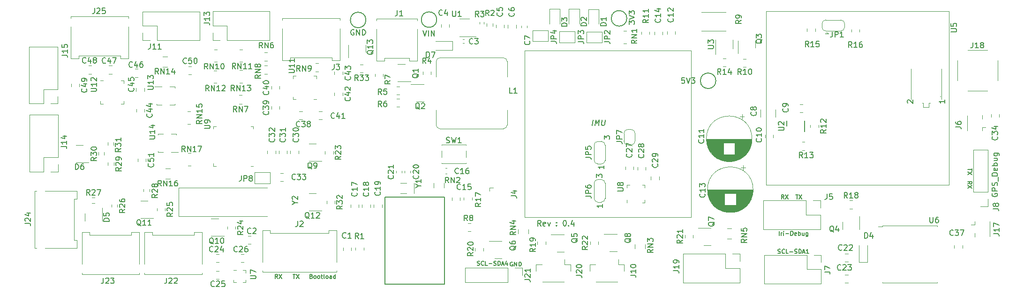
<source format=gbr>
G04 #@! TF.GenerationSoftware,KiCad,Pcbnew,7.0.10*
G04 #@! TF.CreationDate,2024-07-22T15:51:58-07:00*
G04 #@! TF.ProjectId,LCP_Controller,4c43505f-436f-46e7-9472-6f6c6c65722e,rev?*
G04 #@! TF.SameCoordinates,Original*
G04 #@! TF.FileFunction,Legend,Top*
G04 #@! TF.FilePolarity,Positive*
%FSLAX46Y46*%
G04 Gerber Fmt 4.6, Leading zero omitted, Abs format (unit mm)*
G04 Created by KiCad (PCBNEW 7.0.10) date 2024-07-22 15:51:58*
%MOMM*%
%LPD*%
G01*
G04 APERTURE LIST*
%ADD10C,0.120000*%
%ADD11C,0.150000*%
%ADD12C,0.200000*%
%ADD13C,0.127000*%
G04 APERTURE END LIST*
D10*
X217449400Y-96862900D02*
X247548400Y-96862900D01*
X247548400Y-126961900D01*
X217449400Y-126961900D01*
X217449400Y-96862900D01*
D11*
X298210835Y-118128571D02*
X298210835Y-118557143D01*
X297460835Y-118342857D02*
X298210835Y-118342857D01*
X298210835Y-118735714D02*
X297460835Y-119235714D01*
X298210835Y-119235714D02*
X297460835Y-118735714D01*
X297460835Y-120974999D02*
X297817978Y-120724999D01*
X297460835Y-120546428D02*
X298210835Y-120546428D01*
X298210835Y-120546428D02*
X298210835Y-120832142D01*
X298210835Y-120832142D02*
X298175121Y-120903571D01*
X298175121Y-120903571D02*
X298139407Y-120939285D01*
X298139407Y-120939285D02*
X298067978Y-120974999D01*
X298067978Y-120974999D02*
X297960835Y-120974999D01*
X297960835Y-120974999D02*
X297889407Y-120939285D01*
X297889407Y-120939285D02*
X297853692Y-120903571D01*
X297853692Y-120903571D02*
X297817978Y-120832142D01*
X297817978Y-120832142D02*
X297817978Y-120546428D01*
X298210835Y-121224999D02*
X297460835Y-121724999D01*
X298210835Y-121724999D02*
X297460835Y-121224999D01*
X208890343Y-135634650D02*
X208997486Y-135670364D01*
X208997486Y-135670364D02*
X209176057Y-135670364D01*
X209176057Y-135670364D02*
X209247486Y-135634650D01*
X209247486Y-135634650D02*
X209283200Y-135598935D01*
X209283200Y-135598935D02*
X209318914Y-135527507D01*
X209318914Y-135527507D02*
X209318914Y-135456078D01*
X209318914Y-135456078D02*
X209283200Y-135384650D01*
X209283200Y-135384650D02*
X209247486Y-135348935D01*
X209247486Y-135348935D02*
X209176057Y-135313221D01*
X209176057Y-135313221D02*
X209033200Y-135277507D01*
X209033200Y-135277507D02*
X208961771Y-135241792D01*
X208961771Y-135241792D02*
X208926057Y-135206078D01*
X208926057Y-135206078D02*
X208890343Y-135134650D01*
X208890343Y-135134650D02*
X208890343Y-135063221D01*
X208890343Y-135063221D02*
X208926057Y-134991792D01*
X208926057Y-134991792D02*
X208961771Y-134956078D01*
X208961771Y-134956078D02*
X209033200Y-134920364D01*
X209033200Y-134920364D02*
X209211771Y-134920364D01*
X209211771Y-134920364D02*
X209318914Y-134956078D01*
X210068914Y-135598935D02*
X210033200Y-135634650D01*
X210033200Y-135634650D02*
X209926057Y-135670364D01*
X209926057Y-135670364D02*
X209854629Y-135670364D01*
X209854629Y-135670364D02*
X209747486Y-135634650D01*
X209747486Y-135634650D02*
X209676057Y-135563221D01*
X209676057Y-135563221D02*
X209640343Y-135491792D01*
X209640343Y-135491792D02*
X209604629Y-135348935D01*
X209604629Y-135348935D02*
X209604629Y-135241792D01*
X209604629Y-135241792D02*
X209640343Y-135098935D01*
X209640343Y-135098935D02*
X209676057Y-135027507D01*
X209676057Y-135027507D02*
X209747486Y-134956078D01*
X209747486Y-134956078D02*
X209854629Y-134920364D01*
X209854629Y-134920364D02*
X209926057Y-134920364D01*
X209926057Y-134920364D02*
X210033200Y-134956078D01*
X210033200Y-134956078D02*
X210068914Y-134991792D01*
X210747486Y-135670364D02*
X210390343Y-135670364D01*
X210390343Y-135670364D02*
X210390343Y-134920364D01*
X210997486Y-135384650D02*
X211568915Y-135384650D01*
X211890343Y-135634650D02*
X211997486Y-135670364D01*
X211997486Y-135670364D02*
X212176057Y-135670364D01*
X212176057Y-135670364D02*
X212247486Y-135634650D01*
X212247486Y-135634650D02*
X212283200Y-135598935D01*
X212283200Y-135598935D02*
X212318914Y-135527507D01*
X212318914Y-135527507D02*
X212318914Y-135456078D01*
X212318914Y-135456078D02*
X212283200Y-135384650D01*
X212283200Y-135384650D02*
X212247486Y-135348935D01*
X212247486Y-135348935D02*
X212176057Y-135313221D01*
X212176057Y-135313221D02*
X212033200Y-135277507D01*
X212033200Y-135277507D02*
X211961771Y-135241792D01*
X211961771Y-135241792D02*
X211926057Y-135206078D01*
X211926057Y-135206078D02*
X211890343Y-135134650D01*
X211890343Y-135134650D02*
X211890343Y-135063221D01*
X211890343Y-135063221D02*
X211926057Y-134991792D01*
X211926057Y-134991792D02*
X211961771Y-134956078D01*
X211961771Y-134956078D02*
X212033200Y-134920364D01*
X212033200Y-134920364D02*
X212211771Y-134920364D01*
X212211771Y-134920364D02*
X212318914Y-134956078D01*
X212640343Y-135670364D02*
X212640343Y-134920364D01*
X212640343Y-134920364D02*
X212818914Y-134920364D01*
X212818914Y-134920364D02*
X212926057Y-134956078D01*
X212926057Y-134956078D02*
X212997486Y-135027507D01*
X212997486Y-135027507D02*
X213033200Y-135098935D01*
X213033200Y-135098935D02*
X213068914Y-135241792D01*
X213068914Y-135241792D02*
X213068914Y-135348935D01*
X213068914Y-135348935D02*
X213033200Y-135491792D01*
X213033200Y-135491792D02*
X212997486Y-135563221D01*
X212997486Y-135563221D02*
X212926057Y-135634650D01*
X212926057Y-135634650D02*
X212818914Y-135670364D01*
X212818914Y-135670364D02*
X212640343Y-135670364D01*
X213354629Y-135456078D02*
X213711772Y-135456078D01*
X213283200Y-135670364D02*
X213533200Y-134920364D01*
X213533200Y-134920364D02*
X213783200Y-135670364D01*
X214354629Y-135170364D02*
X214354629Y-135670364D01*
X214176057Y-134884650D02*
X213997486Y-135420364D01*
X213997486Y-135420364D02*
X214461771Y-135420364D01*
X263410715Y-130239164D02*
X263410715Y-129489164D01*
X263767858Y-130239164D02*
X263767858Y-129739164D01*
X263767858Y-129882021D02*
X263803572Y-129810592D01*
X263803572Y-129810592D02*
X263839287Y-129774878D01*
X263839287Y-129774878D02*
X263910715Y-129739164D01*
X263910715Y-129739164D02*
X263982144Y-129739164D01*
X264232144Y-130239164D02*
X264232144Y-129739164D01*
X264232144Y-129489164D02*
X264196430Y-129524878D01*
X264196430Y-129524878D02*
X264232144Y-129560592D01*
X264232144Y-129560592D02*
X264267858Y-129524878D01*
X264267858Y-129524878D02*
X264232144Y-129489164D01*
X264232144Y-129489164D02*
X264232144Y-129560592D01*
X264589287Y-129953450D02*
X265160716Y-129953450D01*
X265517858Y-130239164D02*
X265517858Y-129489164D01*
X265517858Y-129489164D02*
X265696429Y-129489164D01*
X265696429Y-129489164D02*
X265803572Y-129524878D01*
X265803572Y-129524878D02*
X265875001Y-129596307D01*
X265875001Y-129596307D02*
X265910715Y-129667735D01*
X265910715Y-129667735D02*
X265946429Y-129810592D01*
X265946429Y-129810592D02*
X265946429Y-129917735D01*
X265946429Y-129917735D02*
X265910715Y-130060592D01*
X265910715Y-130060592D02*
X265875001Y-130132021D01*
X265875001Y-130132021D02*
X265803572Y-130203450D01*
X265803572Y-130203450D02*
X265696429Y-130239164D01*
X265696429Y-130239164D02*
X265517858Y-130239164D01*
X266553572Y-130203450D02*
X266482144Y-130239164D01*
X266482144Y-130239164D02*
X266339287Y-130239164D01*
X266339287Y-130239164D02*
X266267858Y-130203450D01*
X266267858Y-130203450D02*
X266232144Y-130132021D01*
X266232144Y-130132021D02*
X266232144Y-129846307D01*
X266232144Y-129846307D02*
X266267858Y-129774878D01*
X266267858Y-129774878D02*
X266339287Y-129739164D01*
X266339287Y-129739164D02*
X266482144Y-129739164D01*
X266482144Y-129739164D02*
X266553572Y-129774878D01*
X266553572Y-129774878D02*
X266589287Y-129846307D01*
X266589287Y-129846307D02*
X266589287Y-129917735D01*
X266589287Y-129917735D02*
X266232144Y-129989164D01*
X266910715Y-130239164D02*
X266910715Y-129489164D01*
X266910715Y-129774878D02*
X266982144Y-129739164D01*
X266982144Y-129739164D02*
X267125001Y-129739164D01*
X267125001Y-129739164D02*
X267196429Y-129774878D01*
X267196429Y-129774878D02*
X267232144Y-129810592D01*
X267232144Y-129810592D02*
X267267858Y-129882021D01*
X267267858Y-129882021D02*
X267267858Y-130096307D01*
X267267858Y-130096307D02*
X267232144Y-130167735D01*
X267232144Y-130167735D02*
X267196429Y-130203450D01*
X267196429Y-130203450D02*
X267125001Y-130239164D01*
X267125001Y-130239164D02*
X266982144Y-130239164D01*
X266982144Y-130239164D02*
X266910715Y-130203450D01*
X267910715Y-129739164D02*
X267910715Y-130239164D01*
X267589286Y-129739164D02*
X267589286Y-130132021D01*
X267589286Y-130132021D02*
X267625000Y-130203450D01*
X267625000Y-130203450D02*
X267696429Y-130239164D01*
X267696429Y-130239164D02*
X267803572Y-130239164D01*
X267803572Y-130239164D02*
X267875000Y-130203450D01*
X267875000Y-130203450D02*
X267910715Y-130167735D01*
X268589286Y-129739164D02*
X268589286Y-130346307D01*
X268589286Y-130346307D02*
X268553571Y-130417735D01*
X268553571Y-130417735D02*
X268517857Y-130453450D01*
X268517857Y-130453450D02*
X268446428Y-130489164D01*
X268446428Y-130489164D02*
X268339286Y-130489164D01*
X268339286Y-130489164D02*
X268267857Y-130453450D01*
X268589286Y-130203450D02*
X268517857Y-130239164D01*
X268517857Y-130239164D02*
X268375000Y-130239164D01*
X268375000Y-130239164D02*
X268303571Y-130203450D01*
X268303571Y-130203450D02*
X268267857Y-130167735D01*
X268267857Y-130167735D02*
X268232143Y-130096307D01*
X268232143Y-130096307D02*
X268232143Y-129882021D01*
X268232143Y-129882021D02*
X268267857Y-129810592D01*
X268267857Y-129810592D02*
X268303571Y-129774878D01*
X268303571Y-129774878D02*
X268375000Y-129739164D01*
X268375000Y-129739164D02*
X268517857Y-129739164D01*
X268517857Y-129739164D02*
X268589286Y-129774878D01*
X175628571Y-137289164D02*
X176057143Y-137289164D01*
X175842857Y-138039164D02*
X175842857Y-137289164D01*
X176235714Y-137289164D02*
X176735714Y-138039164D01*
X176735714Y-137289164D02*
X176235714Y-138039164D01*
X264274999Y-123639164D02*
X264024999Y-123282021D01*
X263846428Y-123639164D02*
X263846428Y-122889164D01*
X263846428Y-122889164D02*
X264132142Y-122889164D01*
X264132142Y-122889164D02*
X264203571Y-122924878D01*
X264203571Y-122924878D02*
X264239285Y-122960592D01*
X264239285Y-122960592D02*
X264274999Y-123032021D01*
X264274999Y-123032021D02*
X264274999Y-123139164D01*
X264274999Y-123139164D02*
X264239285Y-123210592D01*
X264239285Y-123210592D02*
X264203571Y-123246307D01*
X264203571Y-123246307D02*
X264132142Y-123282021D01*
X264132142Y-123282021D02*
X263846428Y-123282021D01*
X264524999Y-122889164D02*
X265024999Y-123639164D01*
X265024999Y-122889164D02*
X264524999Y-123639164D01*
X229698809Y-110354819D02*
X229823809Y-109354819D01*
X230174999Y-110354819D02*
X230299999Y-109354819D01*
X230299999Y-109354819D02*
X230544047Y-110069104D01*
X230544047Y-110069104D02*
X230966666Y-109354819D01*
X230966666Y-109354819D02*
X230841666Y-110354819D01*
X231442856Y-109354819D02*
X231341666Y-110164342D01*
X231341666Y-110164342D02*
X231377380Y-110259580D01*
X231377380Y-110259580D02*
X231419047Y-110307200D01*
X231419047Y-110307200D02*
X231508333Y-110354819D01*
X231508333Y-110354819D02*
X231698809Y-110354819D01*
X231698809Y-110354819D02*
X231799999Y-110307200D01*
X231799999Y-110307200D02*
X231853571Y-110259580D01*
X231853571Y-110259580D02*
X231913094Y-110164342D01*
X231913094Y-110164342D02*
X232014285Y-109354819D01*
X266428571Y-122889164D02*
X266857143Y-122889164D01*
X266642857Y-123639164D02*
X266642857Y-122889164D01*
X267035714Y-122889164D02*
X267535714Y-123639164D01*
X267535714Y-122889164D02*
X267035714Y-123639164D01*
D12*
X220423123Y-128544419D02*
X220089790Y-128068228D01*
X219851695Y-128544419D02*
X219851695Y-127544419D01*
X219851695Y-127544419D02*
X220232647Y-127544419D01*
X220232647Y-127544419D02*
X220327885Y-127592038D01*
X220327885Y-127592038D02*
X220375504Y-127639657D01*
X220375504Y-127639657D02*
X220423123Y-127734895D01*
X220423123Y-127734895D02*
X220423123Y-127877752D01*
X220423123Y-127877752D02*
X220375504Y-127972990D01*
X220375504Y-127972990D02*
X220327885Y-128020609D01*
X220327885Y-128020609D02*
X220232647Y-128068228D01*
X220232647Y-128068228D02*
X219851695Y-128068228D01*
X221232647Y-128496800D02*
X221137409Y-128544419D01*
X221137409Y-128544419D02*
X220946933Y-128544419D01*
X220946933Y-128544419D02*
X220851695Y-128496800D01*
X220851695Y-128496800D02*
X220804076Y-128401561D01*
X220804076Y-128401561D02*
X220804076Y-128020609D01*
X220804076Y-128020609D02*
X220851695Y-127925371D01*
X220851695Y-127925371D02*
X220946933Y-127877752D01*
X220946933Y-127877752D02*
X221137409Y-127877752D01*
X221137409Y-127877752D02*
X221232647Y-127925371D01*
X221232647Y-127925371D02*
X221280266Y-128020609D01*
X221280266Y-128020609D02*
X221280266Y-128115847D01*
X221280266Y-128115847D02*
X220804076Y-128211085D01*
X221613600Y-127877752D02*
X221851695Y-128544419D01*
X221851695Y-128544419D02*
X222089790Y-127877752D01*
X223232648Y-128449180D02*
X223280267Y-128496800D01*
X223280267Y-128496800D02*
X223232648Y-128544419D01*
X223232648Y-128544419D02*
X223185029Y-128496800D01*
X223185029Y-128496800D02*
X223232648Y-128449180D01*
X223232648Y-128449180D02*
X223232648Y-128544419D01*
X223232648Y-127925371D02*
X223280267Y-127972990D01*
X223280267Y-127972990D02*
X223232648Y-128020609D01*
X223232648Y-128020609D02*
X223185029Y-127972990D01*
X223185029Y-127972990D02*
X223232648Y-127925371D01*
X223232648Y-127925371D02*
X223232648Y-128020609D01*
X224661219Y-127544419D02*
X224756457Y-127544419D01*
X224756457Y-127544419D02*
X224851695Y-127592038D01*
X224851695Y-127592038D02*
X224899314Y-127639657D01*
X224899314Y-127639657D02*
X224946933Y-127734895D01*
X224946933Y-127734895D02*
X224994552Y-127925371D01*
X224994552Y-127925371D02*
X224994552Y-128163466D01*
X224994552Y-128163466D02*
X224946933Y-128353942D01*
X224946933Y-128353942D02*
X224899314Y-128449180D01*
X224899314Y-128449180D02*
X224851695Y-128496800D01*
X224851695Y-128496800D02*
X224756457Y-128544419D01*
X224756457Y-128544419D02*
X224661219Y-128544419D01*
X224661219Y-128544419D02*
X224565981Y-128496800D01*
X224565981Y-128496800D02*
X224518362Y-128449180D01*
X224518362Y-128449180D02*
X224470743Y-128353942D01*
X224470743Y-128353942D02*
X224423124Y-128163466D01*
X224423124Y-128163466D02*
X224423124Y-127925371D01*
X224423124Y-127925371D02*
X224470743Y-127734895D01*
X224470743Y-127734895D02*
X224518362Y-127639657D01*
X224518362Y-127639657D02*
X224565981Y-127592038D01*
X224565981Y-127592038D02*
X224661219Y-127544419D01*
X225423124Y-128449180D02*
X225470743Y-128496800D01*
X225470743Y-128496800D02*
X225423124Y-128544419D01*
X225423124Y-128544419D02*
X225375505Y-128496800D01*
X225375505Y-128496800D02*
X225423124Y-128449180D01*
X225423124Y-128449180D02*
X225423124Y-128544419D01*
X226327885Y-127877752D02*
X226327885Y-128544419D01*
X226089790Y-127496800D02*
X225851695Y-128211085D01*
X225851695Y-128211085D02*
X226470742Y-128211085D01*
D11*
X215277771Y-135108478D02*
X215206343Y-135072764D01*
X215206343Y-135072764D02*
X215099200Y-135072764D01*
X215099200Y-135072764D02*
X214992057Y-135108478D01*
X214992057Y-135108478D02*
X214920628Y-135179907D01*
X214920628Y-135179907D02*
X214884914Y-135251335D01*
X214884914Y-135251335D02*
X214849200Y-135394192D01*
X214849200Y-135394192D02*
X214849200Y-135501335D01*
X214849200Y-135501335D02*
X214884914Y-135644192D01*
X214884914Y-135644192D02*
X214920628Y-135715621D01*
X214920628Y-135715621D02*
X214992057Y-135787050D01*
X214992057Y-135787050D02*
X215099200Y-135822764D01*
X215099200Y-135822764D02*
X215170628Y-135822764D01*
X215170628Y-135822764D02*
X215277771Y-135787050D01*
X215277771Y-135787050D02*
X215313485Y-135751335D01*
X215313485Y-135751335D02*
X215313485Y-135501335D01*
X215313485Y-135501335D02*
X215170628Y-135501335D01*
X215634914Y-135822764D02*
X215634914Y-135072764D01*
X215634914Y-135072764D02*
X216063485Y-135822764D01*
X216063485Y-135822764D02*
X216063485Y-135072764D01*
X216420628Y-135822764D02*
X216420628Y-135072764D01*
X216420628Y-135072764D02*
X216599199Y-135072764D01*
X216599199Y-135072764D02*
X216706342Y-135108478D01*
X216706342Y-135108478D02*
X216777771Y-135179907D01*
X216777771Y-135179907D02*
X216813485Y-135251335D01*
X216813485Y-135251335D02*
X216849199Y-135394192D01*
X216849199Y-135394192D02*
X216849199Y-135501335D01*
X216849199Y-135501335D02*
X216813485Y-135644192D01*
X216813485Y-135644192D02*
X216777771Y-135715621D01*
X216777771Y-135715621D02*
X216706342Y-135787050D01*
X216706342Y-135787050D02*
X216599199Y-135822764D01*
X216599199Y-135822764D02*
X216420628Y-135822764D01*
X172874999Y-138039164D02*
X172624999Y-137682021D01*
X172446428Y-138039164D02*
X172446428Y-137289164D01*
X172446428Y-137289164D02*
X172732142Y-137289164D01*
X172732142Y-137289164D02*
X172803571Y-137324878D01*
X172803571Y-137324878D02*
X172839285Y-137360592D01*
X172839285Y-137360592D02*
X172874999Y-137432021D01*
X172874999Y-137432021D02*
X172874999Y-137539164D01*
X172874999Y-137539164D02*
X172839285Y-137610592D01*
X172839285Y-137610592D02*
X172803571Y-137646307D01*
X172803571Y-137646307D02*
X172732142Y-137682021D01*
X172732142Y-137682021D02*
X172446428Y-137682021D01*
X173124999Y-137289164D02*
X173624999Y-138039164D01*
X173624999Y-137289164D02*
X173124999Y-138039164D01*
X178946430Y-137646307D02*
X179053573Y-137682021D01*
X179053573Y-137682021D02*
X179089287Y-137717735D01*
X179089287Y-137717735D02*
X179125001Y-137789164D01*
X179125001Y-137789164D02*
X179125001Y-137896307D01*
X179125001Y-137896307D02*
X179089287Y-137967735D01*
X179089287Y-137967735D02*
X179053573Y-138003450D01*
X179053573Y-138003450D02*
X178982144Y-138039164D01*
X178982144Y-138039164D02*
X178696430Y-138039164D01*
X178696430Y-138039164D02*
X178696430Y-137289164D01*
X178696430Y-137289164D02*
X178946430Y-137289164D01*
X178946430Y-137289164D02*
X179017859Y-137324878D01*
X179017859Y-137324878D02*
X179053573Y-137360592D01*
X179053573Y-137360592D02*
X179089287Y-137432021D01*
X179089287Y-137432021D02*
X179089287Y-137503450D01*
X179089287Y-137503450D02*
X179053573Y-137574878D01*
X179053573Y-137574878D02*
X179017859Y-137610592D01*
X179017859Y-137610592D02*
X178946430Y-137646307D01*
X178946430Y-137646307D02*
X178696430Y-137646307D01*
X179553573Y-138039164D02*
X179482144Y-138003450D01*
X179482144Y-138003450D02*
X179446430Y-137967735D01*
X179446430Y-137967735D02*
X179410716Y-137896307D01*
X179410716Y-137896307D02*
X179410716Y-137682021D01*
X179410716Y-137682021D02*
X179446430Y-137610592D01*
X179446430Y-137610592D02*
X179482144Y-137574878D01*
X179482144Y-137574878D02*
X179553573Y-137539164D01*
X179553573Y-137539164D02*
X179660716Y-137539164D01*
X179660716Y-137539164D02*
X179732144Y-137574878D01*
X179732144Y-137574878D02*
X179767859Y-137610592D01*
X179767859Y-137610592D02*
X179803573Y-137682021D01*
X179803573Y-137682021D02*
X179803573Y-137896307D01*
X179803573Y-137896307D02*
X179767859Y-137967735D01*
X179767859Y-137967735D02*
X179732144Y-138003450D01*
X179732144Y-138003450D02*
X179660716Y-138039164D01*
X179660716Y-138039164D02*
X179553573Y-138039164D01*
X180232144Y-138039164D02*
X180160715Y-138003450D01*
X180160715Y-138003450D02*
X180125001Y-137967735D01*
X180125001Y-137967735D02*
X180089287Y-137896307D01*
X180089287Y-137896307D02*
X180089287Y-137682021D01*
X180089287Y-137682021D02*
X180125001Y-137610592D01*
X180125001Y-137610592D02*
X180160715Y-137574878D01*
X180160715Y-137574878D02*
X180232144Y-137539164D01*
X180232144Y-137539164D02*
X180339287Y-137539164D01*
X180339287Y-137539164D02*
X180410715Y-137574878D01*
X180410715Y-137574878D02*
X180446430Y-137610592D01*
X180446430Y-137610592D02*
X180482144Y-137682021D01*
X180482144Y-137682021D02*
X180482144Y-137896307D01*
X180482144Y-137896307D02*
X180446430Y-137967735D01*
X180446430Y-137967735D02*
X180410715Y-138003450D01*
X180410715Y-138003450D02*
X180339287Y-138039164D01*
X180339287Y-138039164D02*
X180232144Y-138039164D01*
X180696429Y-137539164D02*
X180982143Y-137539164D01*
X180803572Y-137289164D02*
X180803572Y-137932021D01*
X180803572Y-137932021D02*
X180839286Y-138003450D01*
X180839286Y-138003450D02*
X180910715Y-138039164D01*
X180910715Y-138039164D02*
X180982143Y-138039164D01*
X181339286Y-138039164D02*
X181267857Y-138003450D01*
X181267857Y-138003450D02*
X181232143Y-137932021D01*
X181232143Y-137932021D02*
X181232143Y-137289164D01*
X181732143Y-138039164D02*
X181660714Y-138003450D01*
X181660714Y-138003450D02*
X181625000Y-137967735D01*
X181625000Y-137967735D02*
X181589286Y-137896307D01*
X181589286Y-137896307D02*
X181589286Y-137682021D01*
X181589286Y-137682021D02*
X181625000Y-137610592D01*
X181625000Y-137610592D02*
X181660714Y-137574878D01*
X181660714Y-137574878D02*
X181732143Y-137539164D01*
X181732143Y-137539164D02*
X181839286Y-137539164D01*
X181839286Y-137539164D02*
X181910714Y-137574878D01*
X181910714Y-137574878D02*
X181946429Y-137610592D01*
X181946429Y-137610592D02*
X181982143Y-137682021D01*
X181982143Y-137682021D02*
X181982143Y-137896307D01*
X181982143Y-137896307D02*
X181946429Y-137967735D01*
X181946429Y-137967735D02*
X181910714Y-138003450D01*
X181910714Y-138003450D02*
X181839286Y-138039164D01*
X181839286Y-138039164D02*
X181732143Y-138039164D01*
X182625000Y-138039164D02*
X182625000Y-137646307D01*
X182625000Y-137646307D02*
X182589285Y-137574878D01*
X182589285Y-137574878D02*
X182517857Y-137539164D01*
X182517857Y-137539164D02*
X182375000Y-137539164D01*
X182375000Y-137539164D02*
X182303571Y-137574878D01*
X182625000Y-138003450D02*
X182553571Y-138039164D01*
X182553571Y-138039164D02*
X182375000Y-138039164D01*
X182375000Y-138039164D02*
X182303571Y-138003450D01*
X182303571Y-138003450D02*
X182267857Y-137932021D01*
X182267857Y-137932021D02*
X182267857Y-137860592D01*
X182267857Y-137860592D02*
X182303571Y-137789164D01*
X182303571Y-137789164D02*
X182375000Y-137753450D01*
X182375000Y-137753450D02*
X182553571Y-137753450D01*
X182553571Y-137753450D02*
X182625000Y-137717735D01*
X183303571Y-138039164D02*
X183303571Y-137289164D01*
X183303571Y-138003450D02*
X183232142Y-138039164D01*
X183232142Y-138039164D02*
X183089285Y-138039164D01*
X183089285Y-138039164D02*
X183017856Y-138003450D01*
X183017856Y-138003450D02*
X182982142Y-137967735D01*
X182982142Y-137967735D02*
X182946428Y-137896307D01*
X182946428Y-137896307D02*
X182946428Y-137682021D01*
X182946428Y-137682021D02*
X182982142Y-137610592D01*
X182982142Y-137610592D02*
X183017856Y-137574878D01*
X183017856Y-137574878D02*
X183089285Y-137539164D01*
X183089285Y-137539164D02*
X183232142Y-137539164D01*
X183232142Y-137539164D02*
X183303571Y-137574878D01*
X263220943Y-133475650D02*
X263328086Y-133511364D01*
X263328086Y-133511364D02*
X263506657Y-133511364D01*
X263506657Y-133511364D02*
X263578086Y-133475650D01*
X263578086Y-133475650D02*
X263613800Y-133439935D01*
X263613800Y-133439935D02*
X263649514Y-133368507D01*
X263649514Y-133368507D02*
X263649514Y-133297078D01*
X263649514Y-133297078D02*
X263613800Y-133225650D01*
X263613800Y-133225650D02*
X263578086Y-133189935D01*
X263578086Y-133189935D02*
X263506657Y-133154221D01*
X263506657Y-133154221D02*
X263363800Y-133118507D01*
X263363800Y-133118507D02*
X263292371Y-133082792D01*
X263292371Y-133082792D02*
X263256657Y-133047078D01*
X263256657Y-133047078D02*
X263220943Y-132975650D01*
X263220943Y-132975650D02*
X263220943Y-132904221D01*
X263220943Y-132904221D02*
X263256657Y-132832792D01*
X263256657Y-132832792D02*
X263292371Y-132797078D01*
X263292371Y-132797078D02*
X263363800Y-132761364D01*
X263363800Y-132761364D02*
X263542371Y-132761364D01*
X263542371Y-132761364D02*
X263649514Y-132797078D01*
X264399514Y-133439935D02*
X264363800Y-133475650D01*
X264363800Y-133475650D02*
X264256657Y-133511364D01*
X264256657Y-133511364D02*
X264185229Y-133511364D01*
X264185229Y-133511364D02*
X264078086Y-133475650D01*
X264078086Y-133475650D02*
X264006657Y-133404221D01*
X264006657Y-133404221D02*
X263970943Y-133332792D01*
X263970943Y-133332792D02*
X263935229Y-133189935D01*
X263935229Y-133189935D02*
X263935229Y-133082792D01*
X263935229Y-133082792D02*
X263970943Y-132939935D01*
X263970943Y-132939935D02*
X264006657Y-132868507D01*
X264006657Y-132868507D02*
X264078086Y-132797078D01*
X264078086Y-132797078D02*
X264185229Y-132761364D01*
X264185229Y-132761364D02*
X264256657Y-132761364D01*
X264256657Y-132761364D02*
X264363800Y-132797078D01*
X264363800Y-132797078D02*
X264399514Y-132832792D01*
X265078086Y-133511364D02*
X264720943Y-133511364D01*
X264720943Y-133511364D02*
X264720943Y-132761364D01*
X265328086Y-133225650D02*
X265899515Y-133225650D01*
X266220943Y-133475650D02*
X266328086Y-133511364D01*
X266328086Y-133511364D02*
X266506657Y-133511364D01*
X266506657Y-133511364D02*
X266578086Y-133475650D01*
X266578086Y-133475650D02*
X266613800Y-133439935D01*
X266613800Y-133439935D02*
X266649514Y-133368507D01*
X266649514Y-133368507D02*
X266649514Y-133297078D01*
X266649514Y-133297078D02*
X266613800Y-133225650D01*
X266613800Y-133225650D02*
X266578086Y-133189935D01*
X266578086Y-133189935D02*
X266506657Y-133154221D01*
X266506657Y-133154221D02*
X266363800Y-133118507D01*
X266363800Y-133118507D02*
X266292371Y-133082792D01*
X266292371Y-133082792D02*
X266256657Y-133047078D01*
X266256657Y-133047078D02*
X266220943Y-132975650D01*
X266220943Y-132975650D02*
X266220943Y-132904221D01*
X266220943Y-132904221D02*
X266256657Y-132832792D01*
X266256657Y-132832792D02*
X266292371Y-132797078D01*
X266292371Y-132797078D02*
X266363800Y-132761364D01*
X266363800Y-132761364D02*
X266542371Y-132761364D01*
X266542371Y-132761364D02*
X266649514Y-132797078D01*
X266970943Y-133511364D02*
X266970943Y-132761364D01*
X266970943Y-132761364D02*
X267149514Y-132761364D01*
X267149514Y-132761364D02*
X267256657Y-132797078D01*
X267256657Y-132797078D02*
X267328086Y-132868507D01*
X267328086Y-132868507D02*
X267363800Y-132939935D01*
X267363800Y-132939935D02*
X267399514Y-133082792D01*
X267399514Y-133082792D02*
X267399514Y-133189935D01*
X267399514Y-133189935D02*
X267363800Y-133332792D01*
X267363800Y-133332792D02*
X267328086Y-133404221D01*
X267328086Y-133404221D02*
X267256657Y-133475650D01*
X267256657Y-133475650D02*
X267149514Y-133511364D01*
X267149514Y-133511364D02*
X266970943Y-133511364D01*
X267685229Y-133297078D02*
X268042372Y-133297078D01*
X267613800Y-133511364D02*
X267863800Y-132761364D01*
X267863800Y-132761364D02*
X268113800Y-133511364D01*
X268756657Y-133511364D02*
X268328086Y-133511364D01*
X268542371Y-133511364D02*
X268542371Y-132761364D01*
X268542371Y-132761364D02*
X268470943Y-132868507D01*
X268470943Y-132868507D02*
X268399514Y-132939935D01*
X268399514Y-132939935D02*
X268328086Y-132975650D01*
X174867219Y-100831494D02*
X175676742Y-100831494D01*
X175676742Y-100831494D02*
X175771980Y-100783875D01*
X175771980Y-100783875D02*
X175819600Y-100736256D01*
X175819600Y-100736256D02*
X175867219Y-100641018D01*
X175867219Y-100641018D02*
X175867219Y-100450542D01*
X175867219Y-100450542D02*
X175819600Y-100355304D01*
X175819600Y-100355304D02*
X175771980Y-100307685D01*
X175771980Y-100307685D02*
X175676742Y-100260066D01*
X175676742Y-100260066D02*
X174867219Y-100260066D01*
X175867219Y-99260066D02*
X175867219Y-99831494D01*
X175867219Y-99545780D02*
X174867219Y-99545780D01*
X174867219Y-99545780D02*
X175010076Y-99641018D01*
X175010076Y-99641018D02*
X175105314Y-99736256D01*
X175105314Y-99736256D02*
X175152933Y-99831494D01*
X175867219Y-98307685D02*
X175867219Y-98879113D01*
X175867219Y-98593399D02*
X174867219Y-98593399D01*
X174867219Y-98593399D02*
X175010076Y-98688637D01*
X175010076Y-98688637D02*
X175105314Y-98783875D01*
X175105314Y-98783875D02*
X175152933Y-98879113D01*
X150121580Y-108288057D02*
X150169200Y-108335676D01*
X150169200Y-108335676D02*
X150216819Y-108478533D01*
X150216819Y-108478533D02*
X150216819Y-108573771D01*
X150216819Y-108573771D02*
X150169200Y-108716628D01*
X150169200Y-108716628D02*
X150073961Y-108811866D01*
X150073961Y-108811866D02*
X149978723Y-108859485D01*
X149978723Y-108859485D02*
X149788247Y-108907104D01*
X149788247Y-108907104D02*
X149645390Y-108907104D01*
X149645390Y-108907104D02*
X149454914Y-108859485D01*
X149454914Y-108859485D02*
X149359676Y-108811866D01*
X149359676Y-108811866D02*
X149264438Y-108716628D01*
X149264438Y-108716628D02*
X149216819Y-108573771D01*
X149216819Y-108573771D02*
X149216819Y-108478533D01*
X149216819Y-108478533D02*
X149264438Y-108335676D01*
X149264438Y-108335676D02*
X149312057Y-108288057D01*
X149550152Y-107430914D02*
X150216819Y-107430914D01*
X149169200Y-107669009D02*
X149883485Y-107907104D01*
X149883485Y-107907104D02*
X149883485Y-107288057D01*
X149550152Y-106478533D02*
X150216819Y-106478533D01*
X149169200Y-106716628D02*
X149883485Y-106954723D01*
X149883485Y-106954723D02*
X149883485Y-106335676D01*
X237741619Y-94949876D02*
X237265428Y-95283209D01*
X237741619Y-95521304D02*
X236741619Y-95521304D01*
X236741619Y-95521304D02*
X236741619Y-95140352D01*
X236741619Y-95140352D02*
X236789238Y-95045114D01*
X236789238Y-95045114D02*
X236836857Y-94997495D01*
X236836857Y-94997495D02*
X236932095Y-94949876D01*
X236932095Y-94949876D02*
X237074952Y-94949876D01*
X237074952Y-94949876D02*
X237170190Y-94997495D01*
X237170190Y-94997495D02*
X237217809Y-95045114D01*
X237217809Y-95045114D02*
X237265428Y-95140352D01*
X237265428Y-95140352D02*
X237265428Y-95521304D01*
X237741619Y-94521304D02*
X236741619Y-94521304D01*
X236741619Y-94521304D02*
X237741619Y-93949876D01*
X237741619Y-93949876D02*
X236741619Y-93949876D01*
X237741619Y-92949876D02*
X237741619Y-93521304D01*
X237741619Y-93235590D02*
X236741619Y-93235590D01*
X236741619Y-93235590D02*
X236884476Y-93330828D01*
X236884476Y-93330828D02*
X236979714Y-93426066D01*
X236979714Y-93426066D02*
X237027333Y-93521304D01*
X167933019Y-138099704D02*
X168742542Y-138099704D01*
X168742542Y-138099704D02*
X168837780Y-138052085D01*
X168837780Y-138052085D02*
X168885400Y-138004466D01*
X168885400Y-138004466D02*
X168933019Y-137909228D01*
X168933019Y-137909228D02*
X168933019Y-137718752D01*
X168933019Y-137718752D02*
X168885400Y-137623514D01*
X168885400Y-137623514D02*
X168837780Y-137575895D01*
X168837780Y-137575895D02*
X168742542Y-137528276D01*
X168742542Y-137528276D02*
X167933019Y-137528276D01*
X167933019Y-137147323D02*
X167933019Y-136480657D01*
X167933019Y-136480657D02*
X168933019Y-136909228D01*
X127254819Y-128109523D02*
X127969104Y-128109523D01*
X127969104Y-128109523D02*
X128111961Y-128157142D01*
X128111961Y-128157142D02*
X128207200Y-128252380D01*
X128207200Y-128252380D02*
X128254819Y-128395237D01*
X128254819Y-128395237D02*
X128254819Y-128490475D01*
X127350057Y-127680951D02*
X127302438Y-127633332D01*
X127302438Y-127633332D02*
X127254819Y-127538094D01*
X127254819Y-127538094D02*
X127254819Y-127299999D01*
X127254819Y-127299999D02*
X127302438Y-127204761D01*
X127302438Y-127204761D02*
X127350057Y-127157142D01*
X127350057Y-127157142D02*
X127445295Y-127109523D01*
X127445295Y-127109523D02*
X127540533Y-127109523D01*
X127540533Y-127109523D02*
X127683390Y-127157142D01*
X127683390Y-127157142D02*
X128254819Y-127728570D01*
X128254819Y-127728570D02*
X128254819Y-127109523D01*
X127588152Y-126252380D02*
X128254819Y-126252380D01*
X127207200Y-126490475D02*
X127921485Y-126728570D01*
X127921485Y-126728570D02*
X127921485Y-126109523D01*
X191316780Y-122410457D02*
X191364400Y-122458076D01*
X191364400Y-122458076D02*
X191412019Y-122600933D01*
X191412019Y-122600933D02*
X191412019Y-122696171D01*
X191412019Y-122696171D02*
X191364400Y-122839028D01*
X191364400Y-122839028D02*
X191269161Y-122934266D01*
X191269161Y-122934266D02*
X191173923Y-122981885D01*
X191173923Y-122981885D02*
X190983447Y-123029504D01*
X190983447Y-123029504D02*
X190840590Y-123029504D01*
X190840590Y-123029504D02*
X190650114Y-122981885D01*
X190650114Y-122981885D02*
X190554876Y-122934266D01*
X190554876Y-122934266D02*
X190459638Y-122839028D01*
X190459638Y-122839028D02*
X190412019Y-122696171D01*
X190412019Y-122696171D02*
X190412019Y-122600933D01*
X190412019Y-122600933D02*
X190459638Y-122458076D01*
X190459638Y-122458076D02*
X190507257Y-122410457D01*
X191412019Y-121458076D02*
X191412019Y-122029504D01*
X191412019Y-121743790D02*
X190412019Y-121743790D01*
X190412019Y-121743790D02*
X190554876Y-121839028D01*
X190554876Y-121839028D02*
X190650114Y-121934266D01*
X190650114Y-121934266D02*
X190697733Y-122029504D01*
X191412019Y-120981885D02*
X191412019Y-120791409D01*
X191412019Y-120791409D02*
X191364400Y-120696171D01*
X191364400Y-120696171D02*
X191316780Y-120648552D01*
X191316780Y-120648552D02*
X191173923Y-120553314D01*
X191173923Y-120553314D02*
X190983447Y-120505695D01*
X190983447Y-120505695D02*
X190602495Y-120505695D01*
X190602495Y-120505695D02*
X190507257Y-120553314D01*
X190507257Y-120553314D02*
X190459638Y-120600933D01*
X190459638Y-120600933D02*
X190412019Y-120696171D01*
X190412019Y-120696171D02*
X190412019Y-120886647D01*
X190412019Y-120886647D02*
X190459638Y-120981885D01*
X190459638Y-120981885D02*
X190507257Y-121029504D01*
X190507257Y-121029504D02*
X190602495Y-121077123D01*
X190602495Y-121077123D02*
X190840590Y-121077123D01*
X190840590Y-121077123D02*
X190935828Y-121029504D01*
X190935828Y-121029504D02*
X190983447Y-120981885D01*
X190983447Y-120981885D02*
X191031066Y-120886647D01*
X191031066Y-120886647D02*
X191031066Y-120696171D01*
X191031066Y-120696171D02*
X190983447Y-120600933D01*
X190983447Y-120600933D02*
X190935828Y-120553314D01*
X190935828Y-120553314D02*
X190840590Y-120505695D01*
X161434542Y-139424580D02*
X161386923Y-139472200D01*
X161386923Y-139472200D02*
X161244066Y-139519819D01*
X161244066Y-139519819D02*
X161148828Y-139519819D01*
X161148828Y-139519819D02*
X161005971Y-139472200D01*
X161005971Y-139472200D02*
X160910733Y-139376961D01*
X160910733Y-139376961D02*
X160863114Y-139281723D01*
X160863114Y-139281723D02*
X160815495Y-139091247D01*
X160815495Y-139091247D02*
X160815495Y-138948390D01*
X160815495Y-138948390D02*
X160863114Y-138757914D01*
X160863114Y-138757914D02*
X160910733Y-138662676D01*
X160910733Y-138662676D02*
X161005971Y-138567438D01*
X161005971Y-138567438D02*
X161148828Y-138519819D01*
X161148828Y-138519819D02*
X161244066Y-138519819D01*
X161244066Y-138519819D02*
X161386923Y-138567438D01*
X161386923Y-138567438D02*
X161434542Y-138615057D01*
X161815495Y-138615057D02*
X161863114Y-138567438D01*
X161863114Y-138567438D02*
X161958352Y-138519819D01*
X161958352Y-138519819D02*
X162196447Y-138519819D01*
X162196447Y-138519819D02*
X162291685Y-138567438D01*
X162291685Y-138567438D02*
X162339304Y-138615057D01*
X162339304Y-138615057D02*
X162386923Y-138710295D01*
X162386923Y-138710295D02*
X162386923Y-138805533D01*
X162386923Y-138805533D02*
X162339304Y-138948390D01*
X162339304Y-138948390D02*
X161767876Y-139519819D01*
X161767876Y-139519819D02*
X162386923Y-139519819D01*
X163291685Y-138519819D02*
X162815495Y-138519819D01*
X162815495Y-138519819D02*
X162767876Y-138996009D01*
X162767876Y-138996009D02*
X162815495Y-138948390D01*
X162815495Y-138948390D02*
X162910733Y-138900771D01*
X162910733Y-138900771D02*
X163148828Y-138900771D01*
X163148828Y-138900771D02*
X163244066Y-138948390D01*
X163244066Y-138948390D02*
X163291685Y-138996009D01*
X163291685Y-138996009D02*
X163339304Y-139091247D01*
X163339304Y-139091247D02*
X163339304Y-139329342D01*
X163339304Y-139329342D02*
X163291685Y-139424580D01*
X163291685Y-139424580D02*
X163244066Y-139472200D01*
X163244066Y-139472200D02*
X163148828Y-139519819D01*
X163148828Y-139519819D02*
X162910733Y-139519819D01*
X162910733Y-139519819D02*
X162815495Y-139472200D01*
X162815495Y-139472200D02*
X162767876Y-139424580D01*
X140154819Y-116162057D02*
X139678628Y-116495390D01*
X140154819Y-116733485D02*
X139154819Y-116733485D01*
X139154819Y-116733485D02*
X139154819Y-116352533D01*
X139154819Y-116352533D02*
X139202438Y-116257295D01*
X139202438Y-116257295D02*
X139250057Y-116209676D01*
X139250057Y-116209676D02*
X139345295Y-116162057D01*
X139345295Y-116162057D02*
X139488152Y-116162057D01*
X139488152Y-116162057D02*
X139583390Y-116209676D01*
X139583390Y-116209676D02*
X139631009Y-116257295D01*
X139631009Y-116257295D02*
X139678628Y-116352533D01*
X139678628Y-116352533D02*
X139678628Y-116733485D01*
X139154819Y-115828723D02*
X139154819Y-115209676D01*
X139154819Y-115209676D02*
X139535771Y-115543009D01*
X139535771Y-115543009D02*
X139535771Y-115400152D01*
X139535771Y-115400152D02*
X139583390Y-115304914D01*
X139583390Y-115304914D02*
X139631009Y-115257295D01*
X139631009Y-115257295D02*
X139726247Y-115209676D01*
X139726247Y-115209676D02*
X139964342Y-115209676D01*
X139964342Y-115209676D02*
X140059580Y-115257295D01*
X140059580Y-115257295D02*
X140107200Y-115304914D01*
X140107200Y-115304914D02*
X140154819Y-115400152D01*
X140154819Y-115400152D02*
X140154819Y-115685866D01*
X140154819Y-115685866D02*
X140107200Y-115781104D01*
X140107200Y-115781104D02*
X140059580Y-115828723D01*
X139154819Y-114590628D02*
X139154819Y-114495390D01*
X139154819Y-114495390D02*
X139202438Y-114400152D01*
X139202438Y-114400152D02*
X139250057Y-114352533D01*
X139250057Y-114352533D02*
X139345295Y-114304914D01*
X139345295Y-114304914D02*
X139535771Y-114257295D01*
X139535771Y-114257295D02*
X139773866Y-114257295D01*
X139773866Y-114257295D02*
X139964342Y-114304914D01*
X139964342Y-114304914D02*
X140059580Y-114352533D01*
X140059580Y-114352533D02*
X140107200Y-114400152D01*
X140107200Y-114400152D02*
X140154819Y-114495390D01*
X140154819Y-114495390D02*
X140154819Y-114590628D01*
X140154819Y-114590628D02*
X140107200Y-114685866D01*
X140107200Y-114685866D02*
X140059580Y-114733485D01*
X140059580Y-114733485D02*
X139964342Y-114781104D01*
X139964342Y-114781104D02*
X139773866Y-114828723D01*
X139773866Y-114828723D02*
X139535771Y-114828723D01*
X139535771Y-114828723D02*
X139345295Y-114781104D01*
X139345295Y-114781104D02*
X139250057Y-114733485D01*
X139250057Y-114733485D02*
X139202438Y-114685866D01*
X139202438Y-114685866D02*
X139154819Y-114590628D01*
X170124523Y-96365219D02*
X169791190Y-95889028D01*
X169553095Y-96365219D02*
X169553095Y-95365219D01*
X169553095Y-95365219D02*
X169934047Y-95365219D01*
X169934047Y-95365219D02*
X170029285Y-95412838D01*
X170029285Y-95412838D02*
X170076904Y-95460457D01*
X170076904Y-95460457D02*
X170124523Y-95555695D01*
X170124523Y-95555695D02*
X170124523Y-95698552D01*
X170124523Y-95698552D02*
X170076904Y-95793790D01*
X170076904Y-95793790D02*
X170029285Y-95841409D01*
X170029285Y-95841409D02*
X169934047Y-95889028D01*
X169934047Y-95889028D02*
X169553095Y-95889028D01*
X170553095Y-96365219D02*
X170553095Y-95365219D01*
X170553095Y-95365219D02*
X171124523Y-96365219D01*
X171124523Y-96365219D02*
X171124523Y-95365219D01*
X172029285Y-95365219D02*
X171838809Y-95365219D01*
X171838809Y-95365219D02*
X171743571Y-95412838D01*
X171743571Y-95412838D02*
X171695952Y-95460457D01*
X171695952Y-95460457D02*
X171600714Y-95603314D01*
X171600714Y-95603314D02*
X171553095Y-95793790D01*
X171553095Y-95793790D02*
X171553095Y-96174742D01*
X171553095Y-96174742D02*
X171600714Y-96269980D01*
X171600714Y-96269980D02*
X171648333Y-96317600D01*
X171648333Y-96317600D02*
X171743571Y-96365219D01*
X171743571Y-96365219D02*
X171934047Y-96365219D01*
X171934047Y-96365219D02*
X172029285Y-96317600D01*
X172029285Y-96317600D02*
X172076904Y-96269980D01*
X172076904Y-96269980D02*
X172124523Y-96174742D01*
X172124523Y-96174742D02*
X172124523Y-95936647D01*
X172124523Y-95936647D02*
X172076904Y-95841409D01*
X172076904Y-95841409D02*
X172029285Y-95793790D01*
X172029285Y-95793790D02*
X171934047Y-95746171D01*
X171934047Y-95746171D02*
X171743571Y-95746171D01*
X171743571Y-95746171D02*
X171648333Y-95793790D01*
X171648333Y-95793790D02*
X171600714Y-95841409D01*
X171600714Y-95841409D02*
X171553095Y-95936647D01*
X295274219Y-110628533D02*
X295988504Y-110628533D01*
X295988504Y-110628533D02*
X296131361Y-110676152D01*
X296131361Y-110676152D02*
X296226600Y-110771390D01*
X296226600Y-110771390D02*
X296274219Y-110914247D01*
X296274219Y-110914247D02*
X296274219Y-111009485D01*
X295274219Y-109723771D02*
X295274219Y-109914247D01*
X295274219Y-109914247D02*
X295321838Y-110009485D01*
X295321838Y-110009485D02*
X295369457Y-110057104D01*
X295369457Y-110057104D02*
X295512314Y-110152342D01*
X295512314Y-110152342D02*
X295702790Y-110199961D01*
X295702790Y-110199961D02*
X296083742Y-110199961D01*
X296083742Y-110199961D02*
X296178980Y-110152342D01*
X296178980Y-110152342D02*
X296226600Y-110104723D01*
X296226600Y-110104723D02*
X296274219Y-110009485D01*
X296274219Y-110009485D02*
X296274219Y-109819009D01*
X296274219Y-109819009D02*
X296226600Y-109723771D01*
X296226600Y-109723771D02*
X296178980Y-109676152D01*
X296178980Y-109676152D02*
X296083742Y-109628533D01*
X296083742Y-109628533D02*
X295845647Y-109628533D01*
X295845647Y-109628533D02*
X295750409Y-109676152D01*
X295750409Y-109676152D02*
X295702790Y-109723771D01*
X295702790Y-109723771D02*
X295655171Y-109819009D01*
X295655171Y-109819009D02*
X295655171Y-110009485D01*
X295655171Y-110009485D02*
X295702790Y-110104723D01*
X295702790Y-110104723D02*
X295750409Y-110152342D01*
X295750409Y-110152342D02*
X295845647Y-110199961D01*
X234261619Y-122254804D02*
X235071142Y-122254804D01*
X235071142Y-122254804D02*
X235166380Y-122207185D01*
X235166380Y-122207185D02*
X235214000Y-122159566D01*
X235214000Y-122159566D02*
X235261619Y-122064328D01*
X235261619Y-122064328D02*
X235261619Y-121873852D01*
X235261619Y-121873852D02*
X235214000Y-121778614D01*
X235214000Y-121778614D02*
X235166380Y-121730995D01*
X235166380Y-121730995D02*
X235071142Y-121683376D01*
X235071142Y-121683376D02*
X234261619Y-121683376D01*
X234690190Y-121064328D02*
X234642571Y-121159566D01*
X234642571Y-121159566D02*
X234594952Y-121207185D01*
X234594952Y-121207185D02*
X234499714Y-121254804D01*
X234499714Y-121254804D02*
X234452095Y-121254804D01*
X234452095Y-121254804D02*
X234356857Y-121207185D01*
X234356857Y-121207185D02*
X234309238Y-121159566D01*
X234309238Y-121159566D02*
X234261619Y-121064328D01*
X234261619Y-121064328D02*
X234261619Y-120873852D01*
X234261619Y-120873852D02*
X234309238Y-120778614D01*
X234309238Y-120778614D02*
X234356857Y-120730995D01*
X234356857Y-120730995D02*
X234452095Y-120683376D01*
X234452095Y-120683376D02*
X234499714Y-120683376D01*
X234499714Y-120683376D02*
X234594952Y-120730995D01*
X234594952Y-120730995D02*
X234642571Y-120778614D01*
X234642571Y-120778614D02*
X234690190Y-120873852D01*
X234690190Y-120873852D02*
X234690190Y-121064328D01*
X234690190Y-121064328D02*
X234737809Y-121159566D01*
X234737809Y-121159566D02*
X234785428Y-121207185D01*
X234785428Y-121207185D02*
X234880666Y-121254804D01*
X234880666Y-121254804D02*
X235071142Y-121254804D01*
X235071142Y-121254804D02*
X235166380Y-121207185D01*
X235166380Y-121207185D02*
X235214000Y-121159566D01*
X235214000Y-121159566D02*
X235261619Y-121064328D01*
X235261619Y-121064328D02*
X235261619Y-120873852D01*
X235261619Y-120873852D02*
X235214000Y-120778614D01*
X235214000Y-120778614D02*
X235166380Y-120730995D01*
X235166380Y-120730995D02*
X235071142Y-120683376D01*
X235071142Y-120683376D02*
X234880666Y-120683376D01*
X234880666Y-120683376D02*
X234785428Y-120730995D01*
X234785428Y-120730995D02*
X234737809Y-120778614D01*
X234737809Y-120778614D02*
X234690190Y-120873852D01*
X133770019Y-114169723D02*
X134484304Y-114169723D01*
X134484304Y-114169723D02*
X134627161Y-114217342D01*
X134627161Y-114217342D02*
X134722400Y-114312580D01*
X134722400Y-114312580D02*
X134770019Y-114455437D01*
X134770019Y-114455437D02*
X134770019Y-114550675D01*
X134770019Y-113169723D02*
X134770019Y-113741151D01*
X134770019Y-113455437D02*
X133770019Y-113455437D01*
X133770019Y-113455437D02*
X133912876Y-113550675D01*
X133912876Y-113550675D02*
X134008114Y-113645913D01*
X134008114Y-113645913D02*
X134055733Y-113741151D01*
X134103352Y-112312580D02*
X134770019Y-112312580D01*
X133722400Y-112550675D02*
X134436685Y-112788770D01*
X134436685Y-112788770D02*
X134436685Y-112169723D01*
X222212819Y-95168933D02*
X222927104Y-95168933D01*
X222927104Y-95168933D02*
X223069961Y-95216552D01*
X223069961Y-95216552D02*
X223165200Y-95311790D01*
X223165200Y-95311790D02*
X223212819Y-95454647D01*
X223212819Y-95454647D02*
X223212819Y-95549885D01*
X223212819Y-94692742D02*
X222212819Y-94692742D01*
X222212819Y-94692742D02*
X222212819Y-94311790D01*
X222212819Y-94311790D02*
X222260438Y-94216552D01*
X222260438Y-94216552D02*
X222308057Y-94168933D01*
X222308057Y-94168933D02*
X222403295Y-94121314D01*
X222403295Y-94121314D02*
X222546152Y-94121314D01*
X222546152Y-94121314D02*
X222641390Y-94168933D01*
X222641390Y-94168933D02*
X222689009Y-94216552D01*
X222689009Y-94216552D02*
X222736628Y-94311790D01*
X222736628Y-94311790D02*
X222736628Y-94692742D01*
X222546152Y-93264171D02*
X223212819Y-93264171D01*
X222165200Y-93502266D02*
X222879485Y-93740361D01*
X222879485Y-93740361D02*
X222879485Y-93121314D01*
X227140419Y-95194333D02*
X227854704Y-95194333D01*
X227854704Y-95194333D02*
X227997561Y-95241952D01*
X227997561Y-95241952D02*
X228092800Y-95337190D01*
X228092800Y-95337190D02*
X228140419Y-95480047D01*
X228140419Y-95480047D02*
X228140419Y-95575285D01*
X228140419Y-94718142D02*
X227140419Y-94718142D01*
X227140419Y-94718142D02*
X227140419Y-94337190D01*
X227140419Y-94337190D02*
X227188038Y-94241952D01*
X227188038Y-94241952D02*
X227235657Y-94194333D01*
X227235657Y-94194333D02*
X227330895Y-94146714D01*
X227330895Y-94146714D02*
X227473752Y-94146714D01*
X227473752Y-94146714D02*
X227568990Y-94194333D01*
X227568990Y-94194333D02*
X227616609Y-94241952D01*
X227616609Y-94241952D02*
X227664228Y-94337190D01*
X227664228Y-94337190D02*
X227664228Y-94718142D01*
X227140419Y-93813380D02*
X227140419Y-93194333D01*
X227140419Y-93194333D02*
X227521371Y-93527666D01*
X227521371Y-93527666D02*
X227521371Y-93384809D01*
X227521371Y-93384809D02*
X227568990Y-93289571D01*
X227568990Y-93289571D02*
X227616609Y-93241952D01*
X227616609Y-93241952D02*
X227711847Y-93194333D01*
X227711847Y-93194333D02*
X227949942Y-93194333D01*
X227949942Y-93194333D02*
X228045180Y-93241952D01*
X228045180Y-93241952D02*
X228092800Y-93289571D01*
X228092800Y-93289571D02*
X228140419Y-93384809D01*
X228140419Y-93384809D02*
X228140419Y-93670523D01*
X228140419Y-93670523D02*
X228092800Y-93765761D01*
X228092800Y-93765761D02*
X228045180Y-93813380D01*
X302156619Y-129960323D02*
X302870904Y-129960323D01*
X302870904Y-129960323D02*
X303013761Y-130007942D01*
X303013761Y-130007942D02*
X303109000Y-130103180D01*
X303109000Y-130103180D02*
X303156619Y-130246037D01*
X303156619Y-130246037D02*
X303156619Y-130341275D01*
X303156619Y-128960323D02*
X303156619Y-129531751D01*
X303156619Y-129246037D02*
X302156619Y-129246037D01*
X302156619Y-129246037D02*
X302299476Y-129341275D01*
X302299476Y-129341275D02*
X302394714Y-129436513D01*
X302394714Y-129436513D02*
X302442333Y-129531751D01*
X302156619Y-128626989D02*
X302156619Y-127960323D01*
X302156619Y-127960323D02*
X303156619Y-128388894D01*
X268757142Y-96154819D02*
X268423809Y-95678628D01*
X268185714Y-96154819D02*
X268185714Y-95154819D01*
X268185714Y-95154819D02*
X268566666Y-95154819D01*
X268566666Y-95154819D02*
X268661904Y-95202438D01*
X268661904Y-95202438D02*
X268709523Y-95250057D01*
X268709523Y-95250057D02*
X268757142Y-95345295D01*
X268757142Y-95345295D02*
X268757142Y-95488152D01*
X268757142Y-95488152D02*
X268709523Y-95583390D01*
X268709523Y-95583390D02*
X268661904Y-95631009D01*
X268661904Y-95631009D02*
X268566666Y-95678628D01*
X268566666Y-95678628D02*
X268185714Y-95678628D01*
X269709523Y-96154819D02*
X269138095Y-96154819D01*
X269423809Y-96154819D02*
X269423809Y-95154819D01*
X269423809Y-95154819D02*
X269328571Y-95297676D01*
X269328571Y-95297676D02*
X269233333Y-95392914D01*
X269233333Y-95392914D02*
X269138095Y-95440533D01*
X270614285Y-95154819D02*
X270138095Y-95154819D01*
X270138095Y-95154819D02*
X270090476Y-95631009D01*
X270090476Y-95631009D02*
X270138095Y-95583390D01*
X270138095Y-95583390D02*
X270233333Y-95535771D01*
X270233333Y-95535771D02*
X270471428Y-95535771D01*
X270471428Y-95535771D02*
X270566666Y-95583390D01*
X270566666Y-95583390D02*
X270614285Y-95631009D01*
X270614285Y-95631009D02*
X270661904Y-95726247D01*
X270661904Y-95726247D02*
X270661904Y-95964342D01*
X270661904Y-95964342D02*
X270614285Y-96059580D01*
X270614285Y-96059580D02*
X270566666Y-96107200D01*
X270566666Y-96107200D02*
X270471428Y-96154819D01*
X270471428Y-96154819D02*
X270233333Y-96154819D01*
X270233333Y-96154819D02*
X270138095Y-96107200D01*
X270138095Y-96107200D02*
X270090476Y-96059580D01*
X168033333Y-129859580D02*
X167985714Y-129907200D01*
X167985714Y-129907200D02*
X167842857Y-129954819D01*
X167842857Y-129954819D02*
X167747619Y-129954819D01*
X167747619Y-129954819D02*
X167604762Y-129907200D01*
X167604762Y-129907200D02*
X167509524Y-129811961D01*
X167509524Y-129811961D02*
X167461905Y-129716723D01*
X167461905Y-129716723D02*
X167414286Y-129526247D01*
X167414286Y-129526247D02*
X167414286Y-129383390D01*
X167414286Y-129383390D02*
X167461905Y-129192914D01*
X167461905Y-129192914D02*
X167509524Y-129097676D01*
X167509524Y-129097676D02*
X167604762Y-129002438D01*
X167604762Y-129002438D02*
X167747619Y-128954819D01*
X167747619Y-128954819D02*
X167842857Y-128954819D01*
X167842857Y-128954819D02*
X167985714Y-129002438D01*
X167985714Y-129002438D02*
X168033333Y-129050057D01*
X168414286Y-129050057D02*
X168461905Y-129002438D01*
X168461905Y-129002438D02*
X168557143Y-128954819D01*
X168557143Y-128954819D02*
X168795238Y-128954819D01*
X168795238Y-128954819D02*
X168890476Y-129002438D01*
X168890476Y-129002438D02*
X168938095Y-129050057D01*
X168938095Y-129050057D02*
X168985714Y-129145295D01*
X168985714Y-129145295D02*
X168985714Y-129240533D01*
X168985714Y-129240533D02*
X168938095Y-129383390D01*
X168938095Y-129383390D02*
X168366667Y-129954819D01*
X168366667Y-129954819D02*
X168985714Y-129954819D01*
X179050961Y-118215257D02*
X178955723Y-118167638D01*
X178955723Y-118167638D02*
X178860485Y-118072400D01*
X178860485Y-118072400D02*
X178717628Y-117929542D01*
X178717628Y-117929542D02*
X178622390Y-117881923D01*
X178622390Y-117881923D02*
X178527152Y-117881923D01*
X178574771Y-118120019D02*
X178479533Y-118072400D01*
X178479533Y-118072400D02*
X178384295Y-117977161D01*
X178384295Y-117977161D02*
X178336676Y-117786685D01*
X178336676Y-117786685D02*
X178336676Y-117453352D01*
X178336676Y-117453352D02*
X178384295Y-117262876D01*
X178384295Y-117262876D02*
X178479533Y-117167638D01*
X178479533Y-117167638D02*
X178574771Y-117120019D01*
X178574771Y-117120019D02*
X178765247Y-117120019D01*
X178765247Y-117120019D02*
X178860485Y-117167638D01*
X178860485Y-117167638D02*
X178955723Y-117262876D01*
X178955723Y-117262876D02*
X179003342Y-117453352D01*
X179003342Y-117453352D02*
X179003342Y-117786685D01*
X179003342Y-117786685D02*
X178955723Y-117977161D01*
X178955723Y-117977161D02*
X178860485Y-118072400D01*
X178860485Y-118072400D02*
X178765247Y-118120019D01*
X178765247Y-118120019D02*
X178574771Y-118120019D01*
X179479533Y-118120019D02*
X179670009Y-118120019D01*
X179670009Y-118120019D02*
X179765247Y-118072400D01*
X179765247Y-118072400D02*
X179812866Y-118024780D01*
X179812866Y-118024780D02*
X179908104Y-117881923D01*
X179908104Y-117881923D02*
X179955723Y-117691447D01*
X179955723Y-117691447D02*
X179955723Y-117310495D01*
X179955723Y-117310495D02*
X179908104Y-117215257D01*
X179908104Y-117215257D02*
X179860485Y-117167638D01*
X179860485Y-117167638D02*
X179765247Y-117120019D01*
X179765247Y-117120019D02*
X179574771Y-117120019D01*
X179574771Y-117120019D02*
X179479533Y-117167638D01*
X179479533Y-117167638D02*
X179431914Y-117215257D01*
X179431914Y-117215257D02*
X179384295Y-117310495D01*
X179384295Y-117310495D02*
X179384295Y-117548590D01*
X179384295Y-117548590D02*
X179431914Y-117643828D01*
X179431914Y-117643828D02*
X179479533Y-117691447D01*
X179479533Y-117691447D02*
X179574771Y-117739066D01*
X179574771Y-117739066D02*
X179765247Y-117739066D01*
X179765247Y-117739066D02*
X179860485Y-117691447D01*
X179860485Y-117691447D02*
X179908104Y-117643828D01*
X179908104Y-117643828D02*
X179955723Y-117548590D01*
X238908780Y-115592457D02*
X238956400Y-115640076D01*
X238956400Y-115640076D02*
X239004019Y-115782933D01*
X239004019Y-115782933D02*
X239004019Y-115878171D01*
X239004019Y-115878171D02*
X238956400Y-116021028D01*
X238956400Y-116021028D02*
X238861161Y-116116266D01*
X238861161Y-116116266D02*
X238765923Y-116163885D01*
X238765923Y-116163885D02*
X238575447Y-116211504D01*
X238575447Y-116211504D02*
X238432590Y-116211504D01*
X238432590Y-116211504D02*
X238242114Y-116163885D01*
X238242114Y-116163885D02*
X238146876Y-116116266D01*
X238146876Y-116116266D02*
X238051638Y-116021028D01*
X238051638Y-116021028D02*
X238004019Y-115878171D01*
X238004019Y-115878171D02*
X238004019Y-115782933D01*
X238004019Y-115782933D02*
X238051638Y-115640076D01*
X238051638Y-115640076D02*
X238099257Y-115592457D01*
X238099257Y-115211504D02*
X238051638Y-115163885D01*
X238051638Y-115163885D02*
X238004019Y-115068647D01*
X238004019Y-115068647D02*
X238004019Y-114830552D01*
X238004019Y-114830552D02*
X238051638Y-114735314D01*
X238051638Y-114735314D02*
X238099257Y-114687695D01*
X238099257Y-114687695D02*
X238194495Y-114640076D01*
X238194495Y-114640076D02*
X238289733Y-114640076D01*
X238289733Y-114640076D02*
X238432590Y-114687695D01*
X238432590Y-114687695D02*
X239004019Y-115259123D01*
X239004019Y-115259123D02*
X239004019Y-114640076D01*
X238432590Y-114068647D02*
X238384971Y-114163885D01*
X238384971Y-114163885D02*
X238337352Y-114211504D01*
X238337352Y-114211504D02*
X238242114Y-114259123D01*
X238242114Y-114259123D02*
X238194495Y-114259123D01*
X238194495Y-114259123D02*
X238099257Y-114211504D01*
X238099257Y-114211504D02*
X238051638Y-114163885D01*
X238051638Y-114163885D02*
X238004019Y-114068647D01*
X238004019Y-114068647D02*
X238004019Y-113878171D01*
X238004019Y-113878171D02*
X238051638Y-113782933D01*
X238051638Y-113782933D02*
X238099257Y-113735314D01*
X238099257Y-113735314D02*
X238194495Y-113687695D01*
X238194495Y-113687695D02*
X238242114Y-113687695D01*
X238242114Y-113687695D02*
X238337352Y-113735314D01*
X238337352Y-113735314D02*
X238384971Y-113782933D01*
X238384971Y-113782933D02*
X238432590Y-113878171D01*
X238432590Y-113878171D02*
X238432590Y-114068647D01*
X238432590Y-114068647D02*
X238480209Y-114163885D01*
X238480209Y-114163885D02*
X238527828Y-114211504D01*
X238527828Y-114211504D02*
X238623066Y-114259123D01*
X238623066Y-114259123D02*
X238813542Y-114259123D01*
X238813542Y-114259123D02*
X238908780Y-114211504D01*
X238908780Y-114211504D02*
X238956400Y-114163885D01*
X238956400Y-114163885D02*
X239004019Y-114068647D01*
X239004019Y-114068647D02*
X239004019Y-113878171D01*
X239004019Y-113878171D02*
X238956400Y-113782933D01*
X238956400Y-113782933D02*
X238908780Y-113735314D01*
X238908780Y-113735314D02*
X238813542Y-113687695D01*
X238813542Y-113687695D02*
X238623066Y-113687695D01*
X238623066Y-113687695D02*
X238527828Y-113735314D01*
X238527828Y-113735314D02*
X238480209Y-113782933D01*
X238480209Y-113782933D02*
X238432590Y-113878171D01*
X198301828Y-121329390D02*
X198778019Y-121329390D01*
X197778019Y-121662723D02*
X198301828Y-121329390D01*
X198301828Y-121329390D02*
X197778019Y-120996057D01*
X198778019Y-120138914D02*
X198778019Y-120710342D01*
X198778019Y-120424628D02*
X197778019Y-120424628D01*
X197778019Y-120424628D02*
X197920876Y-120519866D01*
X197920876Y-120519866D02*
X198016114Y-120615104D01*
X198016114Y-120615104D02*
X198063733Y-120710342D01*
X187463133Y-130833019D02*
X187129800Y-130356828D01*
X186891705Y-130833019D02*
X186891705Y-129833019D01*
X186891705Y-129833019D02*
X187272657Y-129833019D01*
X187272657Y-129833019D02*
X187367895Y-129880638D01*
X187367895Y-129880638D02*
X187415514Y-129928257D01*
X187415514Y-129928257D02*
X187463133Y-130023495D01*
X187463133Y-130023495D02*
X187463133Y-130166352D01*
X187463133Y-130166352D02*
X187415514Y-130261590D01*
X187415514Y-130261590D02*
X187367895Y-130309209D01*
X187367895Y-130309209D02*
X187272657Y-130356828D01*
X187272657Y-130356828D02*
X186891705Y-130356828D01*
X188415514Y-130833019D02*
X187844086Y-130833019D01*
X188129800Y-130833019D02*
X188129800Y-129833019D01*
X188129800Y-129833019D02*
X188034562Y-129975876D01*
X188034562Y-129975876D02*
X187939324Y-130071114D01*
X187939324Y-130071114D02*
X187844086Y-130118733D01*
X185931980Y-101531657D02*
X185979600Y-101579276D01*
X185979600Y-101579276D02*
X186027219Y-101722133D01*
X186027219Y-101722133D02*
X186027219Y-101817371D01*
X186027219Y-101817371D02*
X185979600Y-101960228D01*
X185979600Y-101960228D02*
X185884361Y-102055466D01*
X185884361Y-102055466D02*
X185789123Y-102103085D01*
X185789123Y-102103085D02*
X185598647Y-102150704D01*
X185598647Y-102150704D02*
X185455790Y-102150704D01*
X185455790Y-102150704D02*
X185265314Y-102103085D01*
X185265314Y-102103085D02*
X185170076Y-102055466D01*
X185170076Y-102055466D02*
X185074838Y-101960228D01*
X185074838Y-101960228D02*
X185027219Y-101817371D01*
X185027219Y-101817371D02*
X185027219Y-101722133D01*
X185027219Y-101722133D02*
X185074838Y-101579276D01*
X185074838Y-101579276D02*
X185122457Y-101531657D01*
X185360552Y-100674514D02*
X186027219Y-100674514D01*
X184979600Y-100912609D02*
X185693885Y-101150704D01*
X185693885Y-101150704D02*
X185693885Y-100531657D01*
X185027219Y-100245942D02*
X185027219Y-99626895D01*
X185027219Y-99626895D02*
X185408171Y-99960228D01*
X185408171Y-99960228D02*
X185408171Y-99817371D01*
X185408171Y-99817371D02*
X185455790Y-99722133D01*
X185455790Y-99722133D02*
X185503409Y-99674514D01*
X185503409Y-99674514D02*
X185598647Y-99626895D01*
X185598647Y-99626895D02*
X185836742Y-99626895D01*
X185836742Y-99626895D02*
X185931980Y-99674514D01*
X185931980Y-99674514D02*
X185979600Y-99722133D01*
X185979600Y-99722133D02*
X186027219Y-99817371D01*
X186027219Y-99817371D02*
X186027219Y-100103085D01*
X186027219Y-100103085D02*
X185979600Y-100198323D01*
X185979600Y-100198323D02*
X185931980Y-100245942D01*
X236563819Y-137461523D02*
X237278104Y-137461523D01*
X237278104Y-137461523D02*
X237420961Y-137509142D01*
X237420961Y-137509142D02*
X237516200Y-137604380D01*
X237516200Y-137604380D02*
X237563819Y-137747237D01*
X237563819Y-137747237D02*
X237563819Y-137842475D01*
X237563819Y-136461523D02*
X237563819Y-137032951D01*
X237563819Y-136747237D02*
X236563819Y-136747237D01*
X236563819Y-136747237D02*
X236706676Y-136842475D01*
X236706676Y-136842475D02*
X236801914Y-136937713D01*
X236801914Y-136937713D02*
X236849533Y-137032951D01*
X236563819Y-135842475D02*
X236563819Y-135747237D01*
X236563819Y-135747237D02*
X236611438Y-135651999D01*
X236611438Y-135651999D02*
X236659057Y-135604380D01*
X236659057Y-135604380D02*
X236754295Y-135556761D01*
X236754295Y-135556761D02*
X236944771Y-135509142D01*
X236944771Y-135509142D02*
X237182866Y-135509142D01*
X237182866Y-135509142D02*
X237373342Y-135556761D01*
X237373342Y-135556761D02*
X237468580Y-135604380D01*
X237468580Y-135604380D02*
X237516200Y-135651999D01*
X237516200Y-135651999D02*
X237563819Y-135747237D01*
X237563819Y-135747237D02*
X237563819Y-135842475D01*
X237563819Y-135842475D02*
X237516200Y-135937713D01*
X237516200Y-135937713D02*
X237468580Y-135985332D01*
X237468580Y-135985332D02*
X237373342Y-136032951D01*
X237373342Y-136032951D02*
X237182866Y-136080570D01*
X237182866Y-136080570D02*
X236944771Y-136080570D01*
X236944771Y-136080570D02*
X236754295Y-136032951D01*
X236754295Y-136032951D02*
X236659057Y-135985332D01*
X236659057Y-135985332D02*
X236611438Y-135937713D01*
X236611438Y-135937713D02*
X236563819Y-135842475D01*
X149888676Y-95543019D02*
X149888676Y-96257304D01*
X149888676Y-96257304D02*
X149841057Y-96400161D01*
X149841057Y-96400161D02*
X149745819Y-96495400D01*
X149745819Y-96495400D02*
X149602962Y-96543019D01*
X149602962Y-96543019D02*
X149507724Y-96543019D01*
X150888676Y-96543019D02*
X150317248Y-96543019D01*
X150602962Y-96543019D02*
X150602962Y-95543019D01*
X150602962Y-95543019D02*
X150507724Y-95685876D01*
X150507724Y-95685876D02*
X150412486Y-95781114D01*
X150412486Y-95781114D02*
X150317248Y-95828733D01*
X151841057Y-96543019D02*
X151269629Y-96543019D01*
X151555343Y-96543019D02*
X151555343Y-95543019D01*
X151555343Y-95543019D02*
X151460105Y-95685876D01*
X151460105Y-95685876D02*
X151364867Y-95781114D01*
X151364867Y-95781114D02*
X151269629Y-95828733D01*
X240637219Y-132795876D02*
X240161028Y-133129209D01*
X240637219Y-133367304D02*
X239637219Y-133367304D01*
X239637219Y-133367304D02*
X239637219Y-132986352D01*
X239637219Y-132986352D02*
X239684838Y-132891114D01*
X239684838Y-132891114D02*
X239732457Y-132843495D01*
X239732457Y-132843495D02*
X239827695Y-132795876D01*
X239827695Y-132795876D02*
X239970552Y-132795876D01*
X239970552Y-132795876D02*
X240065790Y-132843495D01*
X240065790Y-132843495D02*
X240113409Y-132891114D01*
X240113409Y-132891114D02*
X240161028Y-132986352D01*
X240161028Y-132986352D02*
X240161028Y-133367304D01*
X240637219Y-132367304D02*
X239637219Y-132367304D01*
X239637219Y-132367304D02*
X240637219Y-131795876D01*
X240637219Y-131795876D02*
X239637219Y-131795876D01*
X239637219Y-131414923D02*
X239637219Y-130795876D01*
X239637219Y-130795876D02*
X240018171Y-131129209D01*
X240018171Y-131129209D02*
X240018171Y-130986352D01*
X240018171Y-130986352D02*
X240065790Y-130891114D01*
X240065790Y-130891114D02*
X240113409Y-130843495D01*
X240113409Y-130843495D02*
X240208647Y-130795876D01*
X240208647Y-130795876D02*
X240446742Y-130795876D01*
X240446742Y-130795876D02*
X240541980Y-130843495D01*
X240541980Y-130843495D02*
X240589600Y-130891114D01*
X240589600Y-130891114D02*
X240637219Y-130986352D01*
X240637219Y-130986352D02*
X240637219Y-131272066D01*
X240637219Y-131272066D02*
X240589600Y-131367304D01*
X240589600Y-131367304D02*
X240541980Y-131414923D01*
X138335980Y-103741457D02*
X138383600Y-103789076D01*
X138383600Y-103789076D02*
X138431219Y-103931933D01*
X138431219Y-103931933D02*
X138431219Y-104027171D01*
X138431219Y-104027171D02*
X138383600Y-104170028D01*
X138383600Y-104170028D02*
X138288361Y-104265266D01*
X138288361Y-104265266D02*
X138193123Y-104312885D01*
X138193123Y-104312885D02*
X138002647Y-104360504D01*
X138002647Y-104360504D02*
X137859790Y-104360504D01*
X137859790Y-104360504D02*
X137669314Y-104312885D01*
X137669314Y-104312885D02*
X137574076Y-104265266D01*
X137574076Y-104265266D02*
X137478838Y-104170028D01*
X137478838Y-104170028D02*
X137431219Y-104027171D01*
X137431219Y-104027171D02*
X137431219Y-103931933D01*
X137431219Y-103931933D02*
X137478838Y-103789076D01*
X137478838Y-103789076D02*
X137526457Y-103741457D01*
X137764552Y-102884314D02*
X138431219Y-102884314D01*
X137383600Y-103122409D02*
X138097885Y-103360504D01*
X138097885Y-103360504D02*
X138097885Y-102741457D01*
X138431219Y-102312885D02*
X138431219Y-102122409D01*
X138431219Y-102122409D02*
X138383600Y-102027171D01*
X138383600Y-102027171D02*
X138335980Y-101979552D01*
X138335980Y-101979552D02*
X138193123Y-101884314D01*
X138193123Y-101884314D02*
X138002647Y-101836695D01*
X138002647Y-101836695D02*
X137621695Y-101836695D01*
X137621695Y-101836695D02*
X137526457Y-101884314D01*
X137526457Y-101884314D02*
X137478838Y-101931933D01*
X137478838Y-101931933D02*
X137431219Y-102027171D01*
X137431219Y-102027171D02*
X137431219Y-102217647D01*
X137431219Y-102217647D02*
X137478838Y-102312885D01*
X137478838Y-102312885D02*
X137526457Y-102360504D01*
X137526457Y-102360504D02*
X137621695Y-102408123D01*
X137621695Y-102408123D02*
X137859790Y-102408123D01*
X137859790Y-102408123D02*
X137955028Y-102360504D01*
X137955028Y-102360504D02*
X138002647Y-102312885D01*
X138002647Y-102312885D02*
X138050266Y-102217647D01*
X138050266Y-102217647D02*
X138050266Y-102027171D01*
X138050266Y-102027171D02*
X138002647Y-101931933D01*
X138002647Y-101931933D02*
X137955028Y-101884314D01*
X137955028Y-101884314D02*
X137859790Y-101836695D01*
X194466666Y-89554819D02*
X194466666Y-90269104D01*
X194466666Y-90269104D02*
X194419047Y-90411961D01*
X194419047Y-90411961D02*
X194323809Y-90507200D01*
X194323809Y-90507200D02*
X194180952Y-90554819D01*
X194180952Y-90554819D02*
X194085714Y-90554819D01*
X195466666Y-90554819D02*
X194895238Y-90554819D01*
X195180952Y-90554819D02*
X195180952Y-89554819D01*
X195180952Y-89554819D02*
X195085714Y-89697676D01*
X195085714Y-89697676D02*
X194990476Y-89792914D01*
X194990476Y-89792914D02*
X194895238Y-89840533D01*
X227041857Y-130803638D02*
X226994238Y-130898876D01*
X226994238Y-130898876D02*
X226899000Y-130994114D01*
X226899000Y-130994114D02*
X226756142Y-131136971D01*
X226756142Y-131136971D02*
X226708523Y-131232209D01*
X226708523Y-131232209D02*
X226708523Y-131327447D01*
X226946619Y-131279828D02*
X226899000Y-131375066D01*
X226899000Y-131375066D02*
X226803761Y-131470304D01*
X226803761Y-131470304D02*
X226613285Y-131517923D01*
X226613285Y-131517923D02*
X226279952Y-131517923D01*
X226279952Y-131517923D02*
X226089476Y-131470304D01*
X226089476Y-131470304D02*
X225994238Y-131375066D01*
X225994238Y-131375066D02*
X225946619Y-131279828D01*
X225946619Y-131279828D02*
X225946619Y-131089352D01*
X225946619Y-131089352D02*
X225994238Y-130994114D01*
X225994238Y-130994114D02*
X226089476Y-130898876D01*
X226089476Y-130898876D02*
X226279952Y-130851257D01*
X226279952Y-130851257D02*
X226613285Y-130851257D01*
X226613285Y-130851257D02*
X226803761Y-130898876D01*
X226803761Y-130898876D02*
X226899000Y-130994114D01*
X226899000Y-130994114D02*
X226946619Y-131089352D01*
X226946619Y-131089352D02*
X226946619Y-131279828D01*
X225946619Y-129946495D02*
X225946619Y-130422685D01*
X225946619Y-130422685D02*
X226422809Y-130470304D01*
X226422809Y-130470304D02*
X226375190Y-130422685D01*
X226375190Y-130422685D02*
X226327571Y-130327447D01*
X226327571Y-130327447D02*
X226327571Y-130089352D01*
X226327571Y-130089352D02*
X226375190Y-129994114D01*
X226375190Y-129994114D02*
X226422809Y-129946495D01*
X226422809Y-129946495D02*
X226518047Y-129898876D01*
X226518047Y-129898876D02*
X226756142Y-129898876D01*
X226756142Y-129898876D02*
X226851380Y-129946495D01*
X226851380Y-129946495D02*
X226899000Y-129994114D01*
X226899000Y-129994114D02*
X226946619Y-130089352D01*
X226946619Y-130089352D02*
X226946619Y-130327447D01*
X226946619Y-130327447D02*
X226899000Y-130422685D01*
X226899000Y-130422685D02*
X226851380Y-130470304D01*
X190150057Y-96780728D02*
X190102438Y-96875966D01*
X190102438Y-96875966D02*
X190007200Y-96971204D01*
X190007200Y-96971204D02*
X189864342Y-97114061D01*
X189864342Y-97114061D02*
X189816723Y-97209299D01*
X189816723Y-97209299D02*
X189816723Y-97304537D01*
X190054819Y-97256918D02*
X190007200Y-97352156D01*
X190007200Y-97352156D02*
X189911961Y-97447394D01*
X189911961Y-97447394D02*
X189721485Y-97495013D01*
X189721485Y-97495013D02*
X189388152Y-97495013D01*
X189388152Y-97495013D02*
X189197676Y-97447394D01*
X189197676Y-97447394D02*
X189102438Y-97352156D01*
X189102438Y-97352156D02*
X189054819Y-97256918D01*
X189054819Y-97256918D02*
X189054819Y-97066442D01*
X189054819Y-97066442D02*
X189102438Y-96971204D01*
X189102438Y-96971204D02*
X189197676Y-96875966D01*
X189197676Y-96875966D02*
X189388152Y-96828347D01*
X189388152Y-96828347D02*
X189721485Y-96828347D01*
X189721485Y-96828347D02*
X189911961Y-96875966D01*
X189911961Y-96875966D02*
X190007200Y-96971204D01*
X190007200Y-96971204D02*
X190054819Y-97066442D01*
X190054819Y-97066442D02*
X190054819Y-97256918D01*
X190054819Y-95875966D02*
X190054819Y-96447394D01*
X190054819Y-96161680D02*
X189054819Y-96161680D01*
X189054819Y-96161680D02*
X189197676Y-96256918D01*
X189197676Y-96256918D02*
X189292914Y-96352156D01*
X189292914Y-96352156D02*
X189340533Y-96447394D01*
X189054819Y-95542632D02*
X189054819Y-94923585D01*
X189054819Y-94923585D02*
X189435771Y-95256918D01*
X189435771Y-95256918D02*
X189435771Y-95114061D01*
X189435771Y-95114061D02*
X189483390Y-95018823D01*
X189483390Y-95018823D02*
X189531009Y-94971204D01*
X189531009Y-94971204D02*
X189626247Y-94923585D01*
X189626247Y-94923585D02*
X189864342Y-94923585D01*
X189864342Y-94923585D02*
X189959580Y-94971204D01*
X189959580Y-94971204D02*
X190007200Y-95018823D01*
X190007200Y-95018823D02*
X190054819Y-95114061D01*
X190054819Y-95114061D02*
X190054819Y-95399775D01*
X190054819Y-95399775D02*
X190007200Y-95495013D01*
X190007200Y-95495013D02*
X189959580Y-95542632D01*
X209180133Y-90701019D02*
X208846800Y-90224828D01*
X208608705Y-90701019D02*
X208608705Y-89701019D01*
X208608705Y-89701019D02*
X208989657Y-89701019D01*
X208989657Y-89701019D02*
X209084895Y-89748638D01*
X209084895Y-89748638D02*
X209132514Y-89796257D01*
X209132514Y-89796257D02*
X209180133Y-89891495D01*
X209180133Y-89891495D02*
X209180133Y-90034352D01*
X209180133Y-90034352D02*
X209132514Y-90129590D01*
X209132514Y-90129590D02*
X209084895Y-90177209D01*
X209084895Y-90177209D02*
X208989657Y-90224828D01*
X208989657Y-90224828D02*
X208608705Y-90224828D01*
X209513467Y-89701019D02*
X210132514Y-89701019D01*
X210132514Y-89701019D02*
X209799181Y-90081971D01*
X209799181Y-90081971D02*
X209942038Y-90081971D01*
X209942038Y-90081971D02*
X210037276Y-90129590D01*
X210037276Y-90129590D02*
X210084895Y-90177209D01*
X210084895Y-90177209D02*
X210132514Y-90272447D01*
X210132514Y-90272447D02*
X210132514Y-90510542D01*
X210132514Y-90510542D02*
X210084895Y-90605780D01*
X210084895Y-90605780D02*
X210037276Y-90653400D01*
X210037276Y-90653400D02*
X209942038Y-90701019D01*
X209942038Y-90701019D02*
X209656324Y-90701019D01*
X209656324Y-90701019D02*
X209561086Y-90653400D01*
X209561086Y-90653400D02*
X209513467Y-90605780D01*
X215846819Y-129570076D02*
X215370628Y-129903409D01*
X215846819Y-130141504D02*
X214846819Y-130141504D01*
X214846819Y-130141504D02*
X214846819Y-129760552D01*
X214846819Y-129760552D02*
X214894438Y-129665314D01*
X214894438Y-129665314D02*
X214942057Y-129617695D01*
X214942057Y-129617695D02*
X215037295Y-129570076D01*
X215037295Y-129570076D02*
X215180152Y-129570076D01*
X215180152Y-129570076D02*
X215275390Y-129617695D01*
X215275390Y-129617695D02*
X215323009Y-129665314D01*
X215323009Y-129665314D02*
X215370628Y-129760552D01*
X215370628Y-129760552D02*
X215370628Y-130141504D01*
X215846819Y-129141504D02*
X214846819Y-129141504D01*
X214846819Y-129141504D02*
X215846819Y-128570076D01*
X215846819Y-128570076D02*
X214846819Y-128570076D01*
X215180152Y-127665314D02*
X215846819Y-127665314D01*
X214799200Y-127903409D02*
X215513485Y-128141504D01*
X215513485Y-128141504D02*
X215513485Y-127522457D01*
X136345705Y-118323219D02*
X136345705Y-117323219D01*
X136345705Y-117323219D02*
X136583800Y-117323219D01*
X136583800Y-117323219D02*
X136726657Y-117370838D01*
X136726657Y-117370838D02*
X136821895Y-117466076D01*
X136821895Y-117466076D02*
X136869514Y-117561314D01*
X136869514Y-117561314D02*
X136917133Y-117751790D01*
X136917133Y-117751790D02*
X136917133Y-117894647D01*
X136917133Y-117894647D02*
X136869514Y-118085123D01*
X136869514Y-118085123D02*
X136821895Y-118180361D01*
X136821895Y-118180361D02*
X136726657Y-118275600D01*
X136726657Y-118275600D02*
X136583800Y-118323219D01*
X136583800Y-118323219D02*
X136345705Y-118323219D01*
X137774276Y-117323219D02*
X137583800Y-117323219D01*
X137583800Y-117323219D02*
X137488562Y-117370838D01*
X137488562Y-117370838D02*
X137440943Y-117418457D01*
X137440943Y-117418457D02*
X137345705Y-117561314D01*
X137345705Y-117561314D02*
X137298086Y-117751790D01*
X137298086Y-117751790D02*
X137298086Y-118132742D01*
X137298086Y-118132742D02*
X137345705Y-118227980D01*
X137345705Y-118227980D02*
X137393324Y-118275600D01*
X137393324Y-118275600D02*
X137488562Y-118323219D01*
X137488562Y-118323219D02*
X137679038Y-118323219D01*
X137679038Y-118323219D02*
X137774276Y-118275600D01*
X137774276Y-118275600D02*
X137821895Y-118227980D01*
X137821895Y-118227980D02*
X137869514Y-118132742D01*
X137869514Y-118132742D02*
X137869514Y-117894647D01*
X137869514Y-117894647D02*
X137821895Y-117799409D01*
X137821895Y-117799409D02*
X137774276Y-117751790D01*
X137774276Y-117751790D02*
X137679038Y-117704171D01*
X137679038Y-117704171D02*
X137488562Y-117704171D01*
X137488562Y-117704171D02*
X137393324Y-117751790D01*
X137393324Y-117751790D02*
X137345705Y-117799409D01*
X137345705Y-117799409D02*
X137298086Y-117894647D01*
X176852342Y-110544780D02*
X176804723Y-110592400D01*
X176804723Y-110592400D02*
X176661866Y-110640019D01*
X176661866Y-110640019D02*
X176566628Y-110640019D01*
X176566628Y-110640019D02*
X176423771Y-110592400D01*
X176423771Y-110592400D02*
X176328533Y-110497161D01*
X176328533Y-110497161D02*
X176280914Y-110401923D01*
X176280914Y-110401923D02*
X176233295Y-110211447D01*
X176233295Y-110211447D02*
X176233295Y-110068590D01*
X176233295Y-110068590D02*
X176280914Y-109878114D01*
X176280914Y-109878114D02*
X176328533Y-109782876D01*
X176328533Y-109782876D02*
X176423771Y-109687638D01*
X176423771Y-109687638D02*
X176566628Y-109640019D01*
X176566628Y-109640019D02*
X176661866Y-109640019D01*
X176661866Y-109640019D02*
X176804723Y-109687638D01*
X176804723Y-109687638D02*
X176852342Y-109735257D01*
X177185676Y-109640019D02*
X177804723Y-109640019D01*
X177804723Y-109640019D02*
X177471390Y-110020971D01*
X177471390Y-110020971D02*
X177614247Y-110020971D01*
X177614247Y-110020971D02*
X177709485Y-110068590D01*
X177709485Y-110068590D02*
X177757104Y-110116209D01*
X177757104Y-110116209D02*
X177804723Y-110211447D01*
X177804723Y-110211447D02*
X177804723Y-110449542D01*
X177804723Y-110449542D02*
X177757104Y-110544780D01*
X177757104Y-110544780D02*
X177709485Y-110592400D01*
X177709485Y-110592400D02*
X177614247Y-110640019D01*
X177614247Y-110640019D02*
X177328533Y-110640019D01*
X177328533Y-110640019D02*
X177233295Y-110592400D01*
X177233295Y-110592400D02*
X177185676Y-110544780D01*
X178376152Y-110068590D02*
X178280914Y-110020971D01*
X178280914Y-110020971D02*
X178233295Y-109973352D01*
X178233295Y-109973352D02*
X178185676Y-109878114D01*
X178185676Y-109878114D02*
X178185676Y-109830495D01*
X178185676Y-109830495D02*
X178233295Y-109735257D01*
X178233295Y-109735257D02*
X178280914Y-109687638D01*
X178280914Y-109687638D02*
X178376152Y-109640019D01*
X178376152Y-109640019D02*
X178566628Y-109640019D01*
X178566628Y-109640019D02*
X178661866Y-109687638D01*
X178661866Y-109687638D02*
X178709485Y-109735257D01*
X178709485Y-109735257D02*
X178757104Y-109830495D01*
X178757104Y-109830495D02*
X178757104Y-109878114D01*
X178757104Y-109878114D02*
X178709485Y-109973352D01*
X178709485Y-109973352D02*
X178661866Y-110020971D01*
X178661866Y-110020971D02*
X178566628Y-110068590D01*
X178566628Y-110068590D02*
X178376152Y-110068590D01*
X178376152Y-110068590D02*
X178280914Y-110116209D01*
X178280914Y-110116209D02*
X178233295Y-110163828D01*
X178233295Y-110163828D02*
X178185676Y-110259066D01*
X178185676Y-110259066D02*
X178185676Y-110449542D01*
X178185676Y-110449542D02*
X178233295Y-110544780D01*
X178233295Y-110544780D02*
X178280914Y-110592400D01*
X178280914Y-110592400D02*
X178376152Y-110640019D01*
X178376152Y-110640019D02*
X178566628Y-110640019D01*
X178566628Y-110640019D02*
X178661866Y-110592400D01*
X178661866Y-110592400D02*
X178709485Y-110544780D01*
X178709485Y-110544780D02*
X178757104Y-110449542D01*
X178757104Y-110449542D02*
X178757104Y-110259066D01*
X178757104Y-110259066D02*
X178709485Y-110163828D01*
X178709485Y-110163828D02*
X178661866Y-110116209D01*
X178661866Y-110116209D02*
X178566628Y-110068590D01*
X144549019Y-114511057D02*
X144072828Y-114844390D01*
X144549019Y-115082485D02*
X143549019Y-115082485D01*
X143549019Y-115082485D02*
X143549019Y-114701533D01*
X143549019Y-114701533D02*
X143596638Y-114606295D01*
X143596638Y-114606295D02*
X143644257Y-114558676D01*
X143644257Y-114558676D02*
X143739495Y-114511057D01*
X143739495Y-114511057D02*
X143882352Y-114511057D01*
X143882352Y-114511057D02*
X143977590Y-114558676D01*
X143977590Y-114558676D02*
X144025209Y-114606295D01*
X144025209Y-114606295D02*
X144072828Y-114701533D01*
X144072828Y-114701533D02*
X144072828Y-115082485D01*
X143549019Y-114177723D02*
X143549019Y-113558676D01*
X143549019Y-113558676D02*
X143929971Y-113892009D01*
X143929971Y-113892009D02*
X143929971Y-113749152D01*
X143929971Y-113749152D02*
X143977590Y-113653914D01*
X143977590Y-113653914D02*
X144025209Y-113606295D01*
X144025209Y-113606295D02*
X144120447Y-113558676D01*
X144120447Y-113558676D02*
X144358542Y-113558676D01*
X144358542Y-113558676D02*
X144453780Y-113606295D01*
X144453780Y-113606295D02*
X144501400Y-113653914D01*
X144501400Y-113653914D02*
X144549019Y-113749152D01*
X144549019Y-113749152D02*
X144549019Y-114034866D01*
X144549019Y-114034866D02*
X144501400Y-114130104D01*
X144501400Y-114130104D02*
X144453780Y-114177723D01*
X144549019Y-112606295D02*
X144549019Y-113177723D01*
X144549019Y-112892009D02*
X143549019Y-112892009D01*
X143549019Y-112892009D02*
X143691876Y-112987247D01*
X143691876Y-112987247D02*
X143787114Y-113082485D01*
X143787114Y-113082485D02*
X143834733Y-113177723D01*
X205884542Y-121873180D02*
X205836923Y-121920800D01*
X205836923Y-121920800D02*
X205694066Y-121968419D01*
X205694066Y-121968419D02*
X205598828Y-121968419D01*
X205598828Y-121968419D02*
X205455971Y-121920800D01*
X205455971Y-121920800D02*
X205360733Y-121825561D01*
X205360733Y-121825561D02*
X205313114Y-121730323D01*
X205313114Y-121730323D02*
X205265495Y-121539847D01*
X205265495Y-121539847D02*
X205265495Y-121396990D01*
X205265495Y-121396990D02*
X205313114Y-121206514D01*
X205313114Y-121206514D02*
X205360733Y-121111276D01*
X205360733Y-121111276D02*
X205455971Y-121016038D01*
X205455971Y-121016038D02*
X205598828Y-120968419D01*
X205598828Y-120968419D02*
X205694066Y-120968419D01*
X205694066Y-120968419D02*
X205836923Y-121016038D01*
X205836923Y-121016038D02*
X205884542Y-121063657D01*
X206836923Y-121968419D02*
X206265495Y-121968419D01*
X206551209Y-121968419D02*
X206551209Y-120968419D01*
X206551209Y-120968419D02*
X206455971Y-121111276D01*
X206455971Y-121111276D02*
X206360733Y-121206514D01*
X206360733Y-121206514D02*
X206265495Y-121254133D01*
X207741685Y-120968419D02*
X207265495Y-120968419D01*
X207265495Y-120968419D02*
X207217876Y-121444609D01*
X207217876Y-121444609D02*
X207265495Y-121396990D01*
X207265495Y-121396990D02*
X207360733Y-121349371D01*
X207360733Y-121349371D02*
X207598828Y-121349371D01*
X207598828Y-121349371D02*
X207694066Y-121396990D01*
X207694066Y-121396990D02*
X207741685Y-121444609D01*
X207741685Y-121444609D02*
X207789304Y-121539847D01*
X207789304Y-121539847D02*
X207789304Y-121777942D01*
X207789304Y-121777942D02*
X207741685Y-121873180D01*
X207741685Y-121873180D02*
X207694066Y-121920800D01*
X207694066Y-121920800D02*
X207598828Y-121968419D01*
X207598828Y-121968419D02*
X207360733Y-121968419D01*
X207360733Y-121968419D02*
X207265495Y-121920800D01*
X207265495Y-121920800D02*
X207217876Y-121873180D01*
X245972219Y-131097257D02*
X245496028Y-131430590D01*
X245972219Y-131668685D02*
X244972219Y-131668685D01*
X244972219Y-131668685D02*
X244972219Y-131287733D01*
X244972219Y-131287733D02*
X245019838Y-131192495D01*
X245019838Y-131192495D02*
X245067457Y-131144876D01*
X245067457Y-131144876D02*
X245162695Y-131097257D01*
X245162695Y-131097257D02*
X245305552Y-131097257D01*
X245305552Y-131097257D02*
X245400790Y-131144876D01*
X245400790Y-131144876D02*
X245448409Y-131192495D01*
X245448409Y-131192495D02*
X245496028Y-131287733D01*
X245496028Y-131287733D02*
X245496028Y-131668685D01*
X245067457Y-130716304D02*
X245019838Y-130668685D01*
X245019838Y-130668685D02*
X244972219Y-130573447D01*
X244972219Y-130573447D02*
X244972219Y-130335352D01*
X244972219Y-130335352D02*
X245019838Y-130240114D01*
X245019838Y-130240114D02*
X245067457Y-130192495D01*
X245067457Y-130192495D02*
X245162695Y-130144876D01*
X245162695Y-130144876D02*
X245257933Y-130144876D01*
X245257933Y-130144876D02*
X245400790Y-130192495D01*
X245400790Y-130192495D02*
X245972219Y-130763923D01*
X245972219Y-130763923D02*
X245972219Y-130144876D01*
X245972219Y-129192495D02*
X245972219Y-129763923D01*
X245972219Y-129478209D02*
X244972219Y-129478209D01*
X244972219Y-129478209D02*
X245115076Y-129573447D01*
X245115076Y-129573447D02*
X245210314Y-129668685D01*
X245210314Y-129668685D02*
X245257933Y-129763923D01*
X150375580Y-117279657D02*
X150423200Y-117327276D01*
X150423200Y-117327276D02*
X150470819Y-117470133D01*
X150470819Y-117470133D02*
X150470819Y-117565371D01*
X150470819Y-117565371D02*
X150423200Y-117708228D01*
X150423200Y-117708228D02*
X150327961Y-117803466D01*
X150327961Y-117803466D02*
X150232723Y-117851085D01*
X150232723Y-117851085D02*
X150042247Y-117898704D01*
X150042247Y-117898704D02*
X149899390Y-117898704D01*
X149899390Y-117898704D02*
X149708914Y-117851085D01*
X149708914Y-117851085D02*
X149613676Y-117803466D01*
X149613676Y-117803466D02*
X149518438Y-117708228D01*
X149518438Y-117708228D02*
X149470819Y-117565371D01*
X149470819Y-117565371D02*
X149470819Y-117470133D01*
X149470819Y-117470133D02*
X149518438Y-117327276D01*
X149518438Y-117327276D02*
X149566057Y-117279657D01*
X149470819Y-116374895D02*
X149470819Y-116851085D01*
X149470819Y-116851085D02*
X149947009Y-116898704D01*
X149947009Y-116898704D02*
X149899390Y-116851085D01*
X149899390Y-116851085D02*
X149851771Y-116755847D01*
X149851771Y-116755847D02*
X149851771Y-116517752D01*
X149851771Y-116517752D02*
X149899390Y-116422514D01*
X149899390Y-116422514D02*
X149947009Y-116374895D01*
X149947009Y-116374895D02*
X150042247Y-116327276D01*
X150042247Y-116327276D02*
X150280342Y-116327276D01*
X150280342Y-116327276D02*
X150375580Y-116374895D01*
X150375580Y-116374895D02*
X150423200Y-116422514D01*
X150423200Y-116422514D02*
X150470819Y-116517752D01*
X150470819Y-116517752D02*
X150470819Y-116755847D01*
X150470819Y-116755847D02*
X150423200Y-116851085D01*
X150423200Y-116851085D02*
X150375580Y-116898704D01*
X150470819Y-115374895D02*
X150470819Y-115946323D01*
X150470819Y-115660609D02*
X149470819Y-115660609D01*
X149470819Y-115660609D02*
X149613676Y-115755847D01*
X149613676Y-115755847D02*
X149708914Y-115851085D01*
X149708914Y-115851085D02*
X149756533Y-115946323D01*
X160453533Y-104129419D02*
X160120200Y-103653228D01*
X159882105Y-104129419D02*
X159882105Y-103129419D01*
X159882105Y-103129419D02*
X160263057Y-103129419D01*
X160263057Y-103129419D02*
X160358295Y-103177038D01*
X160358295Y-103177038D02*
X160405914Y-103224657D01*
X160405914Y-103224657D02*
X160453533Y-103319895D01*
X160453533Y-103319895D02*
X160453533Y-103462752D01*
X160453533Y-103462752D02*
X160405914Y-103557990D01*
X160405914Y-103557990D02*
X160358295Y-103605609D01*
X160358295Y-103605609D02*
X160263057Y-103653228D01*
X160263057Y-103653228D02*
X159882105Y-103653228D01*
X160882105Y-104129419D02*
X160882105Y-103129419D01*
X160882105Y-103129419D02*
X161453533Y-104129419D01*
X161453533Y-104129419D02*
X161453533Y-103129419D01*
X162453533Y-104129419D02*
X161882105Y-104129419D01*
X162167819Y-104129419D02*
X162167819Y-103129419D01*
X162167819Y-103129419D02*
X162072581Y-103272276D01*
X162072581Y-103272276D02*
X161977343Y-103367514D01*
X161977343Y-103367514D02*
X161882105Y-103415133D01*
X162834486Y-103224657D02*
X162882105Y-103177038D01*
X162882105Y-103177038D02*
X162977343Y-103129419D01*
X162977343Y-103129419D02*
X163215438Y-103129419D01*
X163215438Y-103129419D02*
X163310676Y-103177038D01*
X163310676Y-103177038D02*
X163358295Y-103224657D01*
X163358295Y-103224657D02*
X163405914Y-103319895D01*
X163405914Y-103319895D02*
X163405914Y-103415133D01*
X163405914Y-103415133D02*
X163358295Y-103557990D01*
X163358295Y-103557990D02*
X162786867Y-104129419D01*
X162786867Y-104129419D02*
X163405914Y-104129419D01*
X267665142Y-116231219D02*
X267331809Y-115755028D01*
X267093714Y-116231219D02*
X267093714Y-115231219D01*
X267093714Y-115231219D02*
X267474666Y-115231219D01*
X267474666Y-115231219D02*
X267569904Y-115278838D01*
X267569904Y-115278838D02*
X267617523Y-115326457D01*
X267617523Y-115326457D02*
X267665142Y-115421695D01*
X267665142Y-115421695D02*
X267665142Y-115564552D01*
X267665142Y-115564552D02*
X267617523Y-115659790D01*
X267617523Y-115659790D02*
X267569904Y-115707409D01*
X267569904Y-115707409D02*
X267474666Y-115755028D01*
X267474666Y-115755028D02*
X267093714Y-115755028D01*
X268617523Y-116231219D02*
X268046095Y-116231219D01*
X268331809Y-116231219D02*
X268331809Y-115231219D01*
X268331809Y-115231219D02*
X268236571Y-115374076D01*
X268236571Y-115374076D02*
X268141333Y-115469314D01*
X268141333Y-115469314D02*
X268046095Y-115516933D01*
X268950857Y-115231219D02*
X269569904Y-115231219D01*
X269569904Y-115231219D02*
X269236571Y-115612171D01*
X269236571Y-115612171D02*
X269379428Y-115612171D01*
X269379428Y-115612171D02*
X269474666Y-115659790D01*
X269474666Y-115659790D02*
X269522285Y-115707409D01*
X269522285Y-115707409D02*
X269569904Y-115802647D01*
X269569904Y-115802647D02*
X269569904Y-116040742D01*
X269569904Y-116040742D02*
X269522285Y-116135980D01*
X269522285Y-116135980D02*
X269474666Y-116183600D01*
X269474666Y-116183600D02*
X269379428Y-116231219D01*
X269379428Y-116231219D02*
X269093714Y-116231219D01*
X269093714Y-116231219D02*
X268998476Y-116183600D01*
X268998476Y-116183600D02*
X268950857Y-116135980D01*
X186638095Y-93092438D02*
X186542857Y-93044819D01*
X186542857Y-93044819D02*
X186400000Y-93044819D01*
X186400000Y-93044819D02*
X186257143Y-93092438D01*
X186257143Y-93092438D02*
X186161905Y-93187676D01*
X186161905Y-93187676D02*
X186114286Y-93282914D01*
X186114286Y-93282914D02*
X186066667Y-93473390D01*
X186066667Y-93473390D02*
X186066667Y-93616247D01*
X186066667Y-93616247D02*
X186114286Y-93806723D01*
X186114286Y-93806723D02*
X186161905Y-93901961D01*
X186161905Y-93901961D02*
X186257143Y-93997200D01*
X186257143Y-93997200D02*
X186400000Y-94044819D01*
X186400000Y-94044819D02*
X186495238Y-94044819D01*
X186495238Y-94044819D02*
X186638095Y-93997200D01*
X186638095Y-93997200D02*
X186685714Y-93949580D01*
X186685714Y-93949580D02*
X186685714Y-93616247D01*
X186685714Y-93616247D02*
X186495238Y-93616247D01*
X187114286Y-94044819D02*
X187114286Y-93044819D01*
X187114286Y-93044819D02*
X187685714Y-94044819D01*
X187685714Y-94044819D02*
X187685714Y-93044819D01*
X188161905Y-94044819D02*
X188161905Y-93044819D01*
X188161905Y-93044819D02*
X188400000Y-93044819D01*
X188400000Y-93044819D02*
X188542857Y-93092438D01*
X188542857Y-93092438D02*
X188638095Y-93187676D01*
X188638095Y-93187676D02*
X188685714Y-93282914D01*
X188685714Y-93282914D02*
X188733333Y-93473390D01*
X188733333Y-93473390D02*
X188733333Y-93616247D01*
X188733333Y-93616247D02*
X188685714Y-93806723D01*
X188685714Y-93806723D02*
X188638095Y-93901961D01*
X188638095Y-93901961D02*
X188542857Y-93997200D01*
X188542857Y-93997200D02*
X188400000Y-94044819D01*
X188400000Y-94044819D02*
X188161905Y-94044819D01*
X236309819Y-92068494D02*
X236309819Y-91449447D01*
X236309819Y-91449447D02*
X236690771Y-91782780D01*
X236690771Y-91782780D02*
X236690771Y-91639923D01*
X236690771Y-91639923D02*
X236738390Y-91544685D01*
X236738390Y-91544685D02*
X236786009Y-91497066D01*
X236786009Y-91497066D02*
X236881247Y-91449447D01*
X236881247Y-91449447D02*
X237119342Y-91449447D01*
X237119342Y-91449447D02*
X237214580Y-91497066D01*
X237214580Y-91497066D02*
X237262200Y-91544685D01*
X237262200Y-91544685D02*
X237309819Y-91639923D01*
X237309819Y-91639923D02*
X237309819Y-91925637D01*
X237309819Y-91925637D02*
X237262200Y-92020875D01*
X237262200Y-92020875D02*
X237214580Y-92068494D01*
X236309819Y-91163732D02*
X237309819Y-90830399D01*
X237309819Y-90830399D02*
X236309819Y-90497066D01*
X236309819Y-90258970D02*
X236309819Y-89639923D01*
X236309819Y-89639923D02*
X236690771Y-89973256D01*
X236690771Y-89973256D02*
X236690771Y-89830399D01*
X236690771Y-89830399D02*
X236738390Y-89735161D01*
X236738390Y-89735161D02*
X236786009Y-89687542D01*
X236786009Y-89687542D02*
X236881247Y-89639923D01*
X236881247Y-89639923D02*
X237119342Y-89639923D01*
X237119342Y-89639923D02*
X237214580Y-89687542D01*
X237214580Y-89687542D02*
X237262200Y-89735161D01*
X237262200Y-89735161D02*
X237309819Y-89830399D01*
X237309819Y-89830399D02*
X237309819Y-90116113D01*
X237309819Y-90116113D02*
X237262200Y-90211351D01*
X237262200Y-90211351D02*
X237214580Y-90258970D01*
X241913580Y-91117657D02*
X241961200Y-91165276D01*
X241961200Y-91165276D02*
X242008819Y-91308133D01*
X242008819Y-91308133D02*
X242008819Y-91403371D01*
X242008819Y-91403371D02*
X241961200Y-91546228D01*
X241961200Y-91546228D02*
X241865961Y-91641466D01*
X241865961Y-91641466D02*
X241770723Y-91689085D01*
X241770723Y-91689085D02*
X241580247Y-91736704D01*
X241580247Y-91736704D02*
X241437390Y-91736704D01*
X241437390Y-91736704D02*
X241246914Y-91689085D01*
X241246914Y-91689085D02*
X241151676Y-91641466D01*
X241151676Y-91641466D02*
X241056438Y-91546228D01*
X241056438Y-91546228D02*
X241008819Y-91403371D01*
X241008819Y-91403371D02*
X241008819Y-91308133D01*
X241008819Y-91308133D02*
X241056438Y-91165276D01*
X241056438Y-91165276D02*
X241104057Y-91117657D01*
X242008819Y-90165276D02*
X242008819Y-90736704D01*
X242008819Y-90450990D02*
X241008819Y-90450990D01*
X241008819Y-90450990D02*
X241151676Y-90546228D01*
X241151676Y-90546228D02*
X241246914Y-90641466D01*
X241246914Y-90641466D02*
X241294533Y-90736704D01*
X241342152Y-89308133D02*
X242008819Y-89308133D01*
X240961200Y-89546228D02*
X241675485Y-89784323D01*
X241675485Y-89784323D02*
X241675485Y-89165276D01*
X256557142Y-101154819D02*
X256223809Y-100678628D01*
X255985714Y-101154819D02*
X255985714Y-100154819D01*
X255985714Y-100154819D02*
X256366666Y-100154819D01*
X256366666Y-100154819D02*
X256461904Y-100202438D01*
X256461904Y-100202438D02*
X256509523Y-100250057D01*
X256509523Y-100250057D02*
X256557142Y-100345295D01*
X256557142Y-100345295D02*
X256557142Y-100488152D01*
X256557142Y-100488152D02*
X256509523Y-100583390D01*
X256509523Y-100583390D02*
X256461904Y-100631009D01*
X256461904Y-100631009D02*
X256366666Y-100678628D01*
X256366666Y-100678628D02*
X255985714Y-100678628D01*
X257509523Y-101154819D02*
X256938095Y-101154819D01*
X257223809Y-101154819D02*
X257223809Y-100154819D01*
X257223809Y-100154819D02*
X257128571Y-100297676D01*
X257128571Y-100297676D02*
X257033333Y-100392914D01*
X257033333Y-100392914D02*
X256938095Y-100440533D01*
X258128571Y-100154819D02*
X258223809Y-100154819D01*
X258223809Y-100154819D02*
X258319047Y-100202438D01*
X258319047Y-100202438D02*
X258366666Y-100250057D01*
X258366666Y-100250057D02*
X258414285Y-100345295D01*
X258414285Y-100345295D02*
X258461904Y-100535771D01*
X258461904Y-100535771D02*
X258461904Y-100773866D01*
X258461904Y-100773866D02*
X258414285Y-100964342D01*
X258414285Y-100964342D02*
X258366666Y-101059580D01*
X258366666Y-101059580D02*
X258319047Y-101107200D01*
X258319047Y-101107200D02*
X258223809Y-101154819D01*
X258223809Y-101154819D02*
X258128571Y-101154819D01*
X258128571Y-101154819D02*
X258033333Y-101107200D01*
X258033333Y-101107200D02*
X257985714Y-101059580D01*
X257985714Y-101059580D02*
X257938095Y-100964342D01*
X257938095Y-100964342D02*
X257890476Y-100773866D01*
X257890476Y-100773866D02*
X257890476Y-100535771D01*
X257890476Y-100535771D02*
X257938095Y-100345295D01*
X257938095Y-100345295D02*
X257985714Y-100250057D01*
X257985714Y-100250057D02*
X258033333Y-100202438D01*
X258033333Y-100202438D02*
X258128571Y-100154819D01*
X276557142Y-96267319D02*
X276223809Y-95791128D01*
X275985714Y-96267319D02*
X275985714Y-95267319D01*
X275985714Y-95267319D02*
X276366666Y-95267319D01*
X276366666Y-95267319D02*
X276461904Y-95314938D01*
X276461904Y-95314938D02*
X276509523Y-95362557D01*
X276509523Y-95362557D02*
X276557142Y-95457795D01*
X276557142Y-95457795D02*
X276557142Y-95600652D01*
X276557142Y-95600652D02*
X276509523Y-95695890D01*
X276509523Y-95695890D02*
X276461904Y-95743509D01*
X276461904Y-95743509D02*
X276366666Y-95791128D01*
X276366666Y-95791128D02*
X275985714Y-95791128D01*
X277509523Y-96267319D02*
X276938095Y-96267319D01*
X277223809Y-96267319D02*
X277223809Y-95267319D01*
X277223809Y-95267319D02*
X277128571Y-95410176D01*
X277128571Y-95410176D02*
X277033333Y-95505414D01*
X277033333Y-95505414D02*
X276938095Y-95553033D01*
X278366666Y-95267319D02*
X278176190Y-95267319D01*
X278176190Y-95267319D02*
X278080952Y-95314938D01*
X278080952Y-95314938D02*
X278033333Y-95362557D01*
X278033333Y-95362557D02*
X277938095Y-95505414D01*
X277938095Y-95505414D02*
X277890476Y-95695890D01*
X277890476Y-95695890D02*
X277890476Y-96076842D01*
X277890476Y-96076842D02*
X277938095Y-96172080D01*
X277938095Y-96172080D02*
X277985714Y-96219700D01*
X277985714Y-96219700D02*
X278080952Y-96267319D01*
X278080952Y-96267319D02*
X278271428Y-96267319D01*
X278271428Y-96267319D02*
X278366666Y-96219700D01*
X278366666Y-96219700D02*
X278414285Y-96172080D01*
X278414285Y-96172080D02*
X278461904Y-96076842D01*
X278461904Y-96076842D02*
X278461904Y-95838747D01*
X278461904Y-95838747D02*
X278414285Y-95743509D01*
X278414285Y-95743509D02*
X278366666Y-95695890D01*
X278366666Y-95695890D02*
X278271428Y-95648271D01*
X278271428Y-95648271D02*
X278080952Y-95648271D01*
X278080952Y-95648271D02*
X277985714Y-95695890D01*
X277985714Y-95695890D02*
X277938095Y-95743509D01*
X277938095Y-95743509D02*
X277890476Y-95838747D01*
X231864819Y-95219733D02*
X232579104Y-95219733D01*
X232579104Y-95219733D02*
X232721961Y-95267352D01*
X232721961Y-95267352D02*
X232817200Y-95362590D01*
X232817200Y-95362590D02*
X232864819Y-95505447D01*
X232864819Y-95505447D02*
X232864819Y-95600685D01*
X232864819Y-94743542D02*
X231864819Y-94743542D01*
X231864819Y-94743542D02*
X231864819Y-94362590D01*
X231864819Y-94362590D02*
X231912438Y-94267352D01*
X231912438Y-94267352D02*
X231960057Y-94219733D01*
X231960057Y-94219733D02*
X232055295Y-94172114D01*
X232055295Y-94172114D02*
X232198152Y-94172114D01*
X232198152Y-94172114D02*
X232293390Y-94219733D01*
X232293390Y-94219733D02*
X232341009Y-94267352D01*
X232341009Y-94267352D02*
X232388628Y-94362590D01*
X232388628Y-94362590D02*
X232388628Y-94743542D01*
X231960057Y-93791161D02*
X231912438Y-93743542D01*
X231912438Y-93743542D02*
X231864819Y-93648304D01*
X231864819Y-93648304D02*
X231864819Y-93410209D01*
X231864819Y-93410209D02*
X231912438Y-93314971D01*
X231912438Y-93314971D02*
X231960057Y-93267352D01*
X231960057Y-93267352D02*
X232055295Y-93219733D01*
X232055295Y-93219733D02*
X232150533Y-93219733D01*
X232150533Y-93219733D02*
X232293390Y-93267352D01*
X232293390Y-93267352D02*
X232864819Y-93838780D01*
X232864819Y-93838780D02*
X232864819Y-93219733D01*
X165254133Y-100099019D02*
X164920800Y-99622828D01*
X164682705Y-100099019D02*
X164682705Y-99099019D01*
X164682705Y-99099019D02*
X165063657Y-99099019D01*
X165063657Y-99099019D02*
X165158895Y-99146638D01*
X165158895Y-99146638D02*
X165206514Y-99194257D01*
X165206514Y-99194257D02*
X165254133Y-99289495D01*
X165254133Y-99289495D02*
X165254133Y-99432352D01*
X165254133Y-99432352D02*
X165206514Y-99527590D01*
X165206514Y-99527590D02*
X165158895Y-99575209D01*
X165158895Y-99575209D02*
X165063657Y-99622828D01*
X165063657Y-99622828D02*
X164682705Y-99622828D01*
X165682705Y-100099019D02*
X165682705Y-99099019D01*
X165682705Y-99099019D02*
X166254133Y-100099019D01*
X166254133Y-100099019D02*
X166254133Y-99099019D01*
X167254133Y-100099019D02*
X166682705Y-100099019D01*
X166968419Y-100099019D02*
X166968419Y-99099019D01*
X166968419Y-99099019D02*
X166873181Y-99241876D01*
X166873181Y-99241876D02*
X166777943Y-99337114D01*
X166777943Y-99337114D02*
X166682705Y-99384733D01*
X168206514Y-100099019D02*
X167635086Y-100099019D01*
X167920800Y-100099019D02*
X167920800Y-99099019D01*
X167920800Y-99099019D02*
X167825562Y-99241876D01*
X167825562Y-99241876D02*
X167730324Y-99337114D01*
X167730324Y-99337114D02*
X167635086Y-99384733D01*
X198313157Y-101031638D02*
X198265538Y-101126876D01*
X198265538Y-101126876D02*
X198170300Y-101222114D01*
X198170300Y-101222114D02*
X198027442Y-101364971D01*
X198027442Y-101364971D02*
X197979823Y-101460209D01*
X197979823Y-101460209D02*
X197979823Y-101555447D01*
X198217919Y-101507828D02*
X198170300Y-101603066D01*
X198170300Y-101603066D02*
X198075061Y-101698304D01*
X198075061Y-101698304D02*
X197884585Y-101745923D01*
X197884585Y-101745923D02*
X197551252Y-101745923D01*
X197551252Y-101745923D02*
X197360776Y-101698304D01*
X197360776Y-101698304D02*
X197265538Y-101603066D01*
X197265538Y-101603066D02*
X197217919Y-101507828D01*
X197217919Y-101507828D02*
X197217919Y-101317352D01*
X197217919Y-101317352D02*
X197265538Y-101222114D01*
X197265538Y-101222114D02*
X197360776Y-101126876D01*
X197360776Y-101126876D02*
X197551252Y-101079257D01*
X197551252Y-101079257D02*
X197884585Y-101079257D01*
X197884585Y-101079257D02*
X198075061Y-101126876D01*
X198075061Y-101126876D02*
X198170300Y-101222114D01*
X198170300Y-101222114D02*
X198217919Y-101317352D01*
X198217919Y-101317352D02*
X198217919Y-101507828D01*
X198217919Y-100126876D02*
X198217919Y-100698304D01*
X198217919Y-100412590D02*
X197217919Y-100412590D01*
X197217919Y-100412590D02*
X197360776Y-100507828D01*
X197360776Y-100507828D02*
X197456014Y-100603066D01*
X197456014Y-100603066D02*
X197503633Y-100698304D01*
X204444695Y-89675619D02*
X204444695Y-90485142D01*
X204444695Y-90485142D02*
X204492314Y-90580380D01*
X204492314Y-90580380D02*
X204539933Y-90628000D01*
X204539933Y-90628000D02*
X204635171Y-90675619D01*
X204635171Y-90675619D02*
X204825647Y-90675619D01*
X204825647Y-90675619D02*
X204920885Y-90628000D01*
X204920885Y-90628000D02*
X204968504Y-90580380D01*
X204968504Y-90580380D02*
X205016123Y-90485142D01*
X205016123Y-90485142D02*
X205016123Y-89675619D01*
X206016123Y-90675619D02*
X205444695Y-90675619D01*
X205730409Y-90675619D02*
X205730409Y-89675619D01*
X205730409Y-89675619D02*
X205635171Y-89818476D01*
X205635171Y-89818476D02*
X205539933Y-89913714D01*
X205539933Y-89913714D02*
X205444695Y-89961333D01*
X199104762Y-93231619D02*
X199438095Y-94231619D01*
X199438095Y-94231619D02*
X199771428Y-93231619D01*
X200104762Y-94231619D02*
X200104762Y-93231619D01*
X200580952Y-94231619D02*
X200580952Y-93231619D01*
X200580952Y-93231619D02*
X201152380Y-94231619D01*
X201152380Y-94231619D02*
X201152380Y-93231619D01*
X149416419Y-103854094D02*
X150225942Y-103854094D01*
X150225942Y-103854094D02*
X150321180Y-103806475D01*
X150321180Y-103806475D02*
X150368800Y-103758856D01*
X150368800Y-103758856D02*
X150416419Y-103663618D01*
X150416419Y-103663618D02*
X150416419Y-103473142D01*
X150416419Y-103473142D02*
X150368800Y-103377904D01*
X150368800Y-103377904D02*
X150321180Y-103330285D01*
X150321180Y-103330285D02*
X150225942Y-103282666D01*
X150225942Y-103282666D02*
X149416419Y-103282666D01*
X150416419Y-102282666D02*
X150416419Y-102854094D01*
X150416419Y-102568380D02*
X149416419Y-102568380D01*
X149416419Y-102568380D02*
X149559276Y-102663618D01*
X149559276Y-102663618D02*
X149654514Y-102758856D01*
X149654514Y-102758856D02*
X149702133Y-102854094D01*
X149416419Y-101949332D02*
X149416419Y-101330285D01*
X149416419Y-101330285D02*
X149797371Y-101663618D01*
X149797371Y-101663618D02*
X149797371Y-101520761D01*
X149797371Y-101520761D02*
X149844990Y-101425523D01*
X149844990Y-101425523D02*
X149892609Y-101377904D01*
X149892609Y-101377904D02*
X149987847Y-101330285D01*
X149987847Y-101330285D02*
X150225942Y-101330285D01*
X150225942Y-101330285D02*
X150321180Y-101377904D01*
X150321180Y-101377904D02*
X150368800Y-101425523D01*
X150368800Y-101425523D02*
X150416419Y-101520761D01*
X150416419Y-101520761D02*
X150416419Y-101806475D01*
X150416419Y-101806475D02*
X150368800Y-101901713D01*
X150368800Y-101901713D02*
X150321180Y-101949332D01*
X176064942Y-120069780D02*
X176017323Y-120117400D01*
X176017323Y-120117400D02*
X175874466Y-120165019D01*
X175874466Y-120165019D02*
X175779228Y-120165019D01*
X175779228Y-120165019D02*
X175636371Y-120117400D01*
X175636371Y-120117400D02*
X175541133Y-120022161D01*
X175541133Y-120022161D02*
X175493514Y-119926923D01*
X175493514Y-119926923D02*
X175445895Y-119736447D01*
X175445895Y-119736447D02*
X175445895Y-119593590D01*
X175445895Y-119593590D02*
X175493514Y-119403114D01*
X175493514Y-119403114D02*
X175541133Y-119307876D01*
X175541133Y-119307876D02*
X175636371Y-119212638D01*
X175636371Y-119212638D02*
X175779228Y-119165019D01*
X175779228Y-119165019D02*
X175874466Y-119165019D01*
X175874466Y-119165019D02*
X176017323Y-119212638D01*
X176017323Y-119212638D02*
X176064942Y-119260257D01*
X176398276Y-119165019D02*
X177017323Y-119165019D01*
X177017323Y-119165019D02*
X176683990Y-119545971D01*
X176683990Y-119545971D02*
X176826847Y-119545971D01*
X176826847Y-119545971D02*
X176922085Y-119593590D01*
X176922085Y-119593590D02*
X176969704Y-119641209D01*
X176969704Y-119641209D02*
X177017323Y-119736447D01*
X177017323Y-119736447D02*
X177017323Y-119974542D01*
X177017323Y-119974542D02*
X176969704Y-120069780D01*
X176969704Y-120069780D02*
X176922085Y-120117400D01*
X176922085Y-120117400D02*
X176826847Y-120165019D01*
X176826847Y-120165019D02*
X176541133Y-120165019D01*
X176541133Y-120165019D02*
X176445895Y-120117400D01*
X176445895Y-120117400D02*
X176398276Y-120069780D01*
X177350657Y-119165019D02*
X177969704Y-119165019D01*
X177969704Y-119165019D02*
X177636371Y-119545971D01*
X177636371Y-119545971D02*
X177779228Y-119545971D01*
X177779228Y-119545971D02*
X177874466Y-119593590D01*
X177874466Y-119593590D02*
X177922085Y-119641209D01*
X177922085Y-119641209D02*
X177969704Y-119736447D01*
X177969704Y-119736447D02*
X177969704Y-119974542D01*
X177969704Y-119974542D02*
X177922085Y-120069780D01*
X177922085Y-120069780D02*
X177874466Y-120117400D01*
X177874466Y-120117400D02*
X177779228Y-120165019D01*
X177779228Y-120165019D02*
X177493514Y-120165019D01*
X177493514Y-120165019D02*
X177398276Y-120117400D01*
X177398276Y-120117400D02*
X177350657Y-120069780D01*
X161180542Y-133125380D02*
X161132923Y-133173000D01*
X161132923Y-133173000D02*
X160990066Y-133220619D01*
X160990066Y-133220619D02*
X160894828Y-133220619D01*
X160894828Y-133220619D02*
X160751971Y-133173000D01*
X160751971Y-133173000D02*
X160656733Y-133077761D01*
X160656733Y-133077761D02*
X160609114Y-132982523D01*
X160609114Y-132982523D02*
X160561495Y-132792047D01*
X160561495Y-132792047D02*
X160561495Y-132649190D01*
X160561495Y-132649190D02*
X160609114Y-132458714D01*
X160609114Y-132458714D02*
X160656733Y-132363476D01*
X160656733Y-132363476D02*
X160751971Y-132268238D01*
X160751971Y-132268238D02*
X160894828Y-132220619D01*
X160894828Y-132220619D02*
X160990066Y-132220619D01*
X160990066Y-132220619D02*
X161132923Y-132268238D01*
X161132923Y-132268238D02*
X161180542Y-132315857D01*
X161561495Y-132315857D02*
X161609114Y-132268238D01*
X161609114Y-132268238D02*
X161704352Y-132220619D01*
X161704352Y-132220619D02*
X161942447Y-132220619D01*
X161942447Y-132220619D02*
X162037685Y-132268238D01*
X162037685Y-132268238D02*
X162085304Y-132315857D01*
X162085304Y-132315857D02*
X162132923Y-132411095D01*
X162132923Y-132411095D02*
X162132923Y-132506333D01*
X162132923Y-132506333D02*
X162085304Y-132649190D01*
X162085304Y-132649190D02*
X161513876Y-133220619D01*
X161513876Y-133220619D02*
X162132923Y-133220619D01*
X162990066Y-132553952D02*
X162990066Y-133220619D01*
X162751971Y-132173000D02*
X162513876Y-132887285D01*
X162513876Y-132887285D02*
X163132923Y-132887285D01*
X159204819Y-109446866D02*
X158728628Y-109780199D01*
X159204819Y-110018294D02*
X158204819Y-110018294D01*
X158204819Y-110018294D02*
X158204819Y-109637342D01*
X158204819Y-109637342D02*
X158252438Y-109542104D01*
X158252438Y-109542104D02*
X158300057Y-109494485D01*
X158300057Y-109494485D02*
X158395295Y-109446866D01*
X158395295Y-109446866D02*
X158538152Y-109446866D01*
X158538152Y-109446866D02*
X158633390Y-109494485D01*
X158633390Y-109494485D02*
X158681009Y-109542104D01*
X158681009Y-109542104D02*
X158728628Y-109637342D01*
X158728628Y-109637342D02*
X158728628Y-110018294D01*
X159204819Y-109018294D02*
X158204819Y-109018294D01*
X158204819Y-109018294D02*
X159204819Y-108446866D01*
X159204819Y-108446866D02*
X158204819Y-108446866D01*
X159204819Y-107446866D02*
X159204819Y-108018294D01*
X159204819Y-107732580D02*
X158204819Y-107732580D01*
X158204819Y-107732580D02*
X158347676Y-107827818D01*
X158347676Y-107827818D02*
X158442914Y-107923056D01*
X158442914Y-107923056D02*
X158490533Y-108018294D01*
X158204819Y-106542104D02*
X158204819Y-107018294D01*
X158204819Y-107018294D02*
X158681009Y-107065913D01*
X158681009Y-107065913D02*
X158633390Y-107018294D01*
X158633390Y-107018294D02*
X158585771Y-106923056D01*
X158585771Y-106923056D02*
X158585771Y-106684961D01*
X158585771Y-106684961D02*
X158633390Y-106589723D01*
X158633390Y-106589723D02*
X158681009Y-106542104D01*
X158681009Y-106542104D02*
X158776247Y-106494485D01*
X158776247Y-106494485D02*
X159014342Y-106494485D01*
X159014342Y-106494485D02*
X159109580Y-106542104D01*
X159109580Y-106542104D02*
X159157200Y-106589723D01*
X159157200Y-106589723D02*
X159204819Y-106684961D01*
X159204819Y-106684961D02*
X159204819Y-106923056D01*
X159204819Y-106923056D02*
X159157200Y-107018294D01*
X159157200Y-107018294D02*
X159109580Y-107065913D01*
X219402819Y-132621257D02*
X218926628Y-132954590D01*
X219402819Y-133192685D02*
X218402819Y-133192685D01*
X218402819Y-133192685D02*
X218402819Y-132811733D01*
X218402819Y-132811733D02*
X218450438Y-132716495D01*
X218450438Y-132716495D02*
X218498057Y-132668876D01*
X218498057Y-132668876D02*
X218593295Y-132621257D01*
X218593295Y-132621257D02*
X218736152Y-132621257D01*
X218736152Y-132621257D02*
X218831390Y-132668876D01*
X218831390Y-132668876D02*
X218879009Y-132716495D01*
X218879009Y-132716495D02*
X218926628Y-132811733D01*
X218926628Y-132811733D02*
X218926628Y-133192685D01*
X219402819Y-131668876D02*
X219402819Y-132240304D01*
X219402819Y-131954590D02*
X218402819Y-131954590D01*
X218402819Y-131954590D02*
X218545676Y-132049828D01*
X218545676Y-132049828D02*
X218640914Y-132145066D01*
X218640914Y-132145066D02*
X218688533Y-132240304D01*
X219402819Y-131192685D02*
X219402819Y-131002209D01*
X219402819Y-131002209D02*
X219355200Y-130906971D01*
X219355200Y-130906971D02*
X219307580Y-130859352D01*
X219307580Y-130859352D02*
X219164723Y-130764114D01*
X219164723Y-130764114D02*
X218974247Y-130716495D01*
X218974247Y-130716495D02*
X218593295Y-130716495D01*
X218593295Y-130716495D02*
X218498057Y-130764114D01*
X218498057Y-130764114D02*
X218450438Y-130811733D01*
X218450438Y-130811733D02*
X218402819Y-130906971D01*
X218402819Y-130906971D02*
X218402819Y-131097447D01*
X218402819Y-131097447D02*
X218450438Y-131192685D01*
X218450438Y-131192685D02*
X218498057Y-131240304D01*
X218498057Y-131240304D02*
X218593295Y-131287923D01*
X218593295Y-131287923D02*
X218831390Y-131287923D01*
X218831390Y-131287923D02*
X218926628Y-131240304D01*
X218926628Y-131240304D02*
X218974247Y-131192685D01*
X218974247Y-131192685D02*
X219021866Y-131097447D01*
X219021866Y-131097447D02*
X219021866Y-130906971D01*
X219021866Y-130906971D02*
X218974247Y-130811733D01*
X218974247Y-130811733D02*
X218926628Y-130764114D01*
X218926628Y-130764114D02*
X218831390Y-130716495D01*
X193204219Y-102254066D02*
X192728028Y-102587399D01*
X193204219Y-102825494D02*
X192204219Y-102825494D01*
X192204219Y-102825494D02*
X192204219Y-102444542D01*
X192204219Y-102444542D02*
X192251838Y-102349304D01*
X192251838Y-102349304D02*
X192299457Y-102301685D01*
X192299457Y-102301685D02*
X192394695Y-102254066D01*
X192394695Y-102254066D02*
X192537552Y-102254066D01*
X192537552Y-102254066D02*
X192632790Y-102301685D01*
X192632790Y-102301685D02*
X192680409Y-102349304D01*
X192680409Y-102349304D02*
X192728028Y-102444542D01*
X192728028Y-102444542D02*
X192728028Y-102825494D01*
X192204219Y-101920732D02*
X192204219Y-101254066D01*
X192204219Y-101254066D02*
X193204219Y-101682637D01*
X252899942Y-101114019D02*
X252566609Y-100637828D01*
X252328514Y-101114019D02*
X252328514Y-100114019D01*
X252328514Y-100114019D02*
X252709466Y-100114019D01*
X252709466Y-100114019D02*
X252804704Y-100161638D01*
X252804704Y-100161638D02*
X252852323Y-100209257D01*
X252852323Y-100209257D02*
X252899942Y-100304495D01*
X252899942Y-100304495D02*
X252899942Y-100447352D01*
X252899942Y-100447352D02*
X252852323Y-100542590D01*
X252852323Y-100542590D02*
X252804704Y-100590209D01*
X252804704Y-100590209D02*
X252709466Y-100637828D01*
X252709466Y-100637828D02*
X252328514Y-100637828D01*
X253852323Y-101114019D02*
X253280895Y-101114019D01*
X253566609Y-101114019D02*
X253566609Y-100114019D01*
X253566609Y-100114019D02*
X253471371Y-100256876D01*
X253471371Y-100256876D02*
X253376133Y-100352114D01*
X253376133Y-100352114D02*
X253280895Y-100399733D01*
X254709466Y-100447352D02*
X254709466Y-101114019D01*
X254471371Y-100066400D02*
X254233276Y-100780685D01*
X254233276Y-100780685D02*
X254852323Y-100780685D01*
X166298666Y-119444419D02*
X166298666Y-120158704D01*
X166298666Y-120158704D02*
X166251047Y-120301561D01*
X166251047Y-120301561D02*
X166155809Y-120396800D01*
X166155809Y-120396800D02*
X166012952Y-120444419D01*
X166012952Y-120444419D02*
X165917714Y-120444419D01*
X166774857Y-120444419D02*
X166774857Y-119444419D01*
X166774857Y-119444419D02*
X167155809Y-119444419D01*
X167155809Y-119444419D02*
X167251047Y-119492038D01*
X167251047Y-119492038D02*
X167298666Y-119539657D01*
X167298666Y-119539657D02*
X167346285Y-119634895D01*
X167346285Y-119634895D02*
X167346285Y-119777752D01*
X167346285Y-119777752D02*
X167298666Y-119872990D01*
X167298666Y-119872990D02*
X167251047Y-119920609D01*
X167251047Y-119920609D02*
X167155809Y-119968228D01*
X167155809Y-119968228D02*
X166774857Y-119968228D01*
X167917714Y-119872990D02*
X167822476Y-119825371D01*
X167822476Y-119825371D02*
X167774857Y-119777752D01*
X167774857Y-119777752D02*
X167727238Y-119682514D01*
X167727238Y-119682514D02*
X167727238Y-119634895D01*
X167727238Y-119634895D02*
X167774857Y-119539657D01*
X167774857Y-119539657D02*
X167822476Y-119492038D01*
X167822476Y-119492038D02*
X167917714Y-119444419D01*
X167917714Y-119444419D02*
X168108190Y-119444419D01*
X168108190Y-119444419D02*
X168203428Y-119492038D01*
X168203428Y-119492038D02*
X168251047Y-119539657D01*
X168251047Y-119539657D02*
X168298666Y-119634895D01*
X168298666Y-119634895D02*
X168298666Y-119682514D01*
X168298666Y-119682514D02*
X168251047Y-119777752D01*
X168251047Y-119777752D02*
X168203428Y-119825371D01*
X168203428Y-119825371D02*
X168108190Y-119872990D01*
X168108190Y-119872990D02*
X167917714Y-119872990D01*
X167917714Y-119872990D02*
X167822476Y-119920609D01*
X167822476Y-119920609D02*
X167774857Y-119968228D01*
X167774857Y-119968228D02*
X167727238Y-120063466D01*
X167727238Y-120063466D02*
X167727238Y-120253942D01*
X167727238Y-120253942D02*
X167774857Y-120349180D01*
X167774857Y-120349180D02*
X167822476Y-120396800D01*
X167822476Y-120396800D02*
X167917714Y-120444419D01*
X167917714Y-120444419D02*
X168108190Y-120444419D01*
X168108190Y-120444419D02*
X168203428Y-120396800D01*
X168203428Y-120396800D02*
X168251047Y-120349180D01*
X168251047Y-120349180D02*
X168298666Y-120253942D01*
X168298666Y-120253942D02*
X168298666Y-120063466D01*
X168298666Y-120063466D02*
X168251047Y-119968228D01*
X168251047Y-119968228D02*
X168203428Y-119920609D01*
X168203428Y-119920609D02*
X168108190Y-119872990D01*
X161277371Y-131791857D02*
X161182133Y-131744238D01*
X161182133Y-131744238D02*
X161086895Y-131649000D01*
X161086895Y-131649000D02*
X160944038Y-131506142D01*
X160944038Y-131506142D02*
X160848800Y-131458523D01*
X160848800Y-131458523D02*
X160753562Y-131458523D01*
X160801181Y-131696619D02*
X160705943Y-131649000D01*
X160705943Y-131649000D02*
X160610705Y-131553761D01*
X160610705Y-131553761D02*
X160563086Y-131363285D01*
X160563086Y-131363285D02*
X160563086Y-131029952D01*
X160563086Y-131029952D02*
X160610705Y-130839476D01*
X160610705Y-130839476D02*
X160705943Y-130744238D01*
X160705943Y-130744238D02*
X160801181Y-130696619D01*
X160801181Y-130696619D02*
X160991657Y-130696619D01*
X160991657Y-130696619D02*
X161086895Y-130744238D01*
X161086895Y-130744238D02*
X161182133Y-130839476D01*
X161182133Y-130839476D02*
X161229752Y-131029952D01*
X161229752Y-131029952D02*
X161229752Y-131363285D01*
X161229752Y-131363285D02*
X161182133Y-131553761D01*
X161182133Y-131553761D02*
X161086895Y-131649000D01*
X161086895Y-131649000D02*
X160991657Y-131696619D01*
X160991657Y-131696619D02*
X160801181Y-131696619D01*
X162182133Y-131696619D02*
X161610705Y-131696619D01*
X161896419Y-131696619D02*
X161896419Y-130696619D01*
X161896419Y-130696619D02*
X161801181Y-130839476D01*
X161801181Y-130839476D02*
X161705943Y-130934714D01*
X161705943Y-130934714D02*
X161610705Y-130982333D01*
X162801181Y-130696619D02*
X162896419Y-130696619D01*
X162896419Y-130696619D02*
X162991657Y-130744238D01*
X162991657Y-130744238D02*
X163039276Y-130791857D01*
X163039276Y-130791857D02*
X163086895Y-130887095D01*
X163086895Y-130887095D02*
X163134514Y-131077571D01*
X163134514Y-131077571D02*
X163134514Y-131315666D01*
X163134514Y-131315666D02*
X163086895Y-131506142D01*
X163086895Y-131506142D02*
X163039276Y-131601380D01*
X163039276Y-131601380D02*
X162991657Y-131649000D01*
X162991657Y-131649000D02*
X162896419Y-131696619D01*
X162896419Y-131696619D02*
X162801181Y-131696619D01*
X162801181Y-131696619D02*
X162705943Y-131649000D01*
X162705943Y-131649000D02*
X162658324Y-131601380D01*
X162658324Y-131601380D02*
X162610705Y-131506142D01*
X162610705Y-131506142D02*
X162563086Y-131315666D01*
X162563086Y-131315666D02*
X162563086Y-131077571D01*
X162563086Y-131077571D02*
X162610705Y-130887095D01*
X162610705Y-130887095D02*
X162658324Y-130791857D01*
X162658324Y-130791857D02*
X162705943Y-130744238D01*
X162705943Y-130744238D02*
X162801181Y-130696619D01*
X199633333Y-99154819D02*
X199300000Y-98678628D01*
X199061905Y-99154819D02*
X199061905Y-98154819D01*
X199061905Y-98154819D02*
X199442857Y-98154819D01*
X199442857Y-98154819D02*
X199538095Y-98202438D01*
X199538095Y-98202438D02*
X199585714Y-98250057D01*
X199585714Y-98250057D02*
X199633333Y-98345295D01*
X199633333Y-98345295D02*
X199633333Y-98488152D01*
X199633333Y-98488152D02*
X199585714Y-98583390D01*
X199585714Y-98583390D02*
X199538095Y-98631009D01*
X199538095Y-98631009D02*
X199442857Y-98678628D01*
X199442857Y-98678628D02*
X199061905Y-98678628D01*
X200490476Y-98488152D02*
X200490476Y-99154819D01*
X200252381Y-98107200D02*
X200014286Y-98821485D01*
X200014286Y-98821485D02*
X200633333Y-98821485D01*
X302778980Y-112382457D02*
X302826600Y-112430076D01*
X302826600Y-112430076D02*
X302874219Y-112572933D01*
X302874219Y-112572933D02*
X302874219Y-112668171D01*
X302874219Y-112668171D02*
X302826600Y-112811028D01*
X302826600Y-112811028D02*
X302731361Y-112906266D01*
X302731361Y-112906266D02*
X302636123Y-112953885D01*
X302636123Y-112953885D02*
X302445647Y-113001504D01*
X302445647Y-113001504D02*
X302302790Y-113001504D01*
X302302790Y-113001504D02*
X302112314Y-112953885D01*
X302112314Y-112953885D02*
X302017076Y-112906266D01*
X302017076Y-112906266D02*
X301921838Y-112811028D01*
X301921838Y-112811028D02*
X301874219Y-112668171D01*
X301874219Y-112668171D02*
X301874219Y-112572933D01*
X301874219Y-112572933D02*
X301921838Y-112430076D01*
X301921838Y-112430076D02*
X301969457Y-112382457D01*
X301874219Y-112049123D02*
X301874219Y-111430076D01*
X301874219Y-111430076D02*
X302255171Y-111763409D01*
X302255171Y-111763409D02*
X302255171Y-111620552D01*
X302255171Y-111620552D02*
X302302790Y-111525314D01*
X302302790Y-111525314D02*
X302350409Y-111477695D01*
X302350409Y-111477695D02*
X302445647Y-111430076D01*
X302445647Y-111430076D02*
X302683742Y-111430076D01*
X302683742Y-111430076D02*
X302778980Y-111477695D01*
X302778980Y-111477695D02*
X302826600Y-111525314D01*
X302826600Y-111525314D02*
X302874219Y-111620552D01*
X302874219Y-111620552D02*
X302874219Y-111906266D01*
X302874219Y-111906266D02*
X302826600Y-112001504D01*
X302826600Y-112001504D02*
X302778980Y-112049123D01*
X302207552Y-110572933D02*
X302874219Y-110572933D01*
X301826600Y-110811028D02*
X302540885Y-111049123D01*
X302540885Y-111049123D02*
X302540885Y-110430076D01*
X249959580Y-122742857D02*
X250007200Y-122790476D01*
X250007200Y-122790476D02*
X250054819Y-122933333D01*
X250054819Y-122933333D02*
X250054819Y-123028571D01*
X250054819Y-123028571D02*
X250007200Y-123171428D01*
X250007200Y-123171428D02*
X249911961Y-123266666D01*
X249911961Y-123266666D02*
X249816723Y-123314285D01*
X249816723Y-123314285D02*
X249626247Y-123361904D01*
X249626247Y-123361904D02*
X249483390Y-123361904D01*
X249483390Y-123361904D02*
X249292914Y-123314285D01*
X249292914Y-123314285D02*
X249197676Y-123266666D01*
X249197676Y-123266666D02*
X249102438Y-123171428D01*
X249102438Y-123171428D02*
X249054819Y-123028571D01*
X249054819Y-123028571D02*
X249054819Y-122933333D01*
X249054819Y-122933333D02*
X249102438Y-122790476D01*
X249102438Y-122790476D02*
X249150057Y-122742857D01*
X250054819Y-121790476D02*
X250054819Y-122361904D01*
X250054819Y-122076190D02*
X249054819Y-122076190D01*
X249054819Y-122076190D02*
X249197676Y-122171428D01*
X249197676Y-122171428D02*
X249292914Y-122266666D01*
X249292914Y-122266666D02*
X249340533Y-122361904D01*
X249054819Y-121457142D02*
X249054819Y-120838095D01*
X249054819Y-120838095D02*
X249435771Y-121171428D01*
X249435771Y-121171428D02*
X249435771Y-121028571D01*
X249435771Y-121028571D02*
X249483390Y-120933333D01*
X249483390Y-120933333D02*
X249531009Y-120885714D01*
X249531009Y-120885714D02*
X249626247Y-120838095D01*
X249626247Y-120838095D02*
X249864342Y-120838095D01*
X249864342Y-120838095D02*
X249959580Y-120885714D01*
X249959580Y-120885714D02*
X250007200Y-120933333D01*
X250007200Y-120933333D02*
X250054819Y-121028571D01*
X250054819Y-121028571D02*
X250054819Y-121314285D01*
X250054819Y-121314285D02*
X250007200Y-121409523D01*
X250007200Y-121409523D02*
X249959580Y-121457142D01*
X165050933Y-104104019D02*
X164717600Y-103627828D01*
X164479505Y-104104019D02*
X164479505Y-103104019D01*
X164479505Y-103104019D02*
X164860457Y-103104019D01*
X164860457Y-103104019D02*
X164955695Y-103151638D01*
X164955695Y-103151638D02*
X165003314Y-103199257D01*
X165003314Y-103199257D02*
X165050933Y-103294495D01*
X165050933Y-103294495D02*
X165050933Y-103437352D01*
X165050933Y-103437352D02*
X165003314Y-103532590D01*
X165003314Y-103532590D02*
X164955695Y-103580209D01*
X164955695Y-103580209D02*
X164860457Y-103627828D01*
X164860457Y-103627828D02*
X164479505Y-103627828D01*
X165479505Y-104104019D02*
X165479505Y-103104019D01*
X165479505Y-103104019D02*
X166050933Y-104104019D01*
X166050933Y-104104019D02*
X166050933Y-103104019D01*
X167050933Y-104104019D02*
X166479505Y-104104019D01*
X166765219Y-104104019D02*
X166765219Y-103104019D01*
X166765219Y-103104019D02*
X166669981Y-103246876D01*
X166669981Y-103246876D02*
X166574743Y-103342114D01*
X166574743Y-103342114D02*
X166479505Y-103389733D01*
X167384267Y-103104019D02*
X168003314Y-103104019D01*
X168003314Y-103104019D02*
X167669981Y-103484971D01*
X167669981Y-103484971D02*
X167812838Y-103484971D01*
X167812838Y-103484971D02*
X167908076Y-103532590D01*
X167908076Y-103532590D02*
X167955695Y-103580209D01*
X167955695Y-103580209D02*
X168003314Y-103675447D01*
X168003314Y-103675447D02*
X168003314Y-103913542D01*
X168003314Y-103913542D02*
X167955695Y-104008780D01*
X167955695Y-104008780D02*
X167908076Y-104056400D01*
X167908076Y-104056400D02*
X167812838Y-104104019D01*
X167812838Y-104104019D02*
X167527124Y-104104019D01*
X167527124Y-104104019D02*
X167431886Y-104056400D01*
X167431886Y-104056400D02*
X167384267Y-104008780D01*
X208176019Y-133357857D02*
X207699828Y-133691190D01*
X208176019Y-133929285D02*
X207176019Y-133929285D01*
X207176019Y-133929285D02*
X207176019Y-133548333D01*
X207176019Y-133548333D02*
X207223638Y-133453095D01*
X207223638Y-133453095D02*
X207271257Y-133405476D01*
X207271257Y-133405476D02*
X207366495Y-133357857D01*
X207366495Y-133357857D02*
X207509352Y-133357857D01*
X207509352Y-133357857D02*
X207604590Y-133405476D01*
X207604590Y-133405476D02*
X207652209Y-133453095D01*
X207652209Y-133453095D02*
X207699828Y-133548333D01*
X207699828Y-133548333D02*
X207699828Y-133929285D01*
X207271257Y-132976904D02*
X207223638Y-132929285D01*
X207223638Y-132929285D02*
X207176019Y-132834047D01*
X207176019Y-132834047D02*
X207176019Y-132595952D01*
X207176019Y-132595952D02*
X207223638Y-132500714D01*
X207223638Y-132500714D02*
X207271257Y-132453095D01*
X207271257Y-132453095D02*
X207366495Y-132405476D01*
X207366495Y-132405476D02*
X207461733Y-132405476D01*
X207461733Y-132405476D02*
X207604590Y-132453095D01*
X207604590Y-132453095D02*
X208176019Y-133024523D01*
X208176019Y-133024523D02*
X208176019Y-132405476D01*
X207176019Y-131786428D02*
X207176019Y-131691190D01*
X207176019Y-131691190D02*
X207223638Y-131595952D01*
X207223638Y-131595952D02*
X207271257Y-131548333D01*
X207271257Y-131548333D02*
X207366495Y-131500714D01*
X207366495Y-131500714D02*
X207556971Y-131453095D01*
X207556971Y-131453095D02*
X207795066Y-131453095D01*
X207795066Y-131453095D02*
X207985542Y-131500714D01*
X207985542Y-131500714D02*
X208080780Y-131548333D01*
X208080780Y-131548333D02*
X208128400Y-131595952D01*
X208128400Y-131595952D02*
X208176019Y-131691190D01*
X208176019Y-131691190D02*
X208176019Y-131786428D01*
X208176019Y-131786428D02*
X208128400Y-131881666D01*
X208128400Y-131881666D02*
X208080780Y-131929285D01*
X208080780Y-131929285D02*
X207985542Y-131976904D01*
X207985542Y-131976904D02*
X207795066Y-132024523D01*
X207795066Y-132024523D02*
X207556971Y-132024523D01*
X207556971Y-132024523D02*
X207366495Y-131976904D01*
X207366495Y-131976904D02*
X207271257Y-131929285D01*
X207271257Y-131929285D02*
X207223638Y-131881666D01*
X207223638Y-131881666D02*
X207176019Y-131786428D01*
X246333333Y-101754819D02*
X245857143Y-101754819D01*
X245857143Y-101754819D02*
X245809524Y-102231009D01*
X245809524Y-102231009D02*
X245857143Y-102183390D01*
X245857143Y-102183390D02*
X245952381Y-102135771D01*
X245952381Y-102135771D02*
X246190476Y-102135771D01*
X246190476Y-102135771D02*
X246285714Y-102183390D01*
X246285714Y-102183390D02*
X246333333Y-102231009D01*
X246333333Y-102231009D02*
X246380952Y-102326247D01*
X246380952Y-102326247D02*
X246380952Y-102564342D01*
X246380952Y-102564342D02*
X246333333Y-102659580D01*
X246333333Y-102659580D02*
X246285714Y-102707200D01*
X246285714Y-102707200D02*
X246190476Y-102754819D01*
X246190476Y-102754819D02*
X245952381Y-102754819D01*
X245952381Y-102754819D02*
X245857143Y-102707200D01*
X245857143Y-102707200D02*
X245809524Y-102659580D01*
X246666667Y-101754819D02*
X247000000Y-102754819D01*
X247000000Y-102754819D02*
X247333333Y-101754819D01*
X247571429Y-101754819D02*
X248190476Y-101754819D01*
X248190476Y-101754819D02*
X247857143Y-102135771D01*
X247857143Y-102135771D02*
X248000000Y-102135771D01*
X248000000Y-102135771D02*
X248095238Y-102183390D01*
X248095238Y-102183390D02*
X248142857Y-102231009D01*
X248142857Y-102231009D02*
X248190476Y-102326247D01*
X248190476Y-102326247D02*
X248190476Y-102564342D01*
X248190476Y-102564342D02*
X248142857Y-102659580D01*
X248142857Y-102659580D02*
X248095238Y-102707200D01*
X248095238Y-102707200D02*
X248000000Y-102754819D01*
X248000000Y-102754819D02*
X247714286Y-102754819D01*
X247714286Y-102754819D02*
X247619048Y-102707200D01*
X247619048Y-102707200D02*
X247571429Y-102659580D01*
X176466666Y-127684819D02*
X176466666Y-128399104D01*
X176466666Y-128399104D02*
X176419047Y-128541961D01*
X176419047Y-128541961D02*
X176323809Y-128637200D01*
X176323809Y-128637200D02*
X176180952Y-128684819D01*
X176180952Y-128684819D02*
X176085714Y-128684819D01*
X176895238Y-127780057D02*
X176942857Y-127732438D01*
X176942857Y-127732438D02*
X177038095Y-127684819D01*
X177038095Y-127684819D02*
X177276190Y-127684819D01*
X177276190Y-127684819D02*
X177371428Y-127732438D01*
X177371428Y-127732438D02*
X177419047Y-127780057D01*
X177419047Y-127780057D02*
X177466666Y-127875295D01*
X177466666Y-127875295D02*
X177466666Y-127970533D01*
X177466666Y-127970533D02*
X177419047Y-128113390D01*
X177419047Y-128113390D02*
X176847619Y-128684819D01*
X176847619Y-128684819D02*
X177466666Y-128684819D01*
X146815980Y-103603057D02*
X146863600Y-103650676D01*
X146863600Y-103650676D02*
X146911219Y-103793533D01*
X146911219Y-103793533D02*
X146911219Y-103888771D01*
X146911219Y-103888771D02*
X146863600Y-104031628D01*
X146863600Y-104031628D02*
X146768361Y-104126866D01*
X146768361Y-104126866D02*
X146673123Y-104174485D01*
X146673123Y-104174485D02*
X146482647Y-104222104D01*
X146482647Y-104222104D02*
X146339790Y-104222104D01*
X146339790Y-104222104D02*
X146149314Y-104174485D01*
X146149314Y-104174485D02*
X146054076Y-104126866D01*
X146054076Y-104126866D02*
X145958838Y-104031628D01*
X145958838Y-104031628D02*
X145911219Y-103888771D01*
X145911219Y-103888771D02*
X145911219Y-103793533D01*
X145911219Y-103793533D02*
X145958838Y-103650676D01*
X145958838Y-103650676D02*
X146006457Y-103603057D01*
X146244552Y-102745914D02*
X146911219Y-102745914D01*
X145863600Y-102984009D02*
X146577885Y-103222104D01*
X146577885Y-103222104D02*
X146577885Y-102603057D01*
X145911219Y-101745914D02*
X145911219Y-102222104D01*
X145911219Y-102222104D02*
X146387409Y-102269723D01*
X146387409Y-102269723D02*
X146339790Y-102222104D01*
X146339790Y-102222104D02*
X146292171Y-102126866D01*
X146292171Y-102126866D02*
X146292171Y-101888771D01*
X146292171Y-101888771D02*
X146339790Y-101793533D01*
X146339790Y-101793533D02*
X146387409Y-101745914D01*
X146387409Y-101745914D02*
X146482647Y-101698295D01*
X146482647Y-101698295D02*
X146720742Y-101698295D01*
X146720742Y-101698295D02*
X146815980Y-101745914D01*
X146815980Y-101745914D02*
X146863600Y-101793533D01*
X146863600Y-101793533D02*
X146911219Y-101888771D01*
X146911219Y-101888771D02*
X146911219Y-102126866D01*
X146911219Y-102126866D02*
X146863600Y-102222104D01*
X146863600Y-102222104D02*
X146815980Y-102269723D01*
X275757142Y-123504819D02*
X275423809Y-123028628D01*
X275185714Y-123504819D02*
X275185714Y-122504819D01*
X275185714Y-122504819D02*
X275566666Y-122504819D01*
X275566666Y-122504819D02*
X275661904Y-122552438D01*
X275661904Y-122552438D02*
X275709523Y-122600057D01*
X275709523Y-122600057D02*
X275757142Y-122695295D01*
X275757142Y-122695295D02*
X275757142Y-122838152D01*
X275757142Y-122838152D02*
X275709523Y-122933390D01*
X275709523Y-122933390D02*
X275661904Y-122981009D01*
X275661904Y-122981009D02*
X275566666Y-123028628D01*
X275566666Y-123028628D02*
X275185714Y-123028628D01*
X276709523Y-123504819D02*
X276138095Y-123504819D01*
X276423809Y-123504819D02*
X276423809Y-122504819D01*
X276423809Y-122504819D02*
X276328571Y-122647676D01*
X276328571Y-122647676D02*
X276233333Y-122742914D01*
X276233333Y-122742914D02*
X276138095Y-122790533D01*
X277280952Y-122933390D02*
X277185714Y-122885771D01*
X277185714Y-122885771D02*
X277138095Y-122838152D01*
X277138095Y-122838152D02*
X277090476Y-122742914D01*
X277090476Y-122742914D02*
X277090476Y-122695295D01*
X277090476Y-122695295D02*
X277138095Y-122600057D01*
X277138095Y-122600057D02*
X277185714Y-122552438D01*
X277185714Y-122552438D02*
X277280952Y-122504819D01*
X277280952Y-122504819D02*
X277471428Y-122504819D01*
X277471428Y-122504819D02*
X277566666Y-122552438D01*
X277566666Y-122552438D02*
X277614285Y-122600057D01*
X277614285Y-122600057D02*
X277661904Y-122695295D01*
X277661904Y-122695295D02*
X277661904Y-122742914D01*
X277661904Y-122742914D02*
X277614285Y-122838152D01*
X277614285Y-122838152D02*
X277566666Y-122885771D01*
X277566666Y-122885771D02*
X277471428Y-122933390D01*
X277471428Y-122933390D02*
X277280952Y-122933390D01*
X277280952Y-122933390D02*
X277185714Y-122981009D01*
X277185714Y-122981009D02*
X277138095Y-123028628D01*
X277138095Y-123028628D02*
X277090476Y-123123866D01*
X277090476Y-123123866D02*
X277090476Y-123314342D01*
X277090476Y-123314342D02*
X277138095Y-123409580D01*
X277138095Y-123409580D02*
X277185714Y-123457200D01*
X277185714Y-123457200D02*
X277280952Y-123504819D01*
X277280952Y-123504819D02*
X277471428Y-123504819D01*
X277471428Y-123504819D02*
X277566666Y-123457200D01*
X277566666Y-123457200D02*
X277614285Y-123409580D01*
X277614285Y-123409580D02*
X277661904Y-123314342D01*
X277661904Y-123314342D02*
X277661904Y-123123866D01*
X277661904Y-123123866D02*
X277614285Y-123028628D01*
X277614285Y-123028628D02*
X277566666Y-122981009D01*
X277566666Y-122981009D02*
X277471428Y-122933390D01*
X142454819Y-127700594D02*
X141454819Y-127700594D01*
X141454819Y-127700594D02*
X141454819Y-127462499D01*
X141454819Y-127462499D02*
X141502438Y-127319642D01*
X141502438Y-127319642D02*
X141597676Y-127224404D01*
X141597676Y-127224404D02*
X141692914Y-127176785D01*
X141692914Y-127176785D02*
X141883390Y-127129166D01*
X141883390Y-127129166D02*
X142026247Y-127129166D01*
X142026247Y-127129166D02*
X142216723Y-127176785D01*
X142216723Y-127176785D02*
X142311961Y-127224404D01*
X142311961Y-127224404D02*
X142407200Y-127319642D01*
X142407200Y-127319642D02*
X142454819Y-127462499D01*
X142454819Y-127462499D02*
X142454819Y-127700594D01*
X141454819Y-126224404D02*
X141454819Y-126700594D01*
X141454819Y-126700594D02*
X141931009Y-126748213D01*
X141931009Y-126748213D02*
X141883390Y-126700594D01*
X141883390Y-126700594D02*
X141835771Y-126605356D01*
X141835771Y-126605356D02*
X141835771Y-126367261D01*
X141835771Y-126367261D02*
X141883390Y-126272023D01*
X141883390Y-126272023D02*
X141931009Y-126224404D01*
X141931009Y-126224404D02*
X142026247Y-126176785D01*
X142026247Y-126176785D02*
X142264342Y-126176785D01*
X142264342Y-126176785D02*
X142359580Y-126224404D01*
X142359580Y-126224404D02*
X142407200Y-126272023D01*
X142407200Y-126272023D02*
X142454819Y-126367261D01*
X142454819Y-126367261D02*
X142454819Y-126605356D01*
X142454819Y-126605356D02*
X142407200Y-126700594D01*
X142407200Y-126700594D02*
X142359580Y-126748213D01*
X198504761Y-107450057D02*
X198409523Y-107402438D01*
X198409523Y-107402438D02*
X198314285Y-107307200D01*
X198314285Y-107307200D02*
X198171428Y-107164342D01*
X198171428Y-107164342D02*
X198076190Y-107116723D01*
X198076190Y-107116723D02*
X197980952Y-107116723D01*
X198028571Y-107354819D02*
X197933333Y-107307200D01*
X197933333Y-107307200D02*
X197838095Y-107211961D01*
X197838095Y-107211961D02*
X197790476Y-107021485D01*
X197790476Y-107021485D02*
X197790476Y-106688152D01*
X197790476Y-106688152D02*
X197838095Y-106497676D01*
X197838095Y-106497676D02*
X197933333Y-106402438D01*
X197933333Y-106402438D02*
X198028571Y-106354819D01*
X198028571Y-106354819D02*
X198219047Y-106354819D01*
X198219047Y-106354819D02*
X198314285Y-106402438D01*
X198314285Y-106402438D02*
X198409523Y-106497676D01*
X198409523Y-106497676D02*
X198457142Y-106688152D01*
X198457142Y-106688152D02*
X198457142Y-107021485D01*
X198457142Y-107021485D02*
X198409523Y-107211961D01*
X198409523Y-107211961D02*
X198314285Y-107307200D01*
X198314285Y-107307200D02*
X198219047Y-107354819D01*
X198219047Y-107354819D02*
X198028571Y-107354819D01*
X198838095Y-106450057D02*
X198885714Y-106402438D01*
X198885714Y-106402438D02*
X198980952Y-106354819D01*
X198980952Y-106354819D02*
X199219047Y-106354819D01*
X199219047Y-106354819D02*
X199314285Y-106402438D01*
X199314285Y-106402438D02*
X199361904Y-106450057D01*
X199361904Y-106450057D02*
X199409523Y-106545295D01*
X199409523Y-106545295D02*
X199409523Y-106640533D01*
X199409523Y-106640533D02*
X199361904Y-106783390D01*
X199361904Y-106783390D02*
X198790476Y-107354819D01*
X198790476Y-107354819D02*
X199409523Y-107354819D01*
X184273619Y-115933457D02*
X183797428Y-116266790D01*
X184273619Y-116504885D02*
X183273619Y-116504885D01*
X183273619Y-116504885D02*
X183273619Y-116123933D01*
X183273619Y-116123933D02*
X183321238Y-116028695D01*
X183321238Y-116028695D02*
X183368857Y-115981076D01*
X183368857Y-115981076D02*
X183464095Y-115933457D01*
X183464095Y-115933457D02*
X183606952Y-115933457D01*
X183606952Y-115933457D02*
X183702190Y-115981076D01*
X183702190Y-115981076D02*
X183749809Y-116028695D01*
X183749809Y-116028695D02*
X183797428Y-116123933D01*
X183797428Y-116123933D02*
X183797428Y-116504885D01*
X183368857Y-115552504D02*
X183321238Y-115504885D01*
X183321238Y-115504885D02*
X183273619Y-115409647D01*
X183273619Y-115409647D02*
X183273619Y-115171552D01*
X183273619Y-115171552D02*
X183321238Y-115076314D01*
X183321238Y-115076314D02*
X183368857Y-115028695D01*
X183368857Y-115028695D02*
X183464095Y-114981076D01*
X183464095Y-114981076D02*
X183559333Y-114981076D01*
X183559333Y-114981076D02*
X183702190Y-115028695D01*
X183702190Y-115028695D02*
X184273619Y-115600123D01*
X184273619Y-115600123D02*
X184273619Y-114981076D01*
X183273619Y-114647742D02*
X183273619Y-114028695D01*
X183273619Y-114028695D02*
X183654571Y-114362028D01*
X183654571Y-114362028D02*
X183654571Y-114219171D01*
X183654571Y-114219171D02*
X183702190Y-114123933D01*
X183702190Y-114123933D02*
X183749809Y-114076314D01*
X183749809Y-114076314D02*
X183845047Y-114028695D01*
X183845047Y-114028695D02*
X184083142Y-114028695D01*
X184083142Y-114028695D02*
X184178380Y-114076314D01*
X184178380Y-114076314D02*
X184226000Y-114123933D01*
X184226000Y-114123933D02*
X184273619Y-114219171D01*
X184273619Y-114219171D02*
X184273619Y-114504885D01*
X184273619Y-114504885D02*
X184226000Y-114600123D01*
X184226000Y-114600123D02*
X184178380Y-114647742D01*
X183126142Y-108995380D02*
X183078523Y-109043000D01*
X183078523Y-109043000D02*
X182935666Y-109090619D01*
X182935666Y-109090619D02*
X182840428Y-109090619D01*
X182840428Y-109090619D02*
X182697571Y-109043000D01*
X182697571Y-109043000D02*
X182602333Y-108947761D01*
X182602333Y-108947761D02*
X182554714Y-108852523D01*
X182554714Y-108852523D02*
X182507095Y-108662047D01*
X182507095Y-108662047D02*
X182507095Y-108519190D01*
X182507095Y-108519190D02*
X182554714Y-108328714D01*
X182554714Y-108328714D02*
X182602333Y-108233476D01*
X182602333Y-108233476D02*
X182697571Y-108138238D01*
X182697571Y-108138238D02*
X182840428Y-108090619D01*
X182840428Y-108090619D02*
X182935666Y-108090619D01*
X182935666Y-108090619D02*
X183078523Y-108138238D01*
X183078523Y-108138238D02*
X183126142Y-108185857D01*
X183983285Y-108423952D02*
X183983285Y-109090619D01*
X183745190Y-108043000D02*
X183507095Y-108757285D01*
X183507095Y-108757285D02*
X184126142Y-108757285D01*
X185030904Y-109090619D02*
X184459476Y-109090619D01*
X184745190Y-109090619D02*
X184745190Y-108090619D01*
X184745190Y-108090619D02*
X184649952Y-108233476D01*
X184649952Y-108233476D02*
X184554714Y-108328714D01*
X184554714Y-108328714D02*
X184459476Y-108376333D01*
X228852619Y-132265657D02*
X228376428Y-132598990D01*
X228852619Y-132837085D02*
X227852619Y-132837085D01*
X227852619Y-132837085D02*
X227852619Y-132456133D01*
X227852619Y-132456133D02*
X227900238Y-132360895D01*
X227900238Y-132360895D02*
X227947857Y-132313276D01*
X227947857Y-132313276D02*
X228043095Y-132265657D01*
X228043095Y-132265657D02*
X228185952Y-132265657D01*
X228185952Y-132265657D02*
X228281190Y-132313276D01*
X228281190Y-132313276D02*
X228328809Y-132360895D01*
X228328809Y-132360895D02*
X228376428Y-132456133D01*
X228376428Y-132456133D02*
X228376428Y-132837085D01*
X227947857Y-131884704D02*
X227900238Y-131837085D01*
X227900238Y-131837085D02*
X227852619Y-131741847D01*
X227852619Y-131741847D02*
X227852619Y-131503752D01*
X227852619Y-131503752D02*
X227900238Y-131408514D01*
X227900238Y-131408514D02*
X227947857Y-131360895D01*
X227947857Y-131360895D02*
X228043095Y-131313276D01*
X228043095Y-131313276D02*
X228138333Y-131313276D01*
X228138333Y-131313276D02*
X228281190Y-131360895D01*
X228281190Y-131360895D02*
X228852619Y-131932323D01*
X228852619Y-131932323D02*
X228852619Y-131313276D01*
X227947857Y-130932323D02*
X227900238Y-130884704D01*
X227900238Y-130884704D02*
X227852619Y-130789466D01*
X227852619Y-130789466D02*
X227852619Y-130551371D01*
X227852619Y-130551371D02*
X227900238Y-130456133D01*
X227900238Y-130456133D02*
X227947857Y-130408514D01*
X227947857Y-130408514D02*
X228043095Y-130360895D01*
X228043095Y-130360895D02*
X228138333Y-130360895D01*
X228138333Y-130360895D02*
X228281190Y-130408514D01*
X228281190Y-130408514D02*
X228852619Y-130979942D01*
X228852619Y-130979942D02*
X228852619Y-130360895D01*
X251756057Y-127831838D02*
X251708438Y-127927076D01*
X251708438Y-127927076D02*
X251613200Y-128022314D01*
X251613200Y-128022314D02*
X251470342Y-128165171D01*
X251470342Y-128165171D02*
X251422723Y-128260409D01*
X251422723Y-128260409D02*
X251422723Y-128355647D01*
X251660819Y-128308028D02*
X251613200Y-128403266D01*
X251613200Y-128403266D02*
X251517961Y-128498504D01*
X251517961Y-128498504D02*
X251327485Y-128546123D01*
X251327485Y-128546123D02*
X250994152Y-128546123D01*
X250994152Y-128546123D02*
X250803676Y-128498504D01*
X250803676Y-128498504D02*
X250708438Y-128403266D01*
X250708438Y-128403266D02*
X250660819Y-128308028D01*
X250660819Y-128308028D02*
X250660819Y-128117552D01*
X250660819Y-128117552D02*
X250708438Y-128022314D01*
X250708438Y-128022314D02*
X250803676Y-127927076D01*
X250803676Y-127927076D02*
X250994152Y-127879457D01*
X250994152Y-127879457D02*
X251327485Y-127879457D01*
X251327485Y-127879457D02*
X251517961Y-127927076D01*
X251517961Y-127927076D02*
X251613200Y-128022314D01*
X251613200Y-128022314D02*
X251660819Y-128117552D01*
X251660819Y-128117552D02*
X251660819Y-128308028D01*
X250660819Y-127546123D02*
X250660819Y-126879457D01*
X250660819Y-126879457D02*
X251660819Y-127308028D01*
X151178819Y-122844457D02*
X150702628Y-123177790D01*
X151178819Y-123415885D02*
X150178819Y-123415885D01*
X150178819Y-123415885D02*
X150178819Y-123034933D01*
X150178819Y-123034933D02*
X150226438Y-122939695D01*
X150226438Y-122939695D02*
X150274057Y-122892076D01*
X150274057Y-122892076D02*
X150369295Y-122844457D01*
X150369295Y-122844457D02*
X150512152Y-122844457D01*
X150512152Y-122844457D02*
X150607390Y-122892076D01*
X150607390Y-122892076D02*
X150655009Y-122939695D01*
X150655009Y-122939695D02*
X150702628Y-123034933D01*
X150702628Y-123034933D02*
X150702628Y-123415885D01*
X150274057Y-122463504D02*
X150226438Y-122415885D01*
X150226438Y-122415885D02*
X150178819Y-122320647D01*
X150178819Y-122320647D02*
X150178819Y-122082552D01*
X150178819Y-122082552D02*
X150226438Y-121987314D01*
X150226438Y-121987314D02*
X150274057Y-121939695D01*
X150274057Y-121939695D02*
X150369295Y-121892076D01*
X150369295Y-121892076D02*
X150464533Y-121892076D01*
X150464533Y-121892076D02*
X150607390Y-121939695D01*
X150607390Y-121939695D02*
X151178819Y-122511123D01*
X151178819Y-122511123D02*
X151178819Y-121892076D01*
X150607390Y-121320647D02*
X150559771Y-121415885D01*
X150559771Y-121415885D02*
X150512152Y-121463504D01*
X150512152Y-121463504D02*
X150416914Y-121511123D01*
X150416914Y-121511123D02*
X150369295Y-121511123D01*
X150369295Y-121511123D02*
X150274057Y-121463504D01*
X150274057Y-121463504D02*
X150226438Y-121415885D01*
X150226438Y-121415885D02*
X150178819Y-121320647D01*
X150178819Y-121320647D02*
X150178819Y-121130171D01*
X150178819Y-121130171D02*
X150226438Y-121034933D01*
X150226438Y-121034933D02*
X150274057Y-120987314D01*
X150274057Y-120987314D02*
X150369295Y-120939695D01*
X150369295Y-120939695D02*
X150416914Y-120939695D01*
X150416914Y-120939695D02*
X150512152Y-120987314D01*
X150512152Y-120987314D02*
X150559771Y-121034933D01*
X150559771Y-121034933D02*
X150607390Y-121130171D01*
X150607390Y-121130171D02*
X150607390Y-121320647D01*
X150607390Y-121320647D02*
X150655009Y-121415885D01*
X150655009Y-121415885D02*
X150702628Y-121463504D01*
X150702628Y-121463504D02*
X150797866Y-121511123D01*
X150797866Y-121511123D02*
X150988342Y-121511123D01*
X150988342Y-121511123D02*
X151083580Y-121463504D01*
X151083580Y-121463504D02*
X151131200Y-121415885D01*
X151131200Y-121415885D02*
X151178819Y-121320647D01*
X151178819Y-121320647D02*
X151178819Y-121130171D01*
X151178819Y-121130171D02*
X151131200Y-121034933D01*
X151131200Y-121034933D02*
X151083580Y-120987314D01*
X151083580Y-120987314D02*
X150988342Y-120939695D01*
X150988342Y-120939695D02*
X150797866Y-120939695D01*
X150797866Y-120939695D02*
X150702628Y-120987314D01*
X150702628Y-120987314D02*
X150655009Y-121034933D01*
X150655009Y-121034933D02*
X150607390Y-121130171D01*
X218342380Y-95137266D02*
X218390000Y-95184885D01*
X218390000Y-95184885D02*
X218437619Y-95327742D01*
X218437619Y-95327742D02*
X218437619Y-95422980D01*
X218437619Y-95422980D02*
X218390000Y-95565837D01*
X218390000Y-95565837D02*
X218294761Y-95661075D01*
X218294761Y-95661075D02*
X218199523Y-95708694D01*
X218199523Y-95708694D02*
X218009047Y-95756313D01*
X218009047Y-95756313D02*
X217866190Y-95756313D01*
X217866190Y-95756313D02*
X217675714Y-95708694D01*
X217675714Y-95708694D02*
X217580476Y-95661075D01*
X217580476Y-95661075D02*
X217485238Y-95565837D01*
X217485238Y-95565837D02*
X217437619Y-95422980D01*
X217437619Y-95422980D02*
X217437619Y-95327742D01*
X217437619Y-95327742D02*
X217485238Y-95184885D01*
X217485238Y-95184885D02*
X217532857Y-95137266D01*
X217437619Y-94803932D02*
X217437619Y-94137266D01*
X217437619Y-94137266D02*
X218437619Y-94565837D01*
X244224980Y-91041457D02*
X244272600Y-91089076D01*
X244272600Y-91089076D02*
X244320219Y-91231933D01*
X244320219Y-91231933D02*
X244320219Y-91327171D01*
X244320219Y-91327171D02*
X244272600Y-91470028D01*
X244272600Y-91470028D02*
X244177361Y-91565266D01*
X244177361Y-91565266D02*
X244082123Y-91612885D01*
X244082123Y-91612885D02*
X243891647Y-91660504D01*
X243891647Y-91660504D02*
X243748790Y-91660504D01*
X243748790Y-91660504D02*
X243558314Y-91612885D01*
X243558314Y-91612885D02*
X243463076Y-91565266D01*
X243463076Y-91565266D02*
X243367838Y-91470028D01*
X243367838Y-91470028D02*
X243320219Y-91327171D01*
X243320219Y-91327171D02*
X243320219Y-91231933D01*
X243320219Y-91231933D02*
X243367838Y-91089076D01*
X243367838Y-91089076D02*
X243415457Y-91041457D01*
X244320219Y-90089076D02*
X244320219Y-90660504D01*
X244320219Y-90374790D02*
X243320219Y-90374790D01*
X243320219Y-90374790D02*
X243463076Y-90470028D01*
X243463076Y-90470028D02*
X243558314Y-90565266D01*
X243558314Y-90565266D02*
X243605933Y-90660504D01*
X243415457Y-89708123D02*
X243367838Y-89660504D01*
X243367838Y-89660504D02*
X243320219Y-89565266D01*
X243320219Y-89565266D02*
X243320219Y-89327171D01*
X243320219Y-89327171D02*
X243367838Y-89231933D01*
X243367838Y-89231933D02*
X243415457Y-89184314D01*
X243415457Y-89184314D02*
X243510695Y-89136695D01*
X243510695Y-89136695D02*
X243605933Y-89136695D01*
X243605933Y-89136695D02*
X243748790Y-89184314D01*
X243748790Y-89184314D02*
X244320219Y-89755742D01*
X244320219Y-89755742D02*
X244320219Y-89136695D01*
X152790476Y-137954819D02*
X152790476Y-138669104D01*
X152790476Y-138669104D02*
X152742857Y-138811961D01*
X152742857Y-138811961D02*
X152647619Y-138907200D01*
X152647619Y-138907200D02*
X152504762Y-138954819D01*
X152504762Y-138954819D02*
X152409524Y-138954819D01*
X153219048Y-138050057D02*
X153266667Y-138002438D01*
X153266667Y-138002438D02*
X153361905Y-137954819D01*
X153361905Y-137954819D02*
X153600000Y-137954819D01*
X153600000Y-137954819D02*
X153695238Y-138002438D01*
X153695238Y-138002438D02*
X153742857Y-138050057D01*
X153742857Y-138050057D02*
X153790476Y-138145295D01*
X153790476Y-138145295D02*
X153790476Y-138240533D01*
X153790476Y-138240533D02*
X153742857Y-138383390D01*
X153742857Y-138383390D02*
X153171429Y-138954819D01*
X153171429Y-138954819D02*
X153790476Y-138954819D01*
X154171429Y-138050057D02*
X154219048Y-138002438D01*
X154219048Y-138002438D02*
X154314286Y-137954819D01*
X154314286Y-137954819D02*
X154552381Y-137954819D01*
X154552381Y-137954819D02*
X154647619Y-138002438D01*
X154647619Y-138002438D02*
X154695238Y-138050057D01*
X154695238Y-138050057D02*
X154742857Y-138145295D01*
X154742857Y-138145295D02*
X154742857Y-138240533D01*
X154742857Y-138240533D02*
X154695238Y-138383390D01*
X154695238Y-138383390D02*
X154123810Y-138954819D01*
X154123810Y-138954819D02*
X154742857Y-138954819D01*
X166620619Y-129497057D02*
X166144428Y-129830390D01*
X166620619Y-130068485D02*
X165620619Y-130068485D01*
X165620619Y-130068485D02*
X165620619Y-129687533D01*
X165620619Y-129687533D02*
X165668238Y-129592295D01*
X165668238Y-129592295D02*
X165715857Y-129544676D01*
X165715857Y-129544676D02*
X165811095Y-129497057D01*
X165811095Y-129497057D02*
X165953952Y-129497057D01*
X165953952Y-129497057D02*
X166049190Y-129544676D01*
X166049190Y-129544676D02*
X166096809Y-129592295D01*
X166096809Y-129592295D02*
X166144428Y-129687533D01*
X166144428Y-129687533D02*
X166144428Y-130068485D01*
X165715857Y-129116104D02*
X165668238Y-129068485D01*
X165668238Y-129068485D02*
X165620619Y-128973247D01*
X165620619Y-128973247D02*
X165620619Y-128735152D01*
X165620619Y-128735152D02*
X165668238Y-128639914D01*
X165668238Y-128639914D02*
X165715857Y-128592295D01*
X165715857Y-128592295D02*
X165811095Y-128544676D01*
X165811095Y-128544676D02*
X165906333Y-128544676D01*
X165906333Y-128544676D02*
X166049190Y-128592295D01*
X166049190Y-128592295D02*
X166620619Y-129163723D01*
X166620619Y-129163723D02*
X166620619Y-128544676D01*
X165953952Y-127687533D02*
X166620619Y-127687533D01*
X165573000Y-127925628D02*
X166287285Y-128163723D01*
X166287285Y-128163723D02*
X166287285Y-127544676D01*
X290638095Y-126954819D02*
X290638095Y-127764342D01*
X290638095Y-127764342D02*
X290685714Y-127859580D01*
X290685714Y-127859580D02*
X290733333Y-127907200D01*
X290733333Y-127907200D02*
X290828571Y-127954819D01*
X290828571Y-127954819D02*
X291019047Y-127954819D01*
X291019047Y-127954819D02*
X291114285Y-127907200D01*
X291114285Y-127907200D02*
X291161904Y-127859580D01*
X291161904Y-127859580D02*
X291209523Y-127764342D01*
X291209523Y-127764342D02*
X291209523Y-126954819D01*
X292114285Y-126954819D02*
X291923809Y-126954819D01*
X291923809Y-126954819D02*
X291828571Y-127002438D01*
X291828571Y-127002438D02*
X291780952Y-127050057D01*
X291780952Y-127050057D02*
X291685714Y-127192914D01*
X291685714Y-127192914D02*
X291638095Y-127383390D01*
X291638095Y-127383390D02*
X291638095Y-127764342D01*
X291638095Y-127764342D02*
X291685714Y-127859580D01*
X291685714Y-127859580D02*
X291733333Y-127907200D01*
X291733333Y-127907200D02*
X291828571Y-127954819D01*
X291828571Y-127954819D02*
X292019047Y-127954819D01*
X292019047Y-127954819D02*
X292114285Y-127907200D01*
X292114285Y-127907200D02*
X292161904Y-127859580D01*
X292161904Y-127859580D02*
X292209523Y-127764342D01*
X292209523Y-127764342D02*
X292209523Y-127526247D01*
X292209523Y-127526247D02*
X292161904Y-127431009D01*
X292161904Y-127431009D02*
X292114285Y-127383390D01*
X292114285Y-127383390D02*
X292019047Y-127335771D01*
X292019047Y-127335771D02*
X291828571Y-127335771D01*
X291828571Y-127335771D02*
X291733333Y-127383390D01*
X291733333Y-127383390D02*
X291685714Y-127431009D01*
X291685714Y-127431009D02*
X291638095Y-127526247D01*
X236734180Y-115517057D02*
X236781800Y-115564676D01*
X236781800Y-115564676D02*
X236829419Y-115707533D01*
X236829419Y-115707533D02*
X236829419Y-115802771D01*
X236829419Y-115802771D02*
X236781800Y-115945628D01*
X236781800Y-115945628D02*
X236686561Y-116040866D01*
X236686561Y-116040866D02*
X236591323Y-116088485D01*
X236591323Y-116088485D02*
X236400847Y-116136104D01*
X236400847Y-116136104D02*
X236257990Y-116136104D01*
X236257990Y-116136104D02*
X236067514Y-116088485D01*
X236067514Y-116088485D02*
X235972276Y-116040866D01*
X235972276Y-116040866D02*
X235877038Y-115945628D01*
X235877038Y-115945628D02*
X235829419Y-115802771D01*
X235829419Y-115802771D02*
X235829419Y-115707533D01*
X235829419Y-115707533D02*
X235877038Y-115564676D01*
X235877038Y-115564676D02*
X235924657Y-115517057D01*
X235924657Y-115136104D02*
X235877038Y-115088485D01*
X235877038Y-115088485D02*
X235829419Y-114993247D01*
X235829419Y-114993247D02*
X235829419Y-114755152D01*
X235829419Y-114755152D02*
X235877038Y-114659914D01*
X235877038Y-114659914D02*
X235924657Y-114612295D01*
X235924657Y-114612295D02*
X236019895Y-114564676D01*
X236019895Y-114564676D02*
X236115133Y-114564676D01*
X236115133Y-114564676D02*
X236257990Y-114612295D01*
X236257990Y-114612295D02*
X236829419Y-115183723D01*
X236829419Y-115183723D02*
X236829419Y-114564676D01*
X235829419Y-114231342D02*
X235829419Y-113564676D01*
X235829419Y-113564676D02*
X236829419Y-113993247D01*
X244336219Y-136648723D02*
X245050504Y-136648723D01*
X245050504Y-136648723D02*
X245193361Y-136696342D01*
X245193361Y-136696342D02*
X245288600Y-136791580D01*
X245288600Y-136791580D02*
X245336219Y-136934437D01*
X245336219Y-136934437D02*
X245336219Y-137029675D01*
X245336219Y-135648723D02*
X245336219Y-136220151D01*
X245336219Y-135934437D02*
X244336219Y-135934437D01*
X244336219Y-135934437D02*
X244479076Y-136029675D01*
X244479076Y-136029675D02*
X244574314Y-136124913D01*
X244574314Y-136124913D02*
X244621933Y-136220151D01*
X245336219Y-135172532D02*
X245336219Y-134982056D01*
X245336219Y-134982056D02*
X245288600Y-134886818D01*
X245288600Y-134886818D02*
X245240980Y-134839199D01*
X245240980Y-134839199D02*
X245098123Y-134743961D01*
X245098123Y-134743961D02*
X244907647Y-134696342D01*
X244907647Y-134696342D02*
X244526695Y-134696342D01*
X244526695Y-134696342D02*
X244431457Y-134743961D01*
X244431457Y-134743961D02*
X244383838Y-134791580D01*
X244383838Y-134791580D02*
X244336219Y-134886818D01*
X244336219Y-134886818D02*
X244336219Y-135077294D01*
X244336219Y-135077294D02*
X244383838Y-135172532D01*
X244383838Y-135172532D02*
X244431457Y-135220151D01*
X244431457Y-135220151D02*
X244526695Y-135267770D01*
X244526695Y-135267770D02*
X244764790Y-135267770D01*
X244764790Y-135267770D02*
X244860028Y-135220151D01*
X244860028Y-135220151D02*
X244907647Y-135172532D01*
X244907647Y-135172532D02*
X244955266Y-135077294D01*
X244955266Y-135077294D02*
X244955266Y-134886818D01*
X244955266Y-134886818D02*
X244907647Y-134791580D01*
X244907647Y-134791580D02*
X244860028Y-134743961D01*
X244860028Y-134743961D02*
X244764790Y-134696342D01*
X207148133Y-127607219D02*
X206814800Y-127131028D01*
X206576705Y-127607219D02*
X206576705Y-126607219D01*
X206576705Y-126607219D02*
X206957657Y-126607219D01*
X206957657Y-126607219D02*
X207052895Y-126654838D01*
X207052895Y-126654838D02*
X207100514Y-126702457D01*
X207100514Y-126702457D02*
X207148133Y-126797695D01*
X207148133Y-126797695D02*
X207148133Y-126940552D01*
X207148133Y-126940552D02*
X207100514Y-127035790D01*
X207100514Y-127035790D02*
X207052895Y-127083409D01*
X207052895Y-127083409D02*
X206957657Y-127131028D01*
X206957657Y-127131028D02*
X206576705Y-127131028D01*
X207719562Y-127035790D02*
X207624324Y-126988171D01*
X207624324Y-126988171D02*
X207576705Y-126940552D01*
X207576705Y-126940552D02*
X207529086Y-126845314D01*
X207529086Y-126845314D02*
X207529086Y-126797695D01*
X207529086Y-126797695D02*
X207576705Y-126702457D01*
X207576705Y-126702457D02*
X207624324Y-126654838D01*
X207624324Y-126654838D02*
X207719562Y-126607219D01*
X207719562Y-126607219D02*
X207910038Y-126607219D01*
X207910038Y-126607219D02*
X208005276Y-126654838D01*
X208005276Y-126654838D02*
X208052895Y-126702457D01*
X208052895Y-126702457D02*
X208100514Y-126797695D01*
X208100514Y-126797695D02*
X208100514Y-126845314D01*
X208100514Y-126845314D02*
X208052895Y-126940552D01*
X208052895Y-126940552D02*
X208005276Y-126988171D01*
X208005276Y-126988171D02*
X207910038Y-127035790D01*
X207910038Y-127035790D02*
X207719562Y-127035790D01*
X207719562Y-127035790D02*
X207624324Y-127083409D01*
X207624324Y-127083409D02*
X207576705Y-127131028D01*
X207576705Y-127131028D02*
X207529086Y-127226266D01*
X207529086Y-127226266D02*
X207529086Y-127416742D01*
X207529086Y-127416742D02*
X207576705Y-127511980D01*
X207576705Y-127511980D02*
X207624324Y-127559600D01*
X207624324Y-127559600D02*
X207719562Y-127607219D01*
X207719562Y-127607219D02*
X207910038Y-127607219D01*
X207910038Y-127607219D02*
X208005276Y-127559600D01*
X208005276Y-127559600D02*
X208052895Y-127511980D01*
X208052895Y-127511980D02*
X208100514Y-127416742D01*
X208100514Y-127416742D02*
X208100514Y-127226266D01*
X208100514Y-127226266D02*
X208052895Y-127131028D01*
X208052895Y-127131028D02*
X208005276Y-127083409D01*
X208005276Y-127083409D02*
X207910038Y-127035790D01*
X271615819Y-136858333D02*
X272330104Y-136858333D01*
X272330104Y-136858333D02*
X272472961Y-136905952D01*
X272472961Y-136905952D02*
X272568200Y-137001190D01*
X272568200Y-137001190D02*
X272615819Y-137144047D01*
X272615819Y-137144047D02*
X272615819Y-137239285D01*
X271615819Y-136477380D02*
X271615819Y-135810714D01*
X271615819Y-135810714D02*
X272615819Y-136239285D01*
X183066666Y-99274819D02*
X183066666Y-99989104D01*
X183066666Y-99989104D02*
X183019047Y-100131961D01*
X183019047Y-100131961D02*
X182923809Y-100227200D01*
X182923809Y-100227200D02*
X182780952Y-100274819D01*
X182780952Y-100274819D02*
X182685714Y-100274819D01*
X183447619Y-99274819D02*
X184066666Y-99274819D01*
X184066666Y-99274819D02*
X183733333Y-99655771D01*
X183733333Y-99655771D02*
X183876190Y-99655771D01*
X183876190Y-99655771D02*
X183971428Y-99703390D01*
X183971428Y-99703390D02*
X184019047Y-99751009D01*
X184019047Y-99751009D02*
X184066666Y-99846247D01*
X184066666Y-99846247D02*
X184066666Y-100084342D01*
X184066666Y-100084342D02*
X184019047Y-100179580D01*
X184019047Y-100179580D02*
X183971428Y-100227200D01*
X183971428Y-100227200D02*
X183876190Y-100274819D01*
X183876190Y-100274819D02*
X183590476Y-100274819D01*
X183590476Y-100274819D02*
X183495238Y-100227200D01*
X183495238Y-100227200D02*
X183447619Y-100179580D01*
X133917419Y-97664723D02*
X134631704Y-97664723D01*
X134631704Y-97664723D02*
X134774561Y-97712342D01*
X134774561Y-97712342D02*
X134869800Y-97807580D01*
X134869800Y-97807580D02*
X134917419Y-97950437D01*
X134917419Y-97950437D02*
X134917419Y-98045675D01*
X134917419Y-96664723D02*
X134917419Y-97236151D01*
X134917419Y-96950437D02*
X133917419Y-96950437D01*
X133917419Y-96950437D02*
X134060276Y-97045675D01*
X134060276Y-97045675D02*
X134155514Y-97140913D01*
X134155514Y-97140913D02*
X134203133Y-97236151D01*
X133917419Y-95759961D02*
X133917419Y-96236151D01*
X133917419Y-96236151D02*
X134393609Y-96283770D01*
X134393609Y-96283770D02*
X134345990Y-96236151D01*
X134345990Y-96236151D02*
X134298371Y-96140913D01*
X134298371Y-96140913D02*
X134298371Y-95902818D01*
X134298371Y-95902818D02*
X134345990Y-95807580D01*
X134345990Y-95807580D02*
X134393609Y-95759961D01*
X134393609Y-95759961D02*
X134488847Y-95712342D01*
X134488847Y-95712342D02*
X134726942Y-95712342D01*
X134726942Y-95712342D02*
X134822180Y-95759961D01*
X134822180Y-95759961D02*
X134869800Y-95807580D01*
X134869800Y-95807580D02*
X134917419Y-95902818D01*
X134917419Y-95902818D02*
X134917419Y-96140913D01*
X134917419Y-96140913D02*
X134869800Y-96236151D01*
X134869800Y-96236151D02*
X134822180Y-96283770D01*
X249759580Y-112942857D02*
X249807200Y-112990476D01*
X249807200Y-112990476D02*
X249854819Y-113133333D01*
X249854819Y-113133333D02*
X249854819Y-113228571D01*
X249854819Y-113228571D02*
X249807200Y-113371428D01*
X249807200Y-113371428D02*
X249711961Y-113466666D01*
X249711961Y-113466666D02*
X249616723Y-113514285D01*
X249616723Y-113514285D02*
X249426247Y-113561904D01*
X249426247Y-113561904D02*
X249283390Y-113561904D01*
X249283390Y-113561904D02*
X249092914Y-113514285D01*
X249092914Y-113514285D02*
X248997676Y-113466666D01*
X248997676Y-113466666D02*
X248902438Y-113371428D01*
X248902438Y-113371428D02*
X248854819Y-113228571D01*
X248854819Y-113228571D02*
X248854819Y-113133333D01*
X248854819Y-113133333D02*
X248902438Y-112990476D01*
X248902438Y-112990476D02*
X248950057Y-112942857D01*
X249854819Y-111990476D02*
X249854819Y-112561904D01*
X249854819Y-112276190D02*
X248854819Y-112276190D01*
X248854819Y-112276190D02*
X248997676Y-112371428D01*
X248997676Y-112371428D02*
X249092914Y-112466666D01*
X249092914Y-112466666D02*
X249140533Y-112561904D01*
X249854819Y-111038095D02*
X249854819Y-111609523D01*
X249854819Y-111323809D02*
X248854819Y-111323809D01*
X248854819Y-111323809D02*
X248997676Y-111419047D01*
X248997676Y-111419047D02*
X249092914Y-111514285D01*
X249092914Y-111514285D02*
X249140533Y-111609523D01*
X141390476Y-137954819D02*
X141390476Y-138669104D01*
X141390476Y-138669104D02*
X141342857Y-138811961D01*
X141342857Y-138811961D02*
X141247619Y-138907200D01*
X141247619Y-138907200D02*
X141104762Y-138954819D01*
X141104762Y-138954819D02*
X141009524Y-138954819D01*
X141819048Y-138050057D02*
X141866667Y-138002438D01*
X141866667Y-138002438D02*
X141961905Y-137954819D01*
X141961905Y-137954819D02*
X142200000Y-137954819D01*
X142200000Y-137954819D02*
X142295238Y-138002438D01*
X142295238Y-138002438D02*
X142342857Y-138050057D01*
X142342857Y-138050057D02*
X142390476Y-138145295D01*
X142390476Y-138145295D02*
X142390476Y-138240533D01*
X142390476Y-138240533D02*
X142342857Y-138383390D01*
X142342857Y-138383390D02*
X141771429Y-138954819D01*
X141771429Y-138954819D02*
X142390476Y-138954819D01*
X142723810Y-137954819D02*
X143342857Y-137954819D01*
X143342857Y-137954819D02*
X143009524Y-138335771D01*
X143009524Y-138335771D02*
X143152381Y-138335771D01*
X143152381Y-138335771D02*
X143247619Y-138383390D01*
X143247619Y-138383390D02*
X143295238Y-138431009D01*
X143295238Y-138431009D02*
X143342857Y-138526247D01*
X143342857Y-138526247D02*
X143342857Y-138764342D01*
X143342857Y-138764342D02*
X143295238Y-138859580D01*
X143295238Y-138859580D02*
X143247619Y-138907200D01*
X143247619Y-138907200D02*
X143152381Y-138954819D01*
X143152381Y-138954819D02*
X142866667Y-138954819D01*
X142866667Y-138954819D02*
X142771429Y-138907200D01*
X142771429Y-138907200D02*
X142723810Y-138859580D01*
X215497580Y-90021666D02*
X215545200Y-90069285D01*
X215545200Y-90069285D02*
X215592819Y-90212142D01*
X215592819Y-90212142D02*
X215592819Y-90307380D01*
X215592819Y-90307380D02*
X215545200Y-90450237D01*
X215545200Y-90450237D02*
X215449961Y-90545475D01*
X215449961Y-90545475D02*
X215354723Y-90593094D01*
X215354723Y-90593094D02*
X215164247Y-90640713D01*
X215164247Y-90640713D02*
X215021390Y-90640713D01*
X215021390Y-90640713D02*
X214830914Y-90593094D01*
X214830914Y-90593094D02*
X214735676Y-90545475D01*
X214735676Y-90545475D02*
X214640438Y-90450237D01*
X214640438Y-90450237D02*
X214592819Y-90307380D01*
X214592819Y-90307380D02*
X214592819Y-90212142D01*
X214592819Y-90212142D02*
X214640438Y-90069285D01*
X214640438Y-90069285D02*
X214688057Y-90021666D01*
X214592819Y-89164523D02*
X214592819Y-89354999D01*
X214592819Y-89354999D02*
X214640438Y-89450237D01*
X214640438Y-89450237D02*
X214688057Y-89497856D01*
X214688057Y-89497856D02*
X214830914Y-89593094D01*
X214830914Y-89593094D02*
X215021390Y-89640713D01*
X215021390Y-89640713D02*
X215402342Y-89640713D01*
X215402342Y-89640713D02*
X215497580Y-89593094D01*
X215497580Y-89593094D02*
X215545200Y-89545475D01*
X215545200Y-89545475D02*
X215592819Y-89450237D01*
X215592819Y-89450237D02*
X215592819Y-89259761D01*
X215592819Y-89259761D02*
X215545200Y-89164523D01*
X215545200Y-89164523D02*
X215497580Y-89116904D01*
X215497580Y-89116904D02*
X215402342Y-89069285D01*
X215402342Y-89069285D02*
X215164247Y-89069285D01*
X215164247Y-89069285D02*
X215069009Y-89116904D01*
X215069009Y-89116904D02*
X215021390Y-89164523D01*
X215021390Y-89164523D02*
X214973771Y-89259761D01*
X214973771Y-89259761D02*
X214973771Y-89450237D01*
X214973771Y-89450237D02*
X215021390Y-89545475D01*
X215021390Y-89545475D02*
X215069009Y-89593094D01*
X215069009Y-89593094D02*
X215164247Y-89640713D01*
X151868333Y-121333419D02*
X151535000Y-120857228D01*
X151296905Y-121333419D02*
X151296905Y-120333419D01*
X151296905Y-120333419D02*
X151677857Y-120333419D01*
X151677857Y-120333419D02*
X151773095Y-120381038D01*
X151773095Y-120381038D02*
X151820714Y-120428657D01*
X151820714Y-120428657D02*
X151868333Y-120523895D01*
X151868333Y-120523895D02*
X151868333Y-120666752D01*
X151868333Y-120666752D02*
X151820714Y-120761990D01*
X151820714Y-120761990D02*
X151773095Y-120809609D01*
X151773095Y-120809609D02*
X151677857Y-120857228D01*
X151677857Y-120857228D02*
X151296905Y-120857228D01*
X152296905Y-121333419D02*
X152296905Y-120333419D01*
X152296905Y-120333419D02*
X152868333Y-121333419D01*
X152868333Y-121333419D02*
X152868333Y-120333419D01*
X153868333Y-121333419D02*
X153296905Y-121333419D01*
X153582619Y-121333419D02*
X153582619Y-120333419D01*
X153582619Y-120333419D02*
X153487381Y-120476276D01*
X153487381Y-120476276D02*
X153392143Y-120571514D01*
X153392143Y-120571514D02*
X153296905Y-120619133D01*
X154725476Y-120333419D02*
X154535000Y-120333419D01*
X154535000Y-120333419D02*
X154439762Y-120381038D01*
X154439762Y-120381038D02*
X154392143Y-120428657D01*
X154392143Y-120428657D02*
X154296905Y-120571514D01*
X154296905Y-120571514D02*
X154249286Y-120761990D01*
X154249286Y-120761990D02*
X154249286Y-121142942D01*
X154249286Y-121142942D02*
X154296905Y-121238180D01*
X154296905Y-121238180D02*
X154344524Y-121285800D01*
X154344524Y-121285800D02*
X154439762Y-121333419D01*
X154439762Y-121333419D02*
X154630238Y-121333419D01*
X154630238Y-121333419D02*
X154725476Y-121285800D01*
X154725476Y-121285800D02*
X154773095Y-121238180D01*
X154773095Y-121238180D02*
X154820714Y-121142942D01*
X154820714Y-121142942D02*
X154820714Y-120904847D01*
X154820714Y-120904847D02*
X154773095Y-120809609D01*
X154773095Y-120809609D02*
X154725476Y-120761990D01*
X154725476Y-120761990D02*
X154630238Y-120714371D01*
X154630238Y-120714371D02*
X154439762Y-120714371D01*
X154439762Y-120714371D02*
X154344524Y-120761990D01*
X154344524Y-120761990D02*
X154296905Y-120809609D01*
X154296905Y-120809609D02*
X154249286Y-120904847D01*
X176000628Y-124351990D02*
X176476819Y-124351990D01*
X175476819Y-124685323D02*
X176000628Y-124351990D01*
X176000628Y-124351990D02*
X175476819Y-124018657D01*
X175572057Y-123732942D02*
X175524438Y-123685323D01*
X175524438Y-123685323D02*
X175476819Y-123590085D01*
X175476819Y-123590085D02*
X175476819Y-123351990D01*
X175476819Y-123351990D02*
X175524438Y-123256752D01*
X175524438Y-123256752D02*
X175572057Y-123209133D01*
X175572057Y-123209133D02*
X175667295Y-123161514D01*
X175667295Y-123161514D02*
X175762533Y-123161514D01*
X175762533Y-123161514D02*
X175905390Y-123209133D01*
X175905390Y-123209133D02*
X176476819Y-123780561D01*
X176476819Y-123780561D02*
X176476819Y-123161514D01*
X250572219Y-96469104D02*
X251381742Y-96469104D01*
X251381742Y-96469104D02*
X251476980Y-96421485D01*
X251476980Y-96421485D02*
X251524600Y-96373866D01*
X251524600Y-96373866D02*
X251572219Y-96278628D01*
X251572219Y-96278628D02*
X251572219Y-96088152D01*
X251572219Y-96088152D02*
X251524600Y-95992914D01*
X251524600Y-95992914D02*
X251476980Y-95945295D01*
X251476980Y-95945295D02*
X251381742Y-95897676D01*
X251381742Y-95897676D02*
X250572219Y-95897676D01*
X250572219Y-95516723D02*
X250572219Y-94897676D01*
X250572219Y-94897676D02*
X250953171Y-95231009D01*
X250953171Y-95231009D02*
X250953171Y-95088152D01*
X250953171Y-95088152D02*
X251000790Y-94992914D01*
X251000790Y-94992914D02*
X251048409Y-94945295D01*
X251048409Y-94945295D02*
X251143647Y-94897676D01*
X251143647Y-94897676D02*
X251381742Y-94897676D01*
X251381742Y-94897676D02*
X251476980Y-94945295D01*
X251476980Y-94945295D02*
X251524600Y-94992914D01*
X251524600Y-94992914D02*
X251572219Y-95088152D01*
X251572219Y-95088152D02*
X251572219Y-95373866D01*
X251572219Y-95373866D02*
X251524600Y-95469104D01*
X251524600Y-95469104D02*
X251476980Y-95516723D01*
X139129419Y-104235094D02*
X139938942Y-104235094D01*
X139938942Y-104235094D02*
X140034180Y-104187475D01*
X140034180Y-104187475D02*
X140081800Y-104139856D01*
X140081800Y-104139856D02*
X140129419Y-104044618D01*
X140129419Y-104044618D02*
X140129419Y-103854142D01*
X140129419Y-103854142D02*
X140081800Y-103758904D01*
X140081800Y-103758904D02*
X140034180Y-103711285D01*
X140034180Y-103711285D02*
X139938942Y-103663666D01*
X139938942Y-103663666D02*
X139129419Y-103663666D01*
X140129419Y-102663666D02*
X140129419Y-103235094D01*
X140129419Y-102949380D02*
X139129419Y-102949380D01*
X139129419Y-102949380D02*
X139272276Y-103044618D01*
X139272276Y-103044618D02*
X139367514Y-103139856D01*
X139367514Y-103139856D02*
X139415133Y-103235094D01*
X139224657Y-102282713D02*
X139177038Y-102235094D01*
X139177038Y-102235094D02*
X139129419Y-102139856D01*
X139129419Y-102139856D02*
X139129419Y-101901761D01*
X139129419Y-101901761D02*
X139177038Y-101806523D01*
X139177038Y-101806523D02*
X139224657Y-101758904D01*
X139224657Y-101758904D02*
X139319895Y-101711285D01*
X139319895Y-101711285D02*
X139415133Y-101711285D01*
X139415133Y-101711285D02*
X139557990Y-101758904D01*
X139557990Y-101758904D02*
X140129419Y-102330332D01*
X140129419Y-102330332D02*
X140129419Y-101711285D01*
X203339867Y-113488000D02*
X203482724Y-113535619D01*
X203482724Y-113535619D02*
X203720819Y-113535619D01*
X203720819Y-113535619D02*
X203816057Y-113488000D01*
X203816057Y-113488000D02*
X203863676Y-113440380D01*
X203863676Y-113440380D02*
X203911295Y-113345142D01*
X203911295Y-113345142D02*
X203911295Y-113249904D01*
X203911295Y-113249904D02*
X203863676Y-113154666D01*
X203863676Y-113154666D02*
X203816057Y-113107047D01*
X203816057Y-113107047D02*
X203720819Y-113059428D01*
X203720819Y-113059428D02*
X203530343Y-113011809D01*
X203530343Y-113011809D02*
X203435105Y-112964190D01*
X203435105Y-112964190D02*
X203387486Y-112916571D01*
X203387486Y-112916571D02*
X203339867Y-112821333D01*
X203339867Y-112821333D02*
X203339867Y-112726095D01*
X203339867Y-112726095D02*
X203387486Y-112630857D01*
X203387486Y-112630857D02*
X203435105Y-112583238D01*
X203435105Y-112583238D02*
X203530343Y-112535619D01*
X203530343Y-112535619D02*
X203768438Y-112535619D01*
X203768438Y-112535619D02*
X203911295Y-112583238D01*
X204244629Y-112535619D02*
X204482724Y-113535619D01*
X204482724Y-113535619D02*
X204673200Y-112821333D01*
X204673200Y-112821333D02*
X204863676Y-113535619D01*
X204863676Y-113535619D02*
X205101772Y-112535619D01*
X206006533Y-113535619D02*
X205435105Y-113535619D01*
X205720819Y-113535619D02*
X205720819Y-112535619D01*
X205720819Y-112535619D02*
X205625581Y-112678476D01*
X205625581Y-112678476D02*
X205530343Y-112773714D01*
X205530343Y-112773714D02*
X205435105Y-112821333D01*
X294454819Y-93461904D02*
X295264342Y-93461904D01*
X295264342Y-93461904D02*
X295359580Y-93414285D01*
X295359580Y-93414285D02*
X295407200Y-93366666D01*
X295407200Y-93366666D02*
X295454819Y-93271428D01*
X295454819Y-93271428D02*
X295454819Y-93080952D01*
X295454819Y-93080952D02*
X295407200Y-92985714D01*
X295407200Y-92985714D02*
X295359580Y-92938095D01*
X295359580Y-92938095D02*
X295264342Y-92890476D01*
X295264342Y-92890476D02*
X294454819Y-92890476D01*
X294454819Y-91938095D02*
X294454819Y-92414285D01*
X294454819Y-92414285D02*
X294931009Y-92461904D01*
X294931009Y-92461904D02*
X294883390Y-92414285D01*
X294883390Y-92414285D02*
X294835771Y-92319047D01*
X294835771Y-92319047D02*
X294835771Y-92080952D01*
X294835771Y-92080952D02*
X294883390Y-91985714D01*
X294883390Y-91985714D02*
X294931009Y-91938095D01*
X294931009Y-91938095D02*
X295026247Y-91890476D01*
X295026247Y-91890476D02*
X295264342Y-91890476D01*
X295264342Y-91890476D02*
X295359580Y-91938095D01*
X295359580Y-91938095D02*
X295407200Y-91985714D01*
X295407200Y-91985714D02*
X295454819Y-92080952D01*
X295454819Y-92080952D02*
X295454819Y-92319047D01*
X295454819Y-92319047D02*
X295407200Y-92414285D01*
X295407200Y-92414285D02*
X295359580Y-92461904D01*
X293319819Y-105754285D02*
X293319819Y-106325713D01*
X293319819Y-106039999D02*
X292319819Y-106039999D01*
X292319819Y-106039999D02*
X292462676Y-106135237D01*
X292462676Y-106135237D02*
X292557914Y-106230475D01*
X292557914Y-106230475D02*
X292605533Y-106325713D01*
X286655057Y-106325713D02*
X286607438Y-106278094D01*
X286607438Y-106278094D02*
X286559819Y-106182856D01*
X286559819Y-106182856D02*
X286559819Y-105944761D01*
X286559819Y-105944761D02*
X286607438Y-105849523D01*
X286607438Y-105849523D02*
X286655057Y-105801904D01*
X286655057Y-105801904D02*
X286750295Y-105754285D01*
X286750295Y-105754285D02*
X286845533Y-105754285D01*
X286845533Y-105754285D02*
X286988390Y-105801904D01*
X286988390Y-105801904D02*
X287559819Y-106373332D01*
X287559819Y-106373332D02*
X287559819Y-105754285D01*
X208113333Y-95558780D02*
X208065714Y-95606400D01*
X208065714Y-95606400D02*
X207922857Y-95654019D01*
X207922857Y-95654019D02*
X207827619Y-95654019D01*
X207827619Y-95654019D02*
X207684762Y-95606400D01*
X207684762Y-95606400D02*
X207589524Y-95511161D01*
X207589524Y-95511161D02*
X207541905Y-95415923D01*
X207541905Y-95415923D02*
X207494286Y-95225447D01*
X207494286Y-95225447D02*
X207494286Y-95082590D01*
X207494286Y-95082590D02*
X207541905Y-94892114D01*
X207541905Y-94892114D02*
X207589524Y-94796876D01*
X207589524Y-94796876D02*
X207684762Y-94701638D01*
X207684762Y-94701638D02*
X207827619Y-94654019D01*
X207827619Y-94654019D02*
X207922857Y-94654019D01*
X207922857Y-94654019D02*
X208065714Y-94701638D01*
X208065714Y-94701638D02*
X208113333Y-94749257D01*
X208446667Y-94654019D02*
X209065714Y-94654019D01*
X209065714Y-94654019D02*
X208732381Y-95034971D01*
X208732381Y-95034971D02*
X208875238Y-95034971D01*
X208875238Y-95034971D02*
X208970476Y-95082590D01*
X208970476Y-95082590D02*
X209018095Y-95130209D01*
X209018095Y-95130209D02*
X209065714Y-95225447D01*
X209065714Y-95225447D02*
X209065714Y-95463542D01*
X209065714Y-95463542D02*
X209018095Y-95558780D01*
X209018095Y-95558780D02*
X208970476Y-95606400D01*
X208970476Y-95606400D02*
X208875238Y-95654019D01*
X208875238Y-95654019D02*
X208589524Y-95654019D01*
X208589524Y-95654019D02*
X208494286Y-95606400D01*
X208494286Y-95606400D02*
X208446667Y-95558780D01*
X184555219Y-124906257D02*
X184079028Y-125239590D01*
X184555219Y-125477685D02*
X183555219Y-125477685D01*
X183555219Y-125477685D02*
X183555219Y-125096733D01*
X183555219Y-125096733D02*
X183602838Y-125001495D01*
X183602838Y-125001495D02*
X183650457Y-124953876D01*
X183650457Y-124953876D02*
X183745695Y-124906257D01*
X183745695Y-124906257D02*
X183888552Y-124906257D01*
X183888552Y-124906257D02*
X183983790Y-124953876D01*
X183983790Y-124953876D02*
X184031409Y-125001495D01*
X184031409Y-125001495D02*
X184079028Y-125096733D01*
X184079028Y-125096733D02*
X184079028Y-125477685D01*
X183555219Y-124572923D02*
X183555219Y-123953876D01*
X183555219Y-123953876D02*
X183936171Y-124287209D01*
X183936171Y-124287209D02*
X183936171Y-124144352D01*
X183936171Y-124144352D02*
X183983790Y-124049114D01*
X183983790Y-124049114D02*
X184031409Y-124001495D01*
X184031409Y-124001495D02*
X184126647Y-123953876D01*
X184126647Y-123953876D02*
X184364742Y-123953876D01*
X184364742Y-123953876D02*
X184459980Y-124001495D01*
X184459980Y-124001495D02*
X184507600Y-124049114D01*
X184507600Y-124049114D02*
X184555219Y-124144352D01*
X184555219Y-124144352D02*
X184555219Y-124430066D01*
X184555219Y-124430066D02*
X184507600Y-124525304D01*
X184507600Y-124525304D02*
X184459980Y-124572923D01*
X183650457Y-123572923D02*
X183602838Y-123525304D01*
X183602838Y-123525304D02*
X183555219Y-123430066D01*
X183555219Y-123430066D02*
X183555219Y-123191971D01*
X183555219Y-123191971D02*
X183602838Y-123096733D01*
X183602838Y-123096733D02*
X183650457Y-123049114D01*
X183650457Y-123049114D02*
X183745695Y-123001495D01*
X183745695Y-123001495D02*
X183840933Y-123001495D01*
X183840933Y-123001495D02*
X183983790Y-123049114D01*
X183983790Y-123049114D02*
X184555219Y-123620542D01*
X184555219Y-123620542D02*
X184555219Y-123001495D01*
X141800342Y-99033980D02*
X141752723Y-99081600D01*
X141752723Y-99081600D02*
X141609866Y-99129219D01*
X141609866Y-99129219D02*
X141514628Y-99129219D01*
X141514628Y-99129219D02*
X141371771Y-99081600D01*
X141371771Y-99081600D02*
X141276533Y-98986361D01*
X141276533Y-98986361D02*
X141228914Y-98891123D01*
X141228914Y-98891123D02*
X141181295Y-98700647D01*
X141181295Y-98700647D02*
X141181295Y-98557790D01*
X141181295Y-98557790D02*
X141228914Y-98367314D01*
X141228914Y-98367314D02*
X141276533Y-98272076D01*
X141276533Y-98272076D02*
X141371771Y-98176838D01*
X141371771Y-98176838D02*
X141514628Y-98129219D01*
X141514628Y-98129219D02*
X141609866Y-98129219D01*
X141609866Y-98129219D02*
X141752723Y-98176838D01*
X141752723Y-98176838D02*
X141800342Y-98224457D01*
X142657485Y-98462552D02*
X142657485Y-99129219D01*
X142419390Y-98081600D02*
X142181295Y-98795885D01*
X142181295Y-98795885D02*
X142800342Y-98795885D01*
X143086057Y-98129219D02*
X143752723Y-98129219D01*
X143752723Y-98129219D02*
X143324152Y-99129219D01*
X189208580Y-122537457D02*
X189256200Y-122585076D01*
X189256200Y-122585076D02*
X189303819Y-122727933D01*
X189303819Y-122727933D02*
X189303819Y-122823171D01*
X189303819Y-122823171D02*
X189256200Y-122966028D01*
X189256200Y-122966028D02*
X189160961Y-123061266D01*
X189160961Y-123061266D02*
X189065723Y-123108885D01*
X189065723Y-123108885D02*
X188875247Y-123156504D01*
X188875247Y-123156504D02*
X188732390Y-123156504D01*
X188732390Y-123156504D02*
X188541914Y-123108885D01*
X188541914Y-123108885D02*
X188446676Y-123061266D01*
X188446676Y-123061266D02*
X188351438Y-122966028D01*
X188351438Y-122966028D02*
X188303819Y-122823171D01*
X188303819Y-122823171D02*
X188303819Y-122727933D01*
X188303819Y-122727933D02*
X188351438Y-122585076D01*
X188351438Y-122585076D02*
X188399057Y-122537457D01*
X189303819Y-121585076D02*
X189303819Y-122156504D01*
X189303819Y-121870790D02*
X188303819Y-121870790D01*
X188303819Y-121870790D02*
X188446676Y-121966028D01*
X188446676Y-121966028D02*
X188541914Y-122061266D01*
X188541914Y-122061266D02*
X188589533Y-122156504D01*
X188732390Y-121013647D02*
X188684771Y-121108885D01*
X188684771Y-121108885D02*
X188637152Y-121156504D01*
X188637152Y-121156504D02*
X188541914Y-121204123D01*
X188541914Y-121204123D02*
X188494295Y-121204123D01*
X188494295Y-121204123D02*
X188399057Y-121156504D01*
X188399057Y-121156504D02*
X188351438Y-121108885D01*
X188351438Y-121108885D02*
X188303819Y-121013647D01*
X188303819Y-121013647D02*
X188303819Y-120823171D01*
X188303819Y-120823171D02*
X188351438Y-120727933D01*
X188351438Y-120727933D02*
X188399057Y-120680314D01*
X188399057Y-120680314D02*
X188494295Y-120632695D01*
X188494295Y-120632695D02*
X188541914Y-120632695D01*
X188541914Y-120632695D02*
X188637152Y-120680314D01*
X188637152Y-120680314D02*
X188684771Y-120727933D01*
X188684771Y-120727933D02*
X188732390Y-120823171D01*
X188732390Y-120823171D02*
X188732390Y-121013647D01*
X188732390Y-121013647D02*
X188780009Y-121108885D01*
X188780009Y-121108885D02*
X188827628Y-121156504D01*
X188827628Y-121156504D02*
X188922866Y-121204123D01*
X188922866Y-121204123D02*
X189113342Y-121204123D01*
X189113342Y-121204123D02*
X189208580Y-121156504D01*
X189208580Y-121156504D02*
X189256200Y-121108885D01*
X189256200Y-121108885D02*
X189303819Y-121013647D01*
X189303819Y-121013647D02*
X189303819Y-120823171D01*
X189303819Y-120823171D02*
X189256200Y-120727933D01*
X189256200Y-120727933D02*
X189208580Y-120680314D01*
X189208580Y-120680314D02*
X189113342Y-120632695D01*
X189113342Y-120632695D02*
X188922866Y-120632695D01*
X188922866Y-120632695D02*
X188827628Y-120680314D01*
X188827628Y-120680314D02*
X188780009Y-120727933D01*
X188780009Y-120727933D02*
X188732390Y-120823171D01*
X241435780Y-117342457D02*
X241483400Y-117390076D01*
X241483400Y-117390076D02*
X241531019Y-117532933D01*
X241531019Y-117532933D02*
X241531019Y-117628171D01*
X241531019Y-117628171D02*
X241483400Y-117771028D01*
X241483400Y-117771028D02*
X241388161Y-117866266D01*
X241388161Y-117866266D02*
X241292923Y-117913885D01*
X241292923Y-117913885D02*
X241102447Y-117961504D01*
X241102447Y-117961504D02*
X240959590Y-117961504D01*
X240959590Y-117961504D02*
X240769114Y-117913885D01*
X240769114Y-117913885D02*
X240673876Y-117866266D01*
X240673876Y-117866266D02*
X240578638Y-117771028D01*
X240578638Y-117771028D02*
X240531019Y-117628171D01*
X240531019Y-117628171D02*
X240531019Y-117532933D01*
X240531019Y-117532933D02*
X240578638Y-117390076D01*
X240578638Y-117390076D02*
X240626257Y-117342457D01*
X240626257Y-116961504D02*
X240578638Y-116913885D01*
X240578638Y-116913885D02*
X240531019Y-116818647D01*
X240531019Y-116818647D02*
X240531019Y-116580552D01*
X240531019Y-116580552D02*
X240578638Y-116485314D01*
X240578638Y-116485314D02*
X240626257Y-116437695D01*
X240626257Y-116437695D02*
X240721495Y-116390076D01*
X240721495Y-116390076D02*
X240816733Y-116390076D01*
X240816733Y-116390076D02*
X240959590Y-116437695D01*
X240959590Y-116437695D02*
X241531019Y-117009123D01*
X241531019Y-117009123D02*
X241531019Y-116390076D01*
X241531019Y-115913885D02*
X241531019Y-115723409D01*
X241531019Y-115723409D02*
X241483400Y-115628171D01*
X241483400Y-115628171D02*
X241435780Y-115580552D01*
X241435780Y-115580552D02*
X241292923Y-115485314D01*
X241292923Y-115485314D02*
X241102447Y-115437695D01*
X241102447Y-115437695D02*
X240721495Y-115437695D01*
X240721495Y-115437695D02*
X240626257Y-115485314D01*
X240626257Y-115485314D02*
X240578638Y-115532933D01*
X240578638Y-115532933D02*
X240531019Y-115628171D01*
X240531019Y-115628171D02*
X240531019Y-115818647D01*
X240531019Y-115818647D02*
X240578638Y-115913885D01*
X240578638Y-115913885D02*
X240626257Y-115961504D01*
X240626257Y-115961504D02*
X240721495Y-116009123D01*
X240721495Y-116009123D02*
X240959590Y-116009123D01*
X240959590Y-116009123D02*
X241054828Y-115961504D01*
X241054828Y-115961504D02*
X241102447Y-115913885D01*
X241102447Y-115913885D02*
X241150066Y-115818647D01*
X241150066Y-115818647D02*
X241150066Y-115628171D01*
X241150066Y-115628171D02*
X241102447Y-115532933D01*
X241102447Y-115532933D02*
X241054828Y-115485314D01*
X241054828Y-115485314D02*
X240959590Y-115437695D01*
X302054819Y-125433333D02*
X302769104Y-125433333D01*
X302769104Y-125433333D02*
X302911961Y-125480952D01*
X302911961Y-125480952D02*
X303007200Y-125576190D01*
X303007200Y-125576190D02*
X303054819Y-125719047D01*
X303054819Y-125719047D02*
X303054819Y-125814285D01*
X302483390Y-124814285D02*
X302435771Y-124909523D01*
X302435771Y-124909523D02*
X302388152Y-124957142D01*
X302388152Y-124957142D02*
X302292914Y-125004761D01*
X302292914Y-125004761D02*
X302245295Y-125004761D01*
X302245295Y-125004761D02*
X302150057Y-124957142D01*
X302150057Y-124957142D02*
X302102438Y-124909523D01*
X302102438Y-124909523D02*
X302054819Y-124814285D01*
X302054819Y-124814285D02*
X302054819Y-124623809D01*
X302054819Y-124623809D02*
X302102438Y-124528571D01*
X302102438Y-124528571D02*
X302150057Y-124480952D01*
X302150057Y-124480952D02*
X302245295Y-124433333D01*
X302245295Y-124433333D02*
X302292914Y-124433333D01*
X302292914Y-124433333D02*
X302388152Y-124480952D01*
X302388152Y-124480952D02*
X302435771Y-124528571D01*
X302435771Y-124528571D02*
X302483390Y-124623809D01*
X302483390Y-124623809D02*
X302483390Y-124814285D01*
X302483390Y-124814285D02*
X302531009Y-124909523D01*
X302531009Y-124909523D02*
X302578628Y-124957142D01*
X302578628Y-124957142D02*
X302673866Y-125004761D01*
X302673866Y-125004761D02*
X302864342Y-125004761D01*
X302864342Y-125004761D02*
X302959580Y-124957142D01*
X302959580Y-124957142D02*
X303007200Y-124909523D01*
X303007200Y-124909523D02*
X303054819Y-124814285D01*
X303054819Y-124814285D02*
X303054819Y-124623809D01*
X303054819Y-124623809D02*
X303007200Y-124528571D01*
X303007200Y-124528571D02*
X302959580Y-124480952D01*
X302959580Y-124480952D02*
X302864342Y-124433333D01*
X302864342Y-124433333D02*
X302673866Y-124433333D01*
X302673866Y-124433333D02*
X302578628Y-124480952D01*
X302578628Y-124480952D02*
X302531009Y-124528571D01*
X302531009Y-124528571D02*
X302483390Y-124623809D01*
X301902438Y-122680952D02*
X301854819Y-122776190D01*
X301854819Y-122776190D02*
X301854819Y-122919047D01*
X301854819Y-122919047D02*
X301902438Y-123061904D01*
X301902438Y-123061904D02*
X301997676Y-123157142D01*
X301997676Y-123157142D02*
X302092914Y-123204761D01*
X302092914Y-123204761D02*
X302283390Y-123252380D01*
X302283390Y-123252380D02*
X302426247Y-123252380D01*
X302426247Y-123252380D02*
X302616723Y-123204761D01*
X302616723Y-123204761D02*
X302711961Y-123157142D01*
X302711961Y-123157142D02*
X302807200Y-123061904D01*
X302807200Y-123061904D02*
X302854819Y-122919047D01*
X302854819Y-122919047D02*
X302854819Y-122823809D01*
X302854819Y-122823809D02*
X302807200Y-122680952D01*
X302807200Y-122680952D02*
X302759580Y-122633333D01*
X302759580Y-122633333D02*
X302426247Y-122633333D01*
X302426247Y-122633333D02*
X302426247Y-122823809D01*
X302854819Y-122204761D02*
X301854819Y-122204761D01*
X301854819Y-122204761D02*
X301854819Y-121823809D01*
X301854819Y-121823809D02*
X301902438Y-121728571D01*
X301902438Y-121728571D02*
X301950057Y-121680952D01*
X301950057Y-121680952D02*
X302045295Y-121633333D01*
X302045295Y-121633333D02*
X302188152Y-121633333D01*
X302188152Y-121633333D02*
X302283390Y-121680952D01*
X302283390Y-121680952D02*
X302331009Y-121728571D01*
X302331009Y-121728571D02*
X302378628Y-121823809D01*
X302378628Y-121823809D02*
X302378628Y-122204761D01*
X302807200Y-121252380D02*
X302854819Y-121109523D01*
X302854819Y-121109523D02*
X302854819Y-120871428D01*
X302854819Y-120871428D02*
X302807200Y-120776190D01*
X302807200Y-120776190D02*
X302759580Y-120728571D01*
X302759580Y-120728571D02*
X302664342Y-120680952D01*
X302664342Y-120680952D02*
X302569104Y-120680952D01*
X302569104Y-120680952D02*
X302473866Y-120728571D01*
X302473866Y-120728571D02*
X302426247Y-120776190D01*
X302426247Y-120776190D02*
X302378628Y-120871428D01*
X302378628Y-120871428D02*
X302331009Y-121061904D01*
X302331009Y-121061904D02*
X302283390Y-121157142D01*
X302283390Y-121157142D02*
X302235771Y-121204761D01*
X302235771Y-121204761D02*
X302140533Y-121252380D01*
X302140533Y-121252380D02*
X302045295Y-121252380D01*
X302045295Y-121252380D02*
X301950057Y-121204761D01*
X301950057Y-121204761D02*
X301902438Y-121157142D01*
X301902438Y-121157142D02*
X301854819Y-121061904D01*
X301854819Y-121061904D02*
X301854819Y-120823809D01*
X301854819Y-120823809D02*
X301902438Y-120680952D01*
X302950057Y-120490476D02*
X302950057Y-119728571D01*
X302854819Y-119490475D02*
X301854819Y-119490475D01*
X301854819Y-119490475D02*
X301854819Y-119252380D01*
X301854819Y-119252380D02*
X301902438Y-119109523D01*
X301902438Y-119109523D02*
X301997676Y-119014285D01*
X301997676Y-119014285D02*
X302092914Y-118966666D01*
X302092914Y-118966666D02*
X302283390Y-118919047D01*
X302283390Y-118919047D02*
X302426247Y-118919047D01*
X302426247Y-118919047D02*
X302616723Y-118966666D01*
X302616723Y-118966666D02*
X302711961Y-119014285D01*
X302711961Y-119014285D02*
X302807200Y-119109523D01*
X302807200Y-119109523D02*
X302854819Y-119252380D01*
X302854819Y-119252380D02*
X302854819Y-119490475D01*
X302807200Y-118109523D02*
X302854819Y-118204761D01*
X302854819Y-118204761D02*
X302854819Y-118395237D01*
X302854819Y-118395237D02*
X302807200Y-118490475D01*
X302807200Y-118490475D02*
X302711961Y-118538094D01*
X302711961Y-118538094D02*
X302331009Y-118538094D01*
X302331009Y-118538094D02*
X302235771Y-118490475D01*
X302235771Y-118490475D02*
X302188152Y-118395237D01*
X302188152Y-118395237D02*
X302188152Y-118204761D01*
X302188152Y-118204761D02*
X302235771Y-118109523D01*
X302235771Y-118109523D02*
X302331009Y-118061904D01*
X302331009Y-118061904D02*
X302426247Y-118061904D01*
X302426247Y-118061904D02*
X302521485Y-118538094D01*
X302854819Y-117633332D02*
X301854819Y-117633332D01*
X302235771Y-117633332D02*
X302188152Y-117538094D01*
X302188152Y-117538094D02*
X302188152Y-117347618D01*
X302188152Y-117347618D02*
X302235771Y-117252380D01*
X302235771Y-117252380D02*
X302283390Y-117204761D01*
X302283390Y-117204761D02*
X302378628Y-117157142D01*
X302378628Y-117157142D02*
X302664342Y-117157142D01*
X302664342Y-117157142D02*
X302759580Y-117204761D01*
X302759580Y-117204761D02*
X302807200Y-117252380D01*
X302807200Y-117252380D02*
X302854819Y-117347618D01*
X302854819Y-117347618D02*
X302854819Y-117538094D01*
X302854819Y-117538094D02*
X302807200Y-117633332D01*
X302188152Y-116299999D02*
X302854819Y-116299999D01*
X302188152Y-116728570D02*
X302711961Y-116728570D01*
X302711961Y-116728570D02*
X302807200Y-116680951D01*
X302807200Y-116680951D02*
X302854819Y-116585713D01*
X302854819Y-116585713D02*
X302854819Y-116442856D01*
X302854819Y-116442856D02*
X302807200Y-116347618D01*
X302807200Y-116347618D02*
X302759580Y-116299999D01*
X302188152Y-115395237D02*
X302997676Y-115395237D01*
X302997676Y-115395237D02*
X303092914Y-115442856D01*
X303092914Y-115442856D02*
X303140533Y-115490475D01*
X303140533Y-115490475D02*
X303188152Y-115585713D01*
X303188152Y-115585713D02*
X303188152Y-115728570D01*
X303188152Y-115728570D02*
X303140533Y-115823808D01*
X302807200Y-115395237D02*
X302854819Y-115490475D01*
X302854819Y-115490475D02*
X302854819Y-115680951D01*
X302854819Y-115680951D02*
X302807200Y-115776189D01*
X302807200Y-115776189D02*
X302759580Y-115823808D01*
X302759580Y-115823808D02*
X302664342Y-115871427D01*
X302664342Y-115871427D02*
X302378628Y-115871427D01*
X302378628Y-115871427D02*
X302283390Y-115823808D01*
X302283390Y-115823808D02*
X302235771Y-115776189D01*
X302235771Y-115776189D02*
X302188152Y-115680951D01*
X302188152Y-115680951D02*
X302188152Y-115490475D01*
X302188152Y-115490475D02*
X302235771Y-115395237D01*
X226778819Y-137480723D02*
X227493104Y-137480723D01*
X227493104Y-137480723D02*
X227635961Y-137528342D01*
X227635961Y-137528342D02*
X227731200Y-137623580D01*
X227731200Y-137623580D02*
X227778819Y-137766437D01*
X227778819Y-137766437D02*
X227778819Y-137861675D01*
X226874057Y-137052151D02*
X226826438Y-137004532D01*
X226826438Y-137004532D02*
X226778819Y-136909294D01*
X226778819Y-136909294D02*
X226778819Y-136671199D01*
X226778819Y-136671199D02*
X226826438Y-136575961D01*
X226826438Y-136575961D02*
X226874057Y-136528342D01*
X226874057Y-136528342D02*
X226969295Y-136480723D01*
X226969295Y-136480723D02*
X227064533Y-136480723D01*
X227064533Y-136480723D02*
X227207390Y-136528342D01*
X227207390Y-136528342D02*
X227778819Y-137099770D01*
X227778819Y-137099770D02*
X227778819Y-136480723D01*
X226778819Y-135861675D02*
X226778819Y-135766437D01*
X226778819Y-135766437D02*
X226826438Y-135671199D01*
X226826438Y-135671199D02*
X226874057Y-135623580D01*
X226874057Y-135623580D02*
X226969295Y-135575961D01*
X226969295Y-135575961D02*
X227159771Y-135528342D01*
X227159771Y-135528342D02*
X227397866Y-135528342D01*
X227397866Y-135528342D02*
X227588342Y-135575961D01*
X227588342Y-135575961D02*
X227683580Y-135623580D01*
X227683580Y-135623580D02*
X227731200Y-135671199D01*
X227731200Y-135671199D02*
X227778819Y-135766437D01*
X227778819Y-135766437D02*
X227778819Y-135861675D01*
X227778819Y-135861675D02*
X227731200Y-135956913D01*
X227731200Y-135956913D02*
X227683580Y-136004532D01*
X227683580Y-136004532D02*
X227588342Y-136052151D01*
X227588342Y-136052151D02*
X227397866Y-136099770D01*
X227397866Y-136099770D02*
X227159771Y-136099770D01*
X227159771Y-136099770D02*
X226969295Y-136052151D01*
X226969295Y-136052151D02*
X226874057Y-136004532D01*
X226874057Y-136004532D02*
X226826438Y-135956913D01*
X226826438Y-135956913D02*
X226778819Y-135861675D01*
X172215980Y-112733057D02*
X172263600Y-112780676D01*
X172263600Y-112780676D02*
X172311219Y-112923533D01*
X172311219Y-112923533D02*
X172311219Y-113018771D01*
X172311219Y-113018771D02*
X172263600Y-113161628D01*
X172263600Y-113161628D02*
X172168361Y-113256866D01*
X172168361Y-113256866D02*
X172073123Y-113304485D01*
X172073123Y-113304485D02*
X171882647Y-113352104D01*
X171882647Y-113352104D02*
X171739790Y-113352104D01*
X171739790Y-113352104D02*
X171549314Y-113304485D01*
X171549314Y-113304485D02*
X171454076Y-113256866D01*
X171454076Y-113256866D02*
X171358838Y-113161628D01*
X171358838Y-113161628D02*
X171311219Y-113018771D01*
X171311219Y-113018771D02*
X171311219Y-112923533D01*
X171311219Y-112923533D02*
X171358838Y-112780676D01*
X171358838Y-112780676D02*
X171406457Y-112733057D01*
X171311219Y-112399723D02*
X171311219Y-111780676D01*
X171311219Y-111780676D02*
X171692171Y-112114009D01*
X171692171Y-112114009D02*
X171692171Y-111971152D01*
X171692171Y-111971152D02*
X171739790Y-111875914D01*
X171739790Y-111875914D02*
X171787409Y-111828295D01*
X171787409Y-111828295D02*
X171882647Y-111780676D01*
X171882647Y-111780676D02*
X172120742Y-111780676D01*
X172120742Y-111780676D02*
X172215980Y-111828295D01*
X172215980Y-111828295D02*
X172263600Y-111875914D01*
X172263600Y-111875914D02*
X172311219Y-111971152D01*
X172311219Y-111971152D02*
X172311219Y-112256866D01*
X172311219Y-112256866D02*
X172263600Y-112352104D01*
X172263600Y-112352104D02*
X172215980Y-112399723D01*
X171406457Y-111399723D02*
X171358838Y-111352104D01*
X171358838Y-111352104D02*
X171311219Y-111256866D01*
X171311219Y-111256866D02*
X171311219Y-111018771D01*
X171311219Y-111018771D02*
X171358838Y-110923533D01*
X171358838Y-110923533D02*
X171406457Y-110875914D01*
X171406457Y-110875914D02*
X171501695Y-110828295D01*
X171501695Y-110828295D02*
X171596933Y-110828295D01*
X171596933Y-110828295D02*
X171739790Y-110875914D01*
X171739790Y-110875914D02*
X172311219Y-111447342D01*
X172311219Y-111447342D02*
X172311219Y-110828295D01*
X178574771Y-127206857D02*
X178479533Y-127159238D01*
X178479533Y-127159238D02*
X178384295Y-127064000D01*
X178384295Y-127064000D02*
X178241438Y-126921142D01*
X178241438Y-126921142D02*
X178146200Y-126873523D01*
X178146200Y-126873523D02*
X178050962Y-126873523D01*
X178098581Y-127111619D02*
X178003343Y-127064000D01*
X178003343Y-127064000D02*
X177908105Y-126968761D01*
X177908105Y-126968761D02*
X177860486Y-126778285D01*
X177860486Y-126778285D02*
X177860486Y-126444952D01*
X177860486Y-126444952D02*
X177908105Y-126254476D01*
X177908105Y-126254476D02*
X178003343Y-126159238D01*
X178003343Y-126159238D02*
X178098581Y-126111619D01*
X178098581Y-126111619D02*
X178289057Y-126111619D01*
X178289057Y-126111619D02*
X178384295Y-126159238D01*
X178384295Y-126159238D02*
X178479533Y-126254476D01*
X178479533Y-126254476D02*
X178527152Y-126444952D01*
X178527152Y-126444952D02*
X178527152Y-126778285D01*
X178527152Y-126778285D02*
X178479533Y-126968761D01*
X178479533Y-126968761D02*
X178384295Y-127064000D01*
X178384295Y-127064000D02*
X178289057Y-127111619D01*
X178289057Y-127111619D02*
X178098581Y-127111619D01*
X179479533Y-127111619D02*
X178908105Y-127111619D01*
X179193819Y-127111619D02*
X179193819Y-126111619D01*
X179193819Y-126111619D02*
X179098581Y-126254476D01*
X179098581Y-126254476D02*
X179003343Y-126349714D01*
X179003343Y-126349714D02*
X178908105Y-126397333D01*
X179860486Y-126206857D02*
X179908105Y-126159238D01*
X179908105Y-126159238D02*
X180003343Y-126111619D01*
X180003343Y-126111619D02*
X180241438Y-126111619D01*
X180241438Y-126111619D02*
X180336676Y-126159238D01*
X180336676Y-126159238D02*
X180384295Y-126206857D01*
X180384295Y-126206857D02*
X180431914Y-126302095D01*
X180431914Y-126302095D02*
X180431914Y-126397333D01*
X180431914Y-126397333D02*
X180384295Y-126540190D01*
X180384295Y-126540190D02*
X179812867Y-127111619D01*
X179812867Y-127111619D02*
X180431914Y-127111619D01*
X217481619Y-138248923D02*
X218195904Y-138248923D01*
X218195904Y-138248923D02*
X218338761Y-138296542D01*
X218338761Y-138296542D02*
X218434000Y-138391780D01*
X218434000Y-138391780D02*
X218481619Y-138534637D01*
X218481619Y-138534637D02*
X218481619Y-138629875D01*
X217576857Y-137820351D02*
X217529238Y-137772732D01*
X217529238Y-137772732D02*
X217481619Y-137677494D01*
X217481619Y-137677494D02*
X217481619Y-137439399D01*
X217481619Y-137439399D02*
X217529238Y-137344161D01*
X217529238Y-137344161D02*
X217576857Y-137296542D01*
X217576857Y-137296542D02*
X217672095Y-137248923D01*
X217672095Y-137248923D02*
X217767333Y-137248923D01*
X217767333Y-137248923D02*
X217910190Y-137296542D01*
X217910190Y-137296542D02*
X218481619Y-137867970D01*
X218481619Y-137867970D02*
X218481619Y-137248923D01*
X218481619Y-136296542D02*
X218481619Y-136867970D01*
X218481619Y-136582256D02*
X217481619Y-136582256D01*
X217481619Y-136582256D02*
X217624476Y-136677494D01*
X217624476Y-136677494D02*
X217719714Y-136772732D01*
X217719714Y-136772732D02*
X217767333Y-136867970D01*
X260350057Y-94795238D02*
X260302438Y-94890476D01*
X260302438Y-94890476D02*
X260207200Y-94985714D01*
X260207200Y-94985714D02*
X260064342Y-95128571D01*
X260064342Y-95128571D02*
X260016723Y-95223809D01*
X260016723Y-95223809D02*
X260016723Y-95319047D01*
X260254819Y-95271428D02*
X260207200Y-95366666D01*
X260207200Y-95366666D02*
X260111961Y-95461904D01*
X260111961Y-95461904D02*
X259921485Y-95509523D01*
X259921485Y-95509523D02*
X259588152Y-95509523D01*
X259588152Y-95509523D02*
X259397676Y-95461904D01*
X259397676Y-95461904D02*
X259302438Y-95366666D01*
X259302438Y-95366666D02*
X259254819Y-95271428D01*
X259254819Y-95271428D02*
X259254819Y-95080952D01*
X259254819Y-95080952D02*
X259302438Y-94985714D01*
X259302438Y-94985714D02*
X259397676Y-94890476D01*
X259397676Y-94890476D02*
X259588152Y-94842857D01*
X259588152Y-94842857D02*
X259921485Y-94842857D01*
X259921485Y-94842857D02*
X260111961Y-94890476D01*
X260111961Y-94890476D02*
X260207200Y-94985714D01*
X260207200Y-94985714D02*
X260254819Y-95080952D01*
X260254819Y-95080952D02*
X260254819Y-95271428D01*
X259254819Y-94509523D02*
X259254819Y-93890476D01*
X259254819Y-93890476D02*
X259635771Y-94223809D01*
X259635771Y-94223809D02*
X259635771Y-94080952D01*
X259635771Y-94080952D02*
X259683390Y-93985714D01*
X259683390Y-93985714D02*
X259731009Y-93938095D01*
X259731009Y-93938095D02*
X259826247Y-93890476D01*
X259826247Y-93890476D02*
X260064342Y-93890476D01*
X260064342Y-93890476D02*
X260159580Y-93938095D01*
X260159580Y-93938095D02*
X260207200Y-93985714D01*
X260207200Y-93985714D02*
X260254819Y-94080952D01*
X260254819Y-94080952D02*
X260254819Y-94366666D01*
X260254819Y-94366666D02*
X260207200Y-94461904D01*
X260207200Y-94461904D02*
X260159580Y-94509523D01*
X199718705Y-98067019D02*
X199718705Y-97067019D01*
X199718705Y-97067019D02*
X199956800Y-97067019D01*
X199956800Y-97067019D02*
X200099657Y-97114638D01*
X200099657Y-97114638D02*
X200194895Y-97209876D01*
X200194895Y-97209876D02*
X200242514Y-97305114D01*
X200242514Y-97305114D02*
X200290133Y-97495590D01*
X200290133Y-97495590D02*
X200290133Y-97638447D01*
X200290133Y-97638447D02*
X200242514Y-97828923D01*
X200242514Y-97828923D02*
X200194895Y-97924161D01*
X200194895Y-97924161D02*
X200099657Y-98019400D01*
X200099657Y-98019400D02*
X199956800Y-98067019D01*
X199956800Y-98067019D02*
X199718705Y-98067019D01*
X200623467Y-97067019D02*
X201290133Y-97067019D01*
X201290133Y-97067019D02*
X200861562Y-98067019D01*
X205509742Y-119002980D02*
X205462123Y-119050600D01*
X205462123Y-119050600D02*
X205319266Y-119098219D01*
X205319266Y-119098219D02*
X205224028Y-119098219D01*
X205224028Y-119098219D02*
X205081171Y-119050600D01*
X205081171Y-119050600D02*
X204985933Y-118955361D01*
X204985933Y-118955361D02*
X204938314Y-118860123D01*
X204938314Y-118860123D02*
X204890695Y-118669647D01*
X204890695Y-118669647D02*
X204890695Y-118526790D01*
X204890695Y-118526790D02*
X204938314Y-118336314D01*
X204938314Y-118336314D02*
X204985933Y-118241076D01*
X204985933Y-118241076D02*
X205081171Y-118145838D01*
X205081171Y-118145838D02*
X205224028Y-118098219D01*
X205224028Y-118098219D02*
X205319266Y-118098219D01*
X205319266Y-118098219D02*
X205462123Y-118145838D01*
X205462123Y-118145838D02*
X205509742Y-118193457D01*
X206462123Y-119098219D02*
X205890695Y-119098219D01*
X206176409Y-119098219D02*
X206176409Y-118098219D01*
X206176409Y-118098219D02*
X206081171Y-118241076D01*
X206081171Y-118241076D02*
X205985933Y-118336314D01*
X205985933Y-118336314D02*
X205890695Y-118383933D01*
X207319266Y-118098219D02*
X207128790Y-118098219D01*
X207128790Y-118098219D02*
X207033552Y-118145838D01*
X207033552Y-118145838D02*
X206985933Y-118193457D01*
X206985933Y-118193457D02*
X206890695Y-118336314D01*
X206890695Y-118336314D02*
X206843076Y-118526790D01*
X206843076Y-118526790D02*
X206843076Y-118907742D01*
X206843076Y-118907742D02*
X206890695Y-119002980D01*
X206890695Y-119002980D02*
X206938314Y-119050600D01*
X206938314Y-119050600D02*
X207033552Y-119098219D01*
X207033552Y-119098219D02*
X207224028Y-119098219D01*
X207224028Y-119098219D02*
X207319266Y-119050600D01*
X207319266Y-119050600D02*
X207366885Y-119002980D01*
X207366885Y-119002980D02*
X207414504Y-118907742D01*
X207414504Y-118907742D02*
X207414504Y-118669647D01*
X207414504Y-118669647D02*
X207366885Y-118574409D01*
X207366885Y-118574409D02*
X207319266Y-118526790D01*
X207319266Y-118526790D02*
X207224028Y-118479171D01*
X207224028Y-118479171D02*
X207033552Y-118479171D01*
X207033552Y-118479171D02*
X206938314Y-118526790D01*
X206938314Y-118526790D02*
X206890695Y-118574409D01*
X206890695Y-118574409D02*
X206843076Y-118669647D01*
X174171780Y-112733057D02*
X174219400Y-112780676D01*
X174219400Y-112780676D02*
X174267019Y-112923533D01*
X174267019Y-112923533D02*
X174267019Y-113018771D01*
X174267019Y-113018771D02*
X174219400Y-113161628D01*
X174219400Y-113161628D02*
X174124161Y-113256866D01*
X174124161Y-113256866D02*
X174028923Y-113304485D01*
X174028923Y-113304485D02*
X173838447Y-113352104D01*
X173838447Y-113352104D02*
X173695590Y-113352104D01*
X173695590Y-113352104D02*
X173505114Y-113304485D01*
X173505114Y-113304485D02*
X173409876Y-113256866D01*
X173409876Y-113256866D02*
X173314638Y-113161628D01*
X173314638Y-113161628D02*
X173267019Y-113018771D01*
X173267019Y-113018771D02*
X173267019Y-112923533D01*
X173267019Y-112923533D02*
X173314638Y-112780676D01*
X173314638Y-112780676D02*
X173362257Y-112733057D01*
X173267019Y-112399723D02*
X173267019Y-111780676D01*
X173267019Y-111780676D02*
X173647971Y-112114009D01*
X173647971Y-112114009D02*
X173647971Y-111971152D01*
X173647971Y-111971152D02*
X173695590Y-111875914D01*
X173695590Y-111875914D02*
X173743209Y-111828295D01*
X173743209Y-111828295D02*
X173838447Y-111780676D01*
X173838447Y-111780676D02*
X174076542Y-111780676D01*
X174076542Y-111780676D02*
X174171780Y-111828295D01*
X174171780Y-111828295D02*
X174219400Y-111875914D01*
X174219400Y-111875914D02*
X174267019Y-111971152D01*
X174267019Y-111971152D02*
X174267019Y-112256866D01*
X174267019Y-112256866D02*
X174219400Y-112352104D01*
X174219400Y-112352104D02*
X174171780Y-112399723D01*
X174267019Y-110828295D02*
X174267019Y-111399723D01*
X174267019Y-111114009D02*
X173267019Y-111114009D01*
X173267019Y-111114009D02*
X173409876Y-111209247D01*
X173409876Y-111209247D02*
X173505114Y-111304485D01*
X173505114Y-111304485D02*
X173552733Y-111399723D01*
X176533980Y-112733057D02*
X176581600Y-112780676D01*
X176581600Y-112780676D02*
X176629219Y-112923533D01*
X176629219Y-112923533D02*
X176629219Y-113018771D01*
X176629219Y-113018771D02*
X176581600Y-113161628D01*
X176581600Y-113161628D02*
X176486361Y-113256866D01*
X176486361Y-113256866D02*
X176391123Y-113304485D01*
X176391123Y-113304485D02*
X176200647Y-113352104D01*
X176200647Y-113352104D02*
X176057790Y-113352104D01*
X176057790Y-113352104D02*
X175867314Y-113304485D01*
X175867314Y-113304485D02*
X175772076Y-113256866D01*
X175772076Y-113256866D02*
X175676838Y-113161628D01*
X175676838Y-113161628D02*
X175629219Y-113018771D01*
X175629219Y-113018771D02*
X175629219Y-112923533D01*
X175629219Y-112923533D02*
X175676838Y-112780676D01*
X175676838Y-112780676D02*
X175724457Y-112733057D01*
X175629219Y-112399723D02*
X175629219Y-111780676D01*
X175629219Y-111780676D02*
X176010171Y-112114009D01*
X176010171Y-112114009D02*
X176010171Y-111971152D01*
X176010171Y-111971152D02*
X176057790Y-111875914D01*
X176057790Y-111875914D02*
X176105409Y-111828295D01*
X176105409Y-111828295D02*
X176200647Y-111780676D01*
X176200647Y-111780676D02*
X176438742Y-111780676D01*
X176438742Y-111780676D02*
X176533980Y-111828295D01*
X176533980Y-111828295D02*
X176581600Y-111875914D01*
X176581600Y-111875914D02*
X176629219Y-111971152D01*
X176629219Y-111971152D02*
X176629219Y-112256866D01*
X176629219Y-112256866D02*
X176581600Y-112352104D01*
X176581600Y-112352104D02*
X176533980Y-112399723D01*
X175629219Y-111161628D02*
X175629219Y-111066390D01*
X175629219Y-111066390D02*
X175676838Y-110971152D01*
X175676838Y-110971152D02*
X175724457Y-110923533D01*
X175724457Y-110923533D02*
X175819695Y-110875914D01*
X175819695Y-110875914D02*
X176010171Y-110828295D01*
X176010171Y-110828295D02*
X176248266Y-110828295D01*
X176248266Y-110828295D02*
X176438742Y-110875914D01*
X176438742Y-110875914D02*
X176533980Y-110923533D01*
X176533980Y-110923533D02*
X176581600Y-110971152D01*
X176581600Y-110971152D02*
X176629219Y-111066390D01*
X176629219Y-111066390D02*
X176629219Y-111161628D01*
X176629219Y-111161628D02*
X176581600Y-111256866D01*
X176581600Y-111256866D02*
X176533980Y-111304485D01*
X176533980Y-111304485D02*
X176438742Y-111352104D01*
X176438742Y-111352104D02*
X176248266Y-111399723D01*
X176248266Y-111399723D02*
X176010171Y-111399723D01*
X176010171Y-111399723D02*
X175819695Y-111352104D01*
X175819695Y-111352104D02*
X175724457Y-111304485D01*
X175724457Y-111304485D02*
X175676838Y-111256866D01*
X175676838Y-111256866D02*
X175629219Y-111161628D01*
X169771219Y-101249076D02*
X169295028Y-101582409D01*
X169771219Y-101820504D02*
X168771219Y-101820504D01*
X168771219Y-101820504D02*
X168771219Y-101439552D01*
X168771219Y-101439552D02*
X168818838Y-101344314D01*
X168818838Y-101344314D02*
X168866457Y-101296695D01*
X168866457Y-101296695D02*
X168961695Y-101249076D01*
X168961695Y-101249076D02*
X169104552Y-101249076D01*
X169104552Y-101249076D02*
X169199790Y-101296695D01*
X169199790Y-101296695D02*
X169247409Y-101344314D01*
X169247409Y-101344314D02*
X169295028Y-101439552D01*
X169295028Y-101439552D02*
X169295028Y-101820504D01*
X169771219Y-100820504D02*
X168771219Y-100820504D01*
X168771219Y-100820504D02*
X169771219Y-100249076D01*
X169771219Y-100249076D02*
X168771219Y-100249076D01*
X169199790Y-99630028D02*
X169152171Y-99725266D01*
X169152171Y-99725266D02*
X169104552Y-99772885D01*
X169104552Y-99772885D02*
X169009314Y-99820504D01*
X169009314Y-99820504D02*
X168961695Y-99820504D01*
X168961695Y-99820504D02*
X168866457Y-99772885D01*
X168866457Y-99772885D02*
X168818838Y-99725266D01*
X168818838Y-99725266D02*
X168771219Y-99630028D01*
X168771219Y-99630028D02*
X168771219Y-99439552D01*
X168771219Y-99439552D02*
X168818838Y-99344314D01*
X168818838Y-99344314D02*
X168866457Y-99296695D01*
X168866457Y-99296695D02*
X168961695Y-99249076D01*
X168961695Y-99249076D02*
X169009314Y-99249076D01*
X169009314Y-99249076D02*
X169104552Y-99296695D01*
X169104552Y-99296695D02*
X169152171Y-99344314D01*
X169152171Y-99344314D02*
X169199790Y-99439552D01*
X169199790Y-99439552D02*
X169199790Y-99630028D01*
X169199790Y-99630028D02*
X169247409Y-99725266D01*
X169247409Y-99725266D02*
X169295028Y-99772885D01*
X169295028Y-99772885D02*
X169390266Y-99820504D01*
X169390266Y-99820504D02*
X169580742Y-99820504D01*
X169580742Y-99820504D02*
X169675980Y-99772885D01*
X169675980Y-99772885D02*
X169723600Y-99725266D01*
X169723600Y-99725266D02*
X169771219Y-99630028D01*
X169771219Y-99630028D02*
X169771219Y-99439552D01*
X169771219Y-99439552D02*
X169723600Y-99344314D01*
X169723600Y-99344314D02*
X169675980Y-99296695D01*
X169675980Y-99296695D02*
X169580742Y-99249076D01*
X169580742Y-99249076D02*
X169390266Y-99249076D01*
X169390266Y-99249076D02*
X169295028Y-99296695D01*
X169295028Y-99296695D02*
X169247409Y-99344314D01*
X169247409Y-99344314D02*
X169199790Y-99439552D01*
X144625219Y-117990857D02*
X144149028Y-118324190D01*
X144625219Y-118562285D02*
X143625219Y-118562285D01*
X143625219Y-118562285D02*
X143625219Y-118181333D01*
X143625219Y-118181333D02*
X143672838Y-118086095D01*
X143672838Y-118086095D02*
X143720457Y-118038476D01*
X143720457Y-118038476D02*
X143815695Y-117990857D01*
X143815695Y-117990857D02*
X143958552Y-117990857D01*
X143958552Y-117990857D02*
X144053790Y-118038476D01*
X144053790Y-118038476D02*
X144101409Y-118086095D01*
X144101409Y-118086095D02*
X144149028Y-118181333D01*
X144149028Y-118181333D02*
X144149028Y-118562285D01*
X143720457Y-117609904D02*
X143672838Y-117562285D01*
X143672838Y-117562285D02*
X143625219Y-117467047D01*
X143625219Y-117467047D02*
X143625219Y-117228952D01*
X143625219Y-117228952D02*
X143672838Y-117133714D01*
X143672838Y-117133714D02*
X143720457Y-117086095D01*
X143720457Y-117086095D02*
X143815695Y-117038476D01*
X143815695Y-117038476D02*
X143910933Y-117038476D01*
X143910933Y-117038476D02*
X144053790Y-117086095D01*
X144053790Y-117086095D02*
X144625219Y-117657523D01*
X144625219Y-117657523D02*
X144625219Y-117038476D01*
X144625219Y-116562285D02*
X144625219Y-116371809D01*
X144625219Y-116371809D02*
X144577600Y-116276571D01*
X144577600Y-116276571D02*
X144529980Y-116228952D01*
X144529980Y-116228952D02*
X144387123Y-116133714D01*
X144387123Y-116133714D02*
X144196647Y-116086095D01*
X144196647Y-116086095D02*
X143815695Y-116086095D01*
X143815695Y-116086095D02*
X143720457Y-116133714D01*
X143720457Y-116133714D02*
X143672838Y-116181333D01*
X143672838Y-116181333D02*
X143625219Y-116276571D01*
X143625219Y-116276571D02*
X143625219Y-116467047D01*
X143625219Y-116467047D02*
X143672838Y-116562285D01*
X143672838Y-116562285D02*
X143720457Y-116609904D01*
X143720457Y-116609904D02*
X143815695Y-116657523D01*
X143815695Y-116657523D02*
X144053790Y-116657523D01*
X144053790Y-116657523D02*
X144149028Y-116609904D01*
X144149028Y-116609904D02*
X144196647Y-116562285D01*
X144196647Y-116562285D02*
X144244266Y-116467047D01*
X144244266Y-116
... [138653 chars truncated]
</source>
